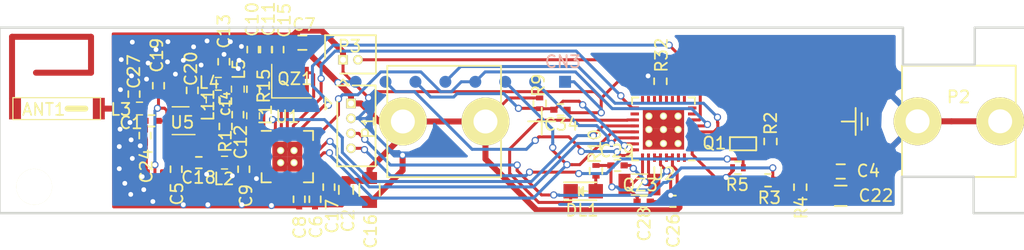
<source format=kicad_pcb>
(kicad_pcb (version 4) (host pcbnew 4.0.2+dfsg1-stable)

  (general
    (links 116)
    (no_connects 1)
    (area 83.073924 70.99269 214.24763 124.303261)
    (thickness 1.6)
    (drawings 23)
    (tracks 653)
    (zones 0)
    (modules 54)
    (nets 57)
  )

  (page A4)
  (layers
    (0 F.Cu signal)
    (31 B.Cu signal)
    (32 B.Adhes user hide)
    (33 F.Adhes user hide)
    (34 B.Paste user hide)
    (35 F.Paste user hide)
    (36 B.SilkS user hide)
    (37 F.SilkS user)
    (38 B.Mask user hide)
    (39 F.Mask user hide)
    (40 Dwgs.User user hide)
    (41 Cmts.User user hide)
    (42 Eco1.User user hide)
    (43 Eco2.User user hide)
    (44 Edge.Cuts user hide)
    (45 Margin user hide)
    (46 B.CrtYd user hide)
    (47 F.CrtYd user hide)
    (48 B.Fab user hide)
    (49 F.Fab user hide)
  )

  (setup
    (last_trace_width 0.25)
    (trace_clearance 0.2)
    (zone_clearance 0.3)
    (zone_45_only yes)
    (trace_min 0.2)
    (segment_width 0.2)
    (edge_width 0.2)
    (via_size 0.6)
    (via_drill 0.4)
    (via_min_size 0.4)
    (via_min_drill 0.3)
    (uvia_size 0.3)
    (uvia_drill 0.1)
    (uvias_allowed no)
    (uvia_min_size 0.2)
    (uvia_min_drill 0.1)
    (pcb_text_width 0.3)
    (pcb_text_size 1.5 1.5)
    (mod_edge_width 0.15)
    (mod_text_size 1 1)
    (mod_text_width 0.15)
    (pad_size 1.15 1)
    (pad_drill 0)
    (pad_to_mask_clearance 0)
    (aux_axis_origin 16.98244 194.16014)
    (visible_elements FFFEFF7F)
    (pcbplotparams
      (layerselection 0x3ffff_80000001)
      (usegerberextensions false)
      (excludeedgelayer false)
      (linewidth 0.100000)
      (plotframeref false)
      (viasonmask false)
      (mode 1)
      (useauxorigin false)
      (hpglpennumber 1)
      (hpglpenspeed 20)
      (hpglpendiameter 15)
      (hpglpenoverlay 2)
      (psnegative false)
      (psa4output false)
      (plotreference true)
      (plotvalue false)
      (plotinvisibletext false)
      (padsonsilk false)
      (subtractmaskfromsilk false)
      (outputformat 1)
      (mirror false)
      (drillshape 0)
      (scaleselection 1)
      (outputdirectory 03_fabrication/))
  )

  (net 0 "")
  (net 1 "Net-(ANT1-Pad1)")
  (net 2 "Net-(C1-Pad1)")
  (net 3 "Net-(C1-Pad2)")
  (net 4 VCC)
  (net 5 GND)
  (net 6 "Net-(C5-Pad1)")
  (net 7 "Net-(C6-Pad1)")
  (net 8 "Net-(C9-Pad1)")
  (net 9 "Net-(C12-Pad1)")
  (net 10 "Net-(C12-Pad2)")
  (net 11 "Net-(C13-Pad1)")
  (net 12 "Net-(C14-Pad2)")
  (net 13 "Net-(C18-Pad1)")
  (net 14 "Net-(C18-Pad2)")
  (net 15 "Net-(C19-Pad1)")
  (net 16 "Net-(C20-Pad1)")
  (net 17 "Net-(C20-Pad2)")
  (net 18 "Net-(C28-Pad2)")
  (net 19 "Net-(C29-Pad2)")
  (net 20 "Net-(C34-Pad1)")
  (net 21 SI)
  (net 22 SO)
  (net 23 "Net-(CN3-Pad5)")
  (net 24 "Net-(CN3-Pad7)")
  (net 25 "Net-(DL1-Pad2)")
  (net 26 "Net-(DL1-Pad1)")
  (net 27 "Net-(L1-Pad2)")
  (net 28 /White)
  (net 29 /Yellow)
  (net 30 /TX)
  (net 31 "Net-(QZ1-Pad1)")
  (net 32 "Net-(QZ1-Pad2)")
  (net 33 /RX)
  (net 34 "Net-(R32-Pad1)")
  (net 35 "Net-(U1-Pad5)")
  (net 36 "Net-(U1-Pad6)")
  (net 37 "Net-(U1-Pad9)")
  (net 38 "Net-(U1-Pad11)")
  (net 39 CLK)
  (net 40 CS)
  (net 41 IRQ)
  (net 42 PD)
  (net 43 "Net-(U2-Pad3)")
  (net 44 "Net-(U2-Pad7)")
  (net 45 "Net-(U2-Pad8)")
  (net 46 "Net-(U2-Pad9)")
  (net 47 "Net-(U2-Pad11)")
  (net 48 "Net-(U2-Pad12)")
  (net 49 "Net-(U2-Pad14)")
  (net 50 "Net-(U2-Pad15)")
  (net 51 "Net-(U2-Pad16)")
  (net 52 "Net-(U2-Pad18)")
  (net 53 "Net-(U2-Pad32)")
  (net 54 "Net-(P3-Pad2)")
  (net 55 "Net-(Q1-Pad1)")
  (net 56 "Net-(U2-Pad31)")

  (net_class Default "This is the default net class."
    (clearance 0.2)
    (trace_width 0.25)
    (via_dia 0.6)
    (via_drill 0.4)
    (uvia_dia 0.3)
    (uvia_drill 0.1)
    (add_net /RX)
    (add_net /TX)
    (add_net /White)
    (add_net /Yellow)
    (add_net CLK)
    (add_net CS)
    (add_net GND)
    (add_net IRQ)
    (add_net "Net-(ANT1-Pad1)")
    (add_net "Net-(C1-Pad1)")
    (add_net "Net-(C1-Pad2)")
    (add_net "Net-(C12-Pad1)")
    (add_net "Net-(C12-Pad2)")
    (add_net "Net-(C13-Pad1)")
    (add_net "Net-(C14-Pad2)")
    (add_net "Net-(C18-Pad1)")
    (add_net "Net-(C18-Pad2)")
    (add_net "Net-(C19-Pad1)")
    (add_net "Net-(C20-Pad1)")
    (add_net "Net-(C20-Pad2)")
    (add_net "Net-(C28-Pad2)")
    (add_net "Net-(C29-Pad2)")
    (add_net "Net-(C34-Pad1)")
    (add_net "Net-(C5-Pad1)")
    (add_net "Net-(C6-Pad1)")
    (add_net "Net-(C9-Pad1)")
    (add_net "Net-(CN3-Pad5)")
    (add_net "Net-(CN3-Pad7)")
    (add_net "Net-(DL1-Pad1)")
    (add_net "Net-(DL1-Pad2)")
    (add_net "Net-(L1-Pad2)")
    (add_net "Net-(P3-Pad2)")
    (add_net "Net-(Q1-Pad1)")
    (add_net "Net-(QZ1-Pad1)")
    (add_net "Net-(QZ1-Pad2)")
    (add_net "Net-(R32-Pad1)")
    (add_net "Net-(U1-Pad11)")
    (add_net "Net-(U1-Pad5)")
    (add_net "Net-(U1-Pad6)")
    (add_net "Net-(U1-Pad9)")
    (add_net "Net-(U2-Pad11)")
    (add_net "Net-(U2-Pad12)")
    (add_net "Net-(U2-Pad14)")
    (add_net "Net-(U2-Pad15)")
    (add_net "Net-(U2-Pad16)")
    (add_net "Net-(U2-Pad18)")
    (add_net "Net-(U2-Pad3)")
    (add_net "Net-(U2-Pad31)")
    (add_net "Net-(U2-Pad32)")
    (add_net "Net-(U2-Pad7)")
    (add_net "Net-(U2-Pad8)")
    (add_net "Net-(U2-Pad9)")
    (add_net PD)
    (add_net SI)
    (add_net SO)
    (add_net VCC)
  )

  (module Connectors_Molex:Connector_Molex_PicoBlade_53047-0210 (layer F.Cu) (tedit 0) (tstamp 5BB70DD6)
    (at 127 102.63124)
    (descr "Molex PicoBlade 1.25mm shrouded header. Vertical. 2 ways")
    (path /5BB628D6)
    (fp_text reference P3 (at 0.54356 -1.13538) (layer F.SilkS)
      (effects (font (size 1 1) (thickness 0.15)))
    )
    (fp_text value "TAMPER CONNECTOR" (at 0.625 -3.25) (layer F.Fab)
      (effects (font (size 1 1) (thickness 0.15)))
    )
    (fp_line (start -1.5 -0.12) (end -1.5 -2.05) (layer F.SilkS) (width 0.15))
    (fp_line (start -1.5 -2.05) (end 2.75 -2.05) (layer F.SilkS) (width 0.15))
    (fp_line (start 2.75 -2.05) (end 2.75 1.15) (layer F.SilkS) (width 0.15))
    (fp_line (start 2.75 1.15) (end -0.23 1.15) (layer F.SilkS) (width 0.15))
    (fp_line (start 0 1.65) (end 0.5 2.15) (layer F.SilkS) (width 0.15))
    (fp_line (start 0.5 2.15) (end -0.5 2.15) (layer F.SilkS) (width 0.15))
    (fp_line (start -0.5 2.15) (end 0 1.65) (layer F.SilkS) (width 0.15))
    (fp_line (start -0.23 1.15) (end -1.5 -0.12) (layer F.Fab) (width 0.2))
    (fp_line (start -1.5 -0.12) (end -1.5 -2.05) (layer F.Fab) (width 0.2))
    (fp_line (start -1.5 -2.05) (end 2.75 -2.05) (layer F.Fab) (width 0.2))
    (fp_line (start 2.75 -2.05) (end 2.75 1.15) (layer F.Fab) (width 0.2))
    (fp_line (start 2.75 1.15) (end -0.23 1.15) (layer F.Fab) (width 0.2))
    (pad 1 thru_hole rect (at 0 0) (size 0.8 0.8) (drill 0.5) (layers *.Cu *.Mask F.SilkS)
      (net 5 GND))
    (pad 2 thru_hole oval (at 1.25 0) (size 0.8 0.8) (drill 0.5) (layers *.Cu *.Mask F.SilkS)
      (net 54 "Net-(P3-Pad2)"))
    (model Connectors_Molex.3dshapes/Connector_Molex_PicoBlade_53047-0210.wrl
      (at (xyz 0.0246063 0 0))
      (scale (xyz 1 1 1))
      (rotate (xyz 0 0 180))
    )
  )

  (module Capacitors_SMD:C_0402 (layer F.Cu) (tedit 5415D599) (tstamp 5BB2316B)
    (at 111.00458 107.73156)
    (descr "Capacitor SMD 0402, reflow soldering, AVX (see smccp.pdf)")
    (tags "capacitor 0402")
    (path /53F4C1B5/53F4CB37)
    (attr smd)
    (fp_text reference C1 (at -1.72108 0.17018) (layer F.SilkS)
      (effects (font (size 1 1) (thickness 0.15)))
    )
    (fp_text value 68p (at 0 1.7) (layer F.Fab)
      (effects (font (size 1 1) (thickness 0.15)))
    )
    (fp_line (start -1.15 -0.6) (end 1.15 -0.6) (layer F.CrtYd) (width 0.05))
    (fp_line (start -1.15 0.6) (end 1.15 0.6) (layer F.CrtYd) (width 0.05))
    (fp_line (start -1.15 -0.6) (end -1.15 0.6) (layer F.CrtYd) (width 0.05))
    (fp_line (start 1.15 -0.6) (end 1.15 0.6) (layer F.CrtYd) (width 0.05))
    (fp_line (start 0.25 -0.475) (end -0.25 -0.475) (layer F.SilkS) (width 0.15))
    (fp_line (start -0.25 0.475) (end 0.25 0.475) (layer F.SilkS) (width 0.15))
    (pad 1 smd rect (at -0.55 0) (size 0.6 0.5) (layers F.Cu F.Paste F.Mask)
      (net 2 "Net-(C1-Pad1)"))
    (pad 2 smd rect (at 0.55 0) (size 0.6 0.5) (layers F.Cu F.Paste F.Mask)
      (net 3 "Net-(C1-Pad2)"))
    (model Capacitors_SMD.3dshapes/C_0402.wrl
      (at (xyz 0 0 0))
      (scale (xyz 1 1 1))
      (rotate (xyz 0 0 0))
    )
  )

  (module Capacitors_SMD:C_0402 (layer F.Cu) (tedit 5415D599) (tstamp 5BB2317D)
    (at 113.0625 111.77524 270)
    (descr "Capacitor SMD 0402, reflow soldering, AVX (see smccp.pdf)")
    (tags "capacitor 0402")
    (path /53F4C1B5/53F4C69B)
    (attr smd)
    (fp_text reference C5 (at 2.05232 -0.06402 270) (layer F.SilkS)
      (effects (font (size 1 1) (thickness 0.15)))
    )
    (fp_text value 1p (at 0 1.7 270) (layer F.Fab)
      (effects (font (size 1 1) (thickness 0.15)))
    )
    (fp_line (start -1.15 -0.6) (end 1.15 -0.6) (layer F.CrtYd) (width 0.05))
    (fp_line (start -1.15 0.6) (end 1.15 0.6) (layer F.CrtYd) (width 0.05))
    (fp_line (start -1.15 -0.6) (end -1.15 0.6) (layer F.CrtYd) (width 0.05))
    (fp_line (start 1.15 -0.6) (end 1.15 0.6) (layer F.CrtYd) (width 0.05))
    (fp_line (start 0.25 -0.475) (end -0.25 -0.475) (layer F.SilkS) (width 0.15))
    (fp_line (start -0.25 0.475) (end 0.25 0.475) (layer F.SilkS) (width 0.15))
    (pad 1 smd rect (at -0.55 0 270) (size 0.6 0.5) (layers F.Cu F.Paste F.Mask)
      (net 6 "Net-(C5-Pad1)"))
    (pad 2 smd rect (at 0.55 0 270) (size 0.6 0.5) (layers F.Cu F.Paste F.Mask)
      (net 5 GND))
    (model Capacitors_SMD.3dshapes/C_0402.wrl
      (at (xyz 0 0 0))
      (scale (xyz 1 1 1))
      (rotate (xyz 0 0 0))
    )
  )

  (module Capacitors_SMD:C_0402 (layer F.Cu) (tedit 5415D599) (tstamp 5BB23183)
    (at 124.65964 114.28436 270)
    (descr "Capacitor SMD 0402, reflow soldering, AVX (see smccp.pdf)")
    (tags "capacitor 0402")
    (path /53F4C1B5/53F4B2E7)
    (attr smd)
    (fp_text reference C6 (at 2.3118 -0.07976 270) (layer F.SilkS)
      (effects (font (size 1 1) (thickness 0.15)))
    )
    (fp_text value 1u (at 0 1.7 270) (layer F.Fab)
      (effects (font (size 1 1) (thickness 0.15)))
    )
    (fp_line (start -1.15 -0.6) (end 1.15 -0.6) (layer F.CrtYd) (width 0.05))
    (fp_line (start -1.15 0.6) (end 1.15 0.6) (layer F.CrtYd) (width 0.05))
    (fp_line (start -1.15 -0.6) (end -1.15 0.6) (layer F.CrtYd) (width 0.05))
    (fp_line (start 1.15 -0.6) (end 1.15 0.6) (layer F.CrtYd) (width 0.05))
    (fp_line (start 0.25 -0.475) (end -0.25 -0.475) (layer F.SilkS) (width 0.15))
    (fp_line (start -0.25 0.475) (end 0.25 0.475) (layer F.SilkS) (width 0.15))
    (pad 1 smd rect (at -0.55 0 270) (size 0.6 0.5) (layers F.Cu F.Paste F.Mask)
      (net 7 "Net-(C6-Pad1)"))
    (pad 2 smd rect (at 0.55 0 270) (size 0.6 0.5) (layers F.Cu F.Paste F.Mask)
      (net 5 GND))
    (model Capacitors_SMD.3dshapes/C_0402.wrl
      (at (xyz 0 0 0))
      (scale (xyz 1 1 1))
      (rotate (xyz 0 0 0))
    )
  )

  (module Capacitors_SMD:C_0603 (layer F.Cu) (tedit 5415D631) (tstamp 5BB23189)
    (at 123.60044 101.20376 180)
    (descr "Capacitor SMD 0603, reflow soldering, AVX (see smccp.pdf)")
    (tags "capacitor 0603")
    (path /53F4C1B5/53F4B539)
    (attr smd)
    (fp_text reference C7 (at -0.1382 1.50876 180) (layer F.SilkS)
      (effects (font (size 1 1) (thickness 0.15)))
    )
    (fp_text value 2u2 (at 0 1.9 180) (layer F.Fab)
      (effects (font (size 1 1) (thickness 0.15)))
    )
    (fp_line (start -1.45 -0.75) (end 1.45 -0.75) (layer F.CrtYd) (width 0.05))
    (fp_line (start -1.45 0.75) (end 1.45 0.75) (layer F.CrtYd) (width 0.05))
    (fp_line (start -1.45 -0.75) (end -1.45 0.75) (layer F.CrtYd) (width 0.05))
    (fp_line (start 1.45 -0.75) (end 1.45 0.75) (layer F.CrtYd) (width 0.05))
    (fp_line (start -0.35 -0.6) (end 0.35 -0.6) (layer F.SilkS) (width 0.15))
    (fp_line (start 0.35 0.6) (end -0.35 0.6) (layer F.SilkS) (width 0.15))
    (pad 1 smd rect (at -0.75 0 180) (size 0.8 0.75) (layers F.Cu F.Paste F.Mask)
      (net 4 VCC))
    (pad 2 smd rect (at 0.75 0 180) (size 0.8 0.75) (layers F.Cu F.Paste F.Mask)
      (net 5 GND))
    (model Capacitors_SMD.3dshapes/C_0603.wrl
      (at (xyz 0 0 0))
      (scale (xyz 1 1 1))
      (rotate (xyz 0 0 0))
    )
  )

  (module Capacitors_SMD:C_0402 (layer F.Cu) (tedit 5415D599) (tstamp 5BB2318F)
    (at 123.33864 114.28436 270)
    (descr "Capacitor SMD 0402, reflow soldering, AVX (see smccp.pdf)")
    (tags "capacitor 0402")
    (path /53F4C1B5/53F4B2DA)
    (attr smd)
    (fp_text reference C8 (at 2.35244 -0.03932 270) (layer F.SilkS)
      (effects (font (size 1 1) (thickness 0.15)))
    )
    (fp_text value 100n (at 0 1.7 270) (layer F.Fab)
      (effects (font (size 1 1) (thickness 0.15)))
    )
    (fp_line (start -1.15 -0.6) (end 1.15 -0.6) (layer F.CrtYd) (width 0.05))
    (fp_line (start -1.15 0.6) (end 1.15 0.6) (layer F.CrtYd) (width 0.05))
    (fp_line (start -1.15 -0.6) (end -1.15 0.6) (layer F.CrtYd) (width 0.05))
    (fp_line (start 1.15 -0.6) (end 1.15 0.6) (layer F.CrtYd) (width 0.05))
    (fp_line (start 0.25 -0.475) (end -0.25 -0.475) (layer F.SilkS) (width 0.15))
    (fp_line (start -0.25 0.475) (end 0.25 0.475) (layer F.SilkS) (width 0.15))
    (pad 1 smd rect (at -0.55 0 270) (size 0.6 0.5) (layers F.Cu F.Paste F.Mask)
      (net 7 "Net-(C6-Pad1)"))
    (pad 2 smd rect (at 0.55 0 270) (size 0.6 0.5) (layers F.Cu F.Paste F.Mask)
      (net 5 GND))
    (model Capacitors_SMD.3dshapes/C_0402.wrl
      (at (xyz 0 0 0))
      (scale (xyz 1 1 1))
      (rotate (xyz 0 0 0))
    )
  )

  (module Capacitors_SMD:C_0402 (layer F.Cu) (tedit 5415D599) (tstamp 5BB23195)
    (at 118.7084 111.77524 270)
    (descr "Capacitor SMD 0402, reflow soldering, AVX (see smccp.pdf)")
    (tags "capacitor 0402")
    (path /53F4C1B5/54626D46)
    (attr smd)
    (fp_text reference C9 (at 2.21234 -0.18392 270) (layer F.SilkS)
      (effects (font (size 1 1) (thickness 0.15)))
    )
    (fp_text value 3p9 (at 0 1.7 270) (layer F.Fab)
      (effects (font (size 1 1) (thickness 0.15)))
    )
    (fp_line (start -1.15 -0.6) (end 1.15 -0.6) (layer F.CrtYd) (width 0.05))
    (fp_line (start -1.15 0.6) (end 1.15 0.6) (layer F.CrtYd) (width 0.05))
    (fp_line (start -1.15 -0.6) (end -1.15 0.6) (layer F.CrtYd) (width 0.05))
    (fp_line (start 1.15 -0.6) (end 1.15 0.6) (layer F.CrtYd) (width 0.05))
    (fp_line (start 0.25 -0.475) (end -0.25 -0.475) (layer F.SilkS) (width 0.15))
    (fp_line (start -0.25 0.475) (end 0.25 0.475) (layer F.SilkS) (width 0.15))
    (pad 1 smd rect (at -0.55 0 270) (size 0.6 0.5) (layers F.Cu F.Paste F.Mask)
      (net 8 "Net-(C9-Pad1)"))
    (pad 2 smd rect (at 0.55 0 270) (size 0.6 0.5) (layers F.Cu F.Paste F.Mask)
      (net 5 GND))
    (model Capacitors_SMD.3dshapes/C_0402.wrl
      (at (xyz 0 0 0))
      (scale (xyz 1 1 1))
      (rotate (xyz 0 0 0))
    )
  )

  (module Capacitors_SMD:C_0402 (layer F.Cu) (tedit 5415D599) (tstamp 5BB2319B)
    (at 119.47568 101.78034 90)
    (descr "Capacitor SMD 0402, reflow soldering, AVX (see smccp.pdf)")
    (tags "capacitor 0402")
    (path /53F4C1B5/53F4B552)
    (attr smd)
    (fp_text reference C10 (at 2.5273 -0.06266 90) (layer F.SilkS)
      (effects (font (size 1 1) (thickness 0.15)))
    )
    (fp_text value 33p (at 0 1.7 90) (layer F.Fab)
      (effects (font (size 1 1) (thickness 0.15)))
    )
    (fp_line (start -1.15 -0.6) (end 1.15 -0.6) (layer F.CrtYd) (width 0.05))
    (fp_line (start -1.15 0.6) (end 1.15 0.6) (layer F.CrtYd) (width 0.05))
    (fp_line (start -1.15 -0.6) (end -1.15 0.6) (layer F.CrtYd) (width 0.05))
    (fp_line (start 1.15 -0.6) (end 1.15 0.6) (layer F.CrtYd) (width 0.05))
    (fp_line (start 0.25 -0.475) (end -0.25 -0.475) (layer F.SilkS) (width 0.15))
    (fp_line (start -0.25 0.475) (end 0.25 0.475) (layer F.SilkS) (width 0.15))
    (pad 1 smd rect (at -0.55 0 90) (size 0.6 0.5) (layers F.Cu F.Paste F.Mask)
      (net 4 VCC))
    (pad 2 smd rect (at 0.55 0 90) (size 0.6 0.5) (layers F.Cu F.Paste F.Mask)
      (net 5 GND))
    (model Capacitors_SMD.3dshapes/C_0402.wrl
      (at (xyz 0 0 0))
      (scale (xyz 1 1 1))
      (rotate (xyz 0 0 0))
    )
  )

  (module Capacitors_SMD:C_0402 (layer F.Cu) (tedit 5415D599) (tstamp 5BB231A1)
    (at 120.56768 101.78034 90)
    (descr "Capacitor SMD 0402, reflow soldering, AVX (see smccp.pdf)")
    (tags "capacitor 0402")
    (path /53F4C1B5/53F4B54C)
    (attr smd)
    (fp_text reference C11 (at 2.5654 0.20678 90) (layer F.SilkS)
      (effects (font (size 1 1) (thickness 0.15)))
    )
    (fp_text value 100p (at 0 1.7 90) (layer F.Fab)
      (effects (font (size 1 1) (thickness 0.15)))
    )
    (fp_line (start -1.15 -0.6) (end 1.15 -0.6) (layer F.CrtYd) (width 0.05))
    (fp_line (start -1.15 0.6) (end 1.15 0.6) (layer F.CrtYd) (width 0.05))
    (fp_line (start -1.15 -0.6) (end -1.15 0.6) (layer F.CrtYd) (width 0.05))
    (fp_line (start 1.15 -0.6) (end 1.15 0.6) (layer F.CrtYd) (width 0.05))
    (fp_line (start 0.25 -0.475) (end -0.25 -0.475) (layer F.SilkS) (width 0.15))
    (fp_line (start -0.25 0.475) (end 0.25 0.475) (layer F.SilkS) (width 0.15))
    (pad 1 smd rect (at -0.55 0 90) (size 0.6 0.5) (layers F.Cu F.Paste F.Mask)
      (net 4 VCC))
    (pad 2 smd rect (at 0.55 0 90) (size 0.6 0.5) (layers F.Cu F.Paste F.Mask)
      (net 5 GND))
    (model Capacitors_SMD.3dshapes/C_0402.wrl
      (at (xyz 0 0 0))
      (scale (xyz 1 1 1))
      (rotate (xyz 0 0 0))
    )
  )

  (module Capacitors_SMD:C_0402 (layer F.Cu) (tedit 5415D599) (tstamp 5BB231A7)
    (at 118.21056 107.21594 270)
    (descr "Capacitor SMD 0402, reflow soldering, AVX (see smccp.pdf)")
    (tags "capacitor 0402")
    (path /53F4C1B5/53F4BC4C)
    (attr smd)
    (fp_text reference C12 (at 2.28854 -0.24234 270) (layer F.SilkS)
      (effects (font (size 1 1) (thickness 0.15)))
    )
    (fp_text value 39p (at 0 1.7 270) (layer F.Fab)
      (effects (font (size 1 1) (thickness 0.15)))
    )
    (fp_line (start -1.15 -0.6) (end 1.15 -0.6) (layer F.CrtYd) (width 0.05))
    (fp_line (start -1.15 0.6) (end 1.15 0.6) (layer F.CrtYd) (width 0.05))
    (fp_line (start -1.15 -0.6) (end -1.15 0.6) (layer F.CrtYd) (width 0.05))
    (fp_line (start 1.15 -0.6) (end 1.15 0.6) (layer F.CrtYd) (width 0.05))
    (fp_line (start 0.25 -0.475) (end -0.25 -0.475) (layer F.SilkS) (width 0.15))
    (fp_line (start -0.25 0.475) (end 0.25 0.475) (layer F.SilkS) (width 0.15))
    (pad 1 smd rect (at -0.55 0 270) (size 0.6 0.5) (layers F.Cu F.Paste F.Mask)
      (net 9 "Net-(C12-Pad1)"))
    (pad 2 smd rect (at 0.55 0 270) (size 0.6 0.5) (layers F.Cu F.Paste F.Mask)
      (net 10 "Net-(C12-Pad2)"))
    (model Capacitors_SMD.3dshapes/C_0402.wrl
      (at (xyz 0 0 0))
      (scale (xyz 1 1 1))
      (rotate (xyz 0 0 0))
    )
  )

  (module Capacitors_SMD:C_0402 (layer F.Cu) (tedit 5415D599) (tstamp 5BB231AD)
    (at 117.04216 102.79498 90)
    (descr "Capacitor SMD 0402, reflow soldering, AVX (see smccp.pdf)")
    (tags "capacitor 0402")
    (path /53F4C1B5/53F4C14C)
    (attr smd)
    (fp_text reference C13 (at 2.54118 0.00866 90) (layer F.SilkS)
      (effects (font (size 1 1) (thickness 0.15)))
    )
    (fp_text value 3p3 (at 0 1.7 90) (layer F.Fab)
      (effects (font (size 1 1) (thickness 0.15)))
    )
    (fp_line (start -1.15 -0.6) (end 1.15 -0.6) (layer F.CrtYd) (width 0.05))
    (fp_line (start -1.15 0.6) (end 1.15 0.6) (layer F.CrtYd) (width 0.05))
    (fp_line (start -1.15 -0.6) (end -1.15 0.6) (layer F.CrtYd) (width 0.05))
    (fp_line (start 1.15 -0.6) (end 1.15 0.6) (layer F.CrtYd) (width 0.05))
    (fp_line (start 0.25 -0.475) (end -0.25 -0.475) (layer F.SilkS) (width 0.15))
    (fp_line (start -0.25 0.475) (end 0.25 0.475) (layer F.SilkS) (width 0.15))
    (pad 1 smd rect (at -0.55 0 90) (size 0.6 0.5) (layers F.Cu F.Paste F.Mask)
      (net 11 "Net-(C13-Pad1)"))
    (pad 2 smd rect (at 0.55 0 90) (size 0.6 0.5) (layers F.Cu F.Paste F.Mask)
      (net 5 GND))
    (model Capacitors_SMD.3dshapes/C_0402.wrl
      (at (xyz 0 0 0))
      (scale (xyz 1 1 1))
      (rotate (xyz 0 0 0))
    )
  )

  (module Capacitors_SMD:C_0402 (layer F.Cu) (tedit 5BD728DE) (tstamp 5BB231B3)
    (at 117.19202 106.08056 270)
    (descr "Capacitor SMD 0402, reflow soldering, AVX (see smccp.pdf)")
    (tags "capacitor 0402")
    (path /53F4C1B5/53F4BD1B)
    (attr smd)
    (fp_text reference C14 (at 0.22098 -0.00866 270) (layer F.SilkS)
      (effects (font (size 0.7 0.7) (thickness 0.15)))
    )
    (fp_text value 6p (at 0 1.7 270) (layer F.Fab)
      (effects (font (size 1 1) (thickness 0.15)))
    )
    (fp_line (start -1.15 -0.6) (end 1.15 -0.6) (layer F.CrtYd) (width 0.05))
    (fp_line (start -1.15 0.6) (end 1.15 0.6) (layer F.CrtYd) (width 0.05))
    (fp_line (start -1.15 -0.6) (end -1.15 0.6) (layer F.CrtYd) (width 0.05))
    (fp_line (start 1.15 -0.6) (end 1.15 0.6) (layer F.CrtYd) (width 0.05))
    (fp_line (start 0.25 -0.475) (end -0.25 -0.475) (layer F.SilkS) (width 0.15))
    (fp_line (start -0.25 0.475) (end 0.25 0.475) (layer F.SilkS) (width 0.15))
    (pad 1 smd rect (at -0.55 0 270) (size 0.6 0.5) (layers F.Cu F.Paste F.Mask)
      (net 9 "Net-(C12-Pad1)"))
    (pad 2 smd rect (at 0.55 0 270) (size 0.6 0.5) (layers F.Cu F.Paste F.Mask)
      (net 12 "Net-(C14-Pad2)"))
    (model Capacitors_SMD.3dshapes/C_0402.wrl
      (at (xyz 0 0 0))
      (scale (xyz 1 1 1))
      (rotate (xyz 0 0 0))
    )
  )

  (module Capacitors_SMD:C_0402 (layer F.Cu) (tedit 5415D599) (tstamp 5BB231B9)
    (at 121.55868 101.78034 90)
    (descr "Capacitor SMD 0402, reflow soldering, AVX (see smccp.pdf)")
    (tags "capacitor 0402")
    (path /53F4C1B5/53F4B546)
    (attr smd)
    (fp_text reference C15 (at 2.44602 0.53912 90) (layer F.SilkS)
      (effects (font (size 1 1) (thickness 0.15)))
    )
    (fp_text value 100n (at 0 1.7 90) (layer F.Fab)
      (effects (font (size 1 1) (thickness 0.15)))
    )
    (fp_line (start -1.15 -0.6) (end 1.15 -0.6) (layer F.CrtYd) (width 0.05))
    (fp_line (start -1.15 0.6) (end 1.15 0.6) (layer F.CrtYd) (width 0.05))
    (fp_line (start -1.15 -0.6) (end -1.15 0.6) (layer F.CrtYd) (width 0.05))
    (fp_line (start 1.15 -0.6) (end 1.15 0.6) (layer F.CrtYd) (width 0.05))
    (fp_line (start 0.25 -0.475) (end -0.25 -0.475) (layer F.SilkS) (width 0.15))
    (fp_line (start -0.25 0.475) (end 0.25 0.475) (layer F.SilkS) (width 0.15))
    (pad 1 smd rect (at -0.55 0 90) (size 0.6 0.5) (layers F.Cu F.Paste F.Mask)
      (net 4 VCC))
    (pad 2 smd rect (at 0.55 0 90) (size 0.6 0.5) (layers F.Cu F.Paste F.Mask)
      (net 5 GND))
    (model Capacitors_SMD.3dshapes/C_0402.wrl
      (at (xyz 0 0 0))
      (scale (xyz 1 1 1))
      (rotate (xyz 0 0 0))
    )
  )

  (module Capacitors_SMD:C_0805 (layer F.Cu) (tedit 5415D6EA) (tstamp 5BB231BF)
    (at 129.21488 113.50752 270)
    (descr "Capacitor SMD 0805, reflow soldering, AVX (see smccp.pdf)")
    (tags "capacitor 0805")
    (path /53F1E72C)
    (attr smd)
    (fp_text reference C16 (at 3.44932 -0.0889 270) (layer F.SilkS)
      (effects (font (size 1 1) (thickness 0.15)))
    )
    (fp_text value 47u/50V (at 0 2.1 270) (layer F.Fab)
      (effects (font (size 1 1) (thickness 0.15)))
    )
    (fp_line (start -1.8 -1) (end 1.8 -1) (layer F.CrtYd) (width 0.05))
    (fp_line (start -1.8 1) (end 1.8 1) (layer F.CrtYd) (width 0.05))
    (fp_line (start -1.8 -1) (end -1.8 1) (layer F.CrtYd) (width 0.05))
    (fp_line (start 1.8 -1) (end 1.8 1) (layer F.CrtYd) (width 0.05))
    (fp_line (start 0.5 -0.85) (end -0.5 -0.85) (layer F.SilkS) (width 0.15))
    (fp_line (start -0.5 0.85) (end 0.5 0.85) (layer F.SilkS) (width 0.15))
    (pad 1 smd rect (at -1 0 270) (size 1 1.25) (layers F.Cu F.Paste F.Mask)
      (net 4 VCC))
    (pad 2 smd rect (at 1 0 270) (size 1 1.25) (layers F.Cu F.Paste F.Mask)
      (net 5 GND))
    (model Capacitors_SMD.3dshapes/C_0805.wrl
      (at (xyz 0 0 0))
      (scale (xyz 1 1 1))
      (rotate (xyz 0 0 0))
    )
  )

  (module Capacitors_SMD:C_0402 (layer F.Cu) (tedit 5415D599) (tstamp 5BB231C5)
    (at 125.82144 113.2713 270)
    (descr "Capacitor SMD 0402, reflow soldering, AVX (see smccp.pdf)")
    (tags "capacitor 0402")
    (path /53F4C1B5/53F4AF6E)
    (attr smd)
    (fp_text reference C17 (at 2.43078 -0.27178 270) (layer F.SilkS)
      (effects (font (size 1 1) (thickness 0.15)))
    )
    (fp_text value 100n (at 0 1.7 270) (layer F.Fab)
      (effects (font (size 1 1) (thickness 0.15)))
    )
    (fp_line (start -1.15 -0.6) (end 1.15 -0.6) (layer F.CrtYd) (width 0.05))
    (fp_line (start -1.15 0.6) (end 1.15 0.6) (layer F.CrtYd) (width 0.05))
    (fp_line (start -1.15 -0.6) (end -1.15 0.6) (layer F.CrtYd) (width 0.05))
    (fp_line (start 1.15 -0.6) (end 1.15 0.6) (layer F.CrtYd) (width 0.05))
    (fp_line (start 0.25 -0.475) (end -0.25 -0.475) (layer F.SilkS) (width 0.15))
    (fp_line (start -0.25 0.475) (end 0.25 0.475) (layer F.SilkS) (width 0.15))
    (pad 1 smd rect (at -0.55 0 270) (size 0.6 0.5) (layers F.Cu F.Paste F.Mask)
      (net 4 VCC))
    (pad 2 smd rect (at 0.55 0 270) (size 0.6 0.5) (layers F.Cu F.Paste F.Mask)
      (net 5 GND))
    (model Capacitors_SMD.3dshapes/C_0402.wrl
      (at (xyz 0 0 0))
      (scale (xyz 1 1 1))
      (rotate (xyz 0 0 0))
    )
  )

  (module Capacitors_SMD:C_0402 (layer F.Cu) (tedit 5415D599) (tstamp 5BB231CB)
    (at 114.9531 111.22152)
    (descr "Capacitor SMD 0402, reflow soldering, AVX (see smccp.pdf)")
    (tags "capacitor 0402")
    (path /53F4C1B5/53F4BB9F)
    (attr smd)
    (fp_text reference C18 (at -0.02318 1.2446) (layer F.SilkS)
      (effects (font (size 1 1) (thickness 0.15)))
    )
    (fp_text value 6p8 (at 0 1.7) (layer F.Fab)
      (effects (font (size 1 1) (thickness 0.15)))
    )
    (fp_line (start -1.15 -0.6) (end 1.15 -0.6) (layer F.CrtYd) (width 0.05))
    (fp_line (start -1.15 0.6) (end 1.15 0.6) (layer F.CrtYd) (width 0.05))
    (fp_line (start -1.15 -0.6) (end -1.15 0.6) (layer F.CrtYd) (width 0.05))
    (fp_line (start 1.15 -0.6) (end 1.15 0.6) (layer F.CrtYd) (width 0.05))
    (fp_line (start 0.25 -0.475) (end -0.25 -0.475) (layer F.SilkS) (width 0.15))
    (fp_line (start -0.25 0.475) (end 0.25 0.475) (layer F.SilkS) (width 0.15))
    (pad 1 smd rect (at -0.55 0) (size 0.6 0.5) (layers F.Cu F.Paste F.Mask)
      (net 13 "Net-(C18-Pad1)"))
    (pad 2 smd rect (at 0.55 0) (size 0.6 0.5) (layers F.Cu F.Paste F.Mask)
      (net 14 "Net-(C18-Pad2)"))
    (model Capacitors_SMD.3dshapes/C_0402.wrl
      (at (xyz 0 0 0))
      (scale (xyz 1 1 1))
      (rotate (xyz 0 0 0))
    )
  )

  (module Capacitors_SMD:C_0402 (layer F.Cu) (tedit 5415D599) (tstamp 5BB231D1)
    (at 111.5822 104.79786 90)
    (descr "Capacitor SMD 0402, reflow soldering, AVX (see smccp.pdf)")
    (tags "capacitor 0402")
    (path /53F4C1B5/53F4C6A1)
    (attr smd)
    (fp_text reference C19 (at 2.54254 -0.13716 90) (layer F.SilkS)
      (effects (font (size 1 1) (thickness 0.15)))
    )
    (fp_text value 1p (at 0 1.7 90) (layer F.Fab)
      (effects (font (size 1 1) (thickness 0.15)))
    )
    (fp_line (start -1.15 -0.6) (end 1.15 -0.6) (layer F.CrtYd) (width 0.05))
    (fp_line (start -1.15 0.6) (end 1.15 0.6) (layer F.CrtYd) (width 0.05))
    (fp_line (start -1.15 -0.6) (end -1.15 0.6) (layer F.CrtYd) (width 0.05))
    (fp_line (start 1.15 -0.6) (end 1.15 0.6) (layer F.CrtYd) (width 0.05))
    (fp_line (start 0.25 -0.475) (end -0.25 -0.475) (layer F.SilkS) (width 0.15))
    (fp_line (start -0.25 0.475) (end 0.25 0.475) (layer F.SilkS) (width 0.15))
    (pad 1 smd rect (at -0.55 0 90) (size 0.6 0.5) (layers F.Cu F.Paste F.Mask)
      (net 15 "Net-(C19-Pad1)"))
    (pad 2 smd rect (at 0.55 0 90) (size 0.6 0.5) (layers F.Cu F.Paste F.Mask)
      (net 5 GND))
    (model Capacitors_SMD.3dshapes/C_0402.wrl
      (at (xyz 0 0 0))
      (scale (xyz 1 1 1))
      (rotate (xyz 0 0 0))
    )
  )

  (module Capacitors_SMD:C_0402 (layer F.Cu) (tedit 5415D599) (tstamp 5BB231D7)
    (at 114.40668 105.1902 270)
    (descr "Capacitor SMD 0402, reflow soldering, AVX (see smccp.pdf)")
    (tags "capacitor 0402")
    (path /53F4C1B5/53F4C152)
    (attr smd)
    (fp_text reference C20 (at -1.8122 0.11684 270) (layer F.SilkS)
      (effects (font (size 1 1) (thickness 0.15)))
    )
    (fp_text value 68p (at 0 1.7 270) (layer F.Fab)
      (effects (font (size 1 1) (thickness 0.15)))
    )
    (fp_line (start -1.15 -0.6) (end 1.15 -0.6) (layer F.CrtYd) (width 0.05))
    (fp_line (start -1.15 0.6) (end 1.15 0.6) (layer F.CrtYd) (width 0.05))
    (fp_line (start -1.15 -0.6) (end -1.15 0.6) (layer F.CrtYd) (width 0.05))
    (fp_line (start 1.15 -0.6) (end 1.15 0.6) (layer F.CrtYd) (width 0.05))
    (fp_line (start 0.25 -0.475) (end -0.25 -0.475) (layer F.SilkS) (width 0.15))
    (fp_line (start -0.25 0.475) (end 0.25 0.475) (layer F.SilkS) (width 0.15))
    (pad 1 smd rect (at -0.55 0 270) (size 0.6 0.5) (layers F.Cu F.Paste F.Mask)
      (net 16 "Net-(C20-Pad1)"))
    (pad 2 smd rect (at 0.55 0 270) (size 0.6 0.5) (layers F.Cu F.Paste F.Mask)
      (net 17 "Net-(C20-Pad2)"))
    (model Capacitors_SMD.3dshapes/C_0402.wrl
      (at (xyz 0 0 0))
      (scale (xyz 1 1 1))
      (rotate (xyz 0 0 0))
    )
  )

  (module Capacitors_SMD:C_0805 (layer F.Cu) (tedit 5415D6EA) (tstamp 5BB231DD)
    (at 168.578 113.995)
    (descr "Capacitor SMD 0805, reflow soldering, AVX (see smccp.pdf)")
    (tags "capacitor 0805")
    (path /5462CB7B)
    (attr smd)
    (fp_text reference C22 (at 2.94058 -0.01504) (layer F.SilkS)
      (effects (font (size 1 1) (thickness 0.15)))
    )
    (fp_text value 47u/50V (at 0 2.1) (layer F.Fab)
      (effects (font (size 1 1) (thickness 0.15)))
    )
    (fp_line (start -1.8 -1) (end 1.8 -1) (layer F.CrtYd) (width 0.05))
    (fp_line (start -1.8 1) (end 1.8 1) (layer F.CrtYd) (width 0.05))
    (fp_line (start -1.8 -1) (end -1.8 1) (layer F.CrtYd) (width 0.05))
    (fp_line (start 1.8 -1) (end 1.8 1) (layer F.CrtYd) (width 0.05))
    (fp_line (start 0.5 -0.85) (end -0.5 -0.85) (layer F.SilkS) (width 0.15))
    (fp_line (start -0.5 0.85) (end 0.5 0.85) (layer F.SilkS) (width 0.15))
    (pad 1 smd rect (at -1 0) (size 1 1.25) (layers F.Cu F.Paste F.Mask)
      (net 4 VCC))
    (pad 2 smd rect (at 1 0) (size 1 1.25) (layers F.Cu F.Paste F.Mask)
      (net 5 GND))
    (model Capacitors_SMD.3dshapes/C_0805.wrl
      (at (xyz 0 0 0))
      (scale (xyz 1 1 1))
      (rotate (xyz 0 0 0))
    )
  )

  (module Capacitors_SMD:C_0402 (layer F.Cu) (tedit 5415D599) (tstamp 5BB231E3)
    (at 110.4534 108.96346 270)
    (descr "Capacitor SMD 0402, reflow soldering, AVX (see smccp.pdf)")
    (tags "capacitor 0402")
    (path /53F4C1B5/53F4CB43)
    (attr smd)
    (fp_text reference C24 (at 2.54254 -0.11026 270) (layer F.SilkS)
      (effects (font (size 1 1) (thickness 0.15)))
    )
    (fp_text value 4p7 (at 0 1.7 270) (layer F.Fab)
      (effects (font (size 1 1) (thickness 0.15)))
    )
    (fp_line (start -1.15 -0.6) (end 1.15 -0.6) (layer F.CrtYd) (width 0.05))
    (fp_line (start -1.15 0.6) (end 1.15 0.6) (layer F.CrtYd) (width 0.05))
    (fp_line (start -1.15 -0.6) (end -1.15 0.6) (layer F.CrtYd) (width 0.05))
    (fp_line (start 1.15 -0.6) (end 1.15 0.6) (layer F.CrtYd) (width 0.05))
    (fp_line (start 0.25 -0.475) (end -0.25 -0.475) (layer F.SilkS) (width 0.15))
    (fp_line (start -0.25 0.475) (end 0.25 0.475) (layer F.SilkS) (width 0.15))
    (pad 1 smd rect (at -0.55 0 270) (size 0.6 0.5) (layers F.Cu F.Paste F.Mask)
      (net 2 "Net-(C1-Pad1)"))
    (pad 2 smd rect (at 0.55 0 270) (size 0.6 0.5) (layers F.Cu F.Paste F.Mask)
      (net 5 GND))
    (model Capacitors_SMD.3dshapes/C_0402.wrl
      (at (xyz 0 0 0))
      (scale (xyz 1 1 1))
      (rotate (xyz 0 0 0))
    )
  )

  (module Capacitors_SMD:C_0402 (layer F.Cu) (tedit 5415D599) (tstamp 5BB231E9)
    (at 154.55622 114.4526 180)
    (descr "Capacitor SMD 0402, reflow soldering, AVX (see smccp.pdf)")
    (tags "capacitor 0402")
    (path /53F30A1F)
    (attr smd)
    (fp_text reference C26 (at -0.04088 -2.45852 270) (layer F.SilkS)
      (effects (font (size 1 1) (thickness 0.15)))
    )
    (fp_text value 100n (at 0 1.7 180) (layer F.Fab)
      (effects (font (size 1 1) (thickness 0.15)))
    )
    (fp_line (start -1.15 -0.6) (end 1.15 -0.6) (layer F.CrtYd) (width 0.05))
    (fp_line (start -1.15 0.6) (end 1.15 0.6) (layer F.CrtYd) (width 0.05))
    (fp_line (start -1.15 -0.6) (end -1.15 0.6) (layer F.CrtYd) (width 0.05))
    (fp_line (start 1.15 -0.6) (end 1.15 0.6) (layer F.CrtYd) (width 0.05))
    (fp_line (start 0.25 -0.475) (end -0.25 -0.475) (layer F.SilkS) (width 0.15))
    (fp_line (start -0.25 0.475) (end 0.25 0.475) (layer F.SilkS) (width 0.15))
    (pad 1 smd rect (at -0.55 0 180) (size 0.6 0.5) (layers F.Cu F.Paste F.Mask)
      (net 4 VCC))
    (pad 2 smd rect (at 0.55 0 180) (size 0.6 0.5) (layers F.Cu F.Paste F.Mask)
      (net 5 GND))
    (model Capacitors_SMD.3dshapes/C_0402.wrl
      (at (xyz 0 0 0))
      (scale (xyz 1 1 1))
      (rotate (xyz 0 0 0))
    )
  )

  (module Capacitors_SMD:C_0402 (layer F.Cu) (tedit 5415D599) (tstamp 5BB231EF)
    (at 109.5375 105.50008 90)
    (descr "Capacitor SMD 0402, reflow soldering, AVX (see smccp.pdf)")
    (tags "capacitor 0402")
    (path /53F4C1B5/53F4CB25)
    (attr smd)
    (fp_text reference C27 (at 1.88332 -0.0127 90) (layer F.SilkS)
      (effects (font (size 1 1) (thickness 0.15)))
    )
    (fp_text value 4p7 (at 0 1.7 90) (layer F.Fab)
      (effects (font (size 1 1) (thickness 0.15)))
    )
    (fp_line (start -1.15 -0.6) (end 1.15 -0.6) (layer F.CrtYd) (width 0.05))
    (fp_line (start -1.15 0.6) (end 1.15 0.6) (layer F.CrtYd) (width 0.05))
    (fp_line (start -1.15 -0.6) (end -1.15 0.6) (layer F.CrtYd) (width 0.05))
    (fp_line (start 1.15 -0.6) (end 1.15 0.6) (layer F.CrtYd) (width 0.05))
    (fp_line (start 0.25 -0.475) (end -0.25 -0.475) (layer F.SilkS) (width 0.15))
    (fp_line (start -0.25 0.475) (end 0.25 0.475) (layer F.SilkS) (width 0.15))
    (pad 1 smd rect (at -0.55 0 90) (size 0.6 0.5) (layers F.Cu F.Paste F.Mask)
      (net 1 "Net-(ANT1-Pad1)"))
    (pad 2 smd rect (at 0.55 0 90) (size 0.6 0.5) (layers F.Cu F.Paste F.Mask)
      (net 5 GND))
    (model Capacitors_SMD.3dshapes/C_0402.wrl
      (at (xyz 0 0 0))
      (scale (xyz 1 1 1))
      (rotate (xyz 0 0 0))
    )
  )

  (module Capacitors_SMD:C_0402 (layer F.Cu) (tedit 5415D599) (tstamp 5BB231F5)
    (at 152.11722 114.4776 180)
    (descr "Capacitor SMD 0402, reflow soldering, AVX (see smccp.pdf)")
    (tags "capacitor 0402")
    (path /53F310A9)
    (attr smd)
    (fp_text reference C28 (at -0.0491 -1.88742 270) (layer F.SilkS)
      (effects (font (size 1 1) (thickness 0.15)))
    )
    (fp_text value 56p (at 0 1.7 180) (layer F.Fab)
      (effects (font (size 1 1) (thickness 0.15)))
    )
    (fp_line (start -1.15 -0.6) (end 1.15 -0.6) (layer F.CrtYd) (width 0.05))
    (fp_line (start -1.15 0.6) (end 1.15 0.6) (layer F.CrtYd) (width 0.05))
    (fp_line (start -1.15 -0.6) (end -1.15 0.6) (layer F.CrtYd) (width 0.05))
    (fp_line (start 1.15 -0.6) (end 1.15 0.6) (layer F.CrtYd) (width 0.05))
    (fp_line (start 0.25 -0.475) (end -0.25 -0.475) (layer F.SilkS) (width 0.15))
    (fp_line (start -0.25 0.475) (end 0.25 0.475) (layer F.SilkS) (width 0.15))
    (pad 1 smd rect (at -0.55 0 180) (size 0.6 0.5) (layers F.Cu F.Paste F.Mask)
      (net 5 GND))
    (pad 2 smd rect (at 0.55 0 180) (size 0.6 0.5) (layers F.Cu F.Paste F.Mask)
      (net 18 "Net-(C28-Pad2)"))
    (model Capacitors_SMD.3dshapes/C_0402.wrl
      (at (xyz 0 0 0))
      (scale (xyz 1 1 1))
      (rotate (xyz 0 0 0))
    )
  )

  (module Capacitors_SMD:C_0402 (layer F.Cu) (tedit 5415D599) (tstamp 5BB231FB)
    (at 149.934 111.455)
    (descr "Capacitor SMD 0402, reflow soldering, AVX (see smccp.pdf)")
    (tags "capacitor 0402")
    (path /53F31058)
    (attr smd)
    (fp_text reference C29 (at -0.0613 -1.19868) (layer F.SilkS)
      (effects (font (size 1 1) (thickness 0.15)))
    )
    (fp_text value 56p (at 0 1.7) (layer F.Fab)
      (effects (font (size 1 1) (thickness 0.15)))
    )
    (fp_line (start -1.15 -0.6) (end 1.15 -0.6) (layer F.CrtYd) (width 0.05))
    (fp_line (start -1.15 0.6) (end 1.15 0.6) (layer F.CrtYd) (width 0.05))
    (fp_line (start -1.15 -0.6) (end -1.15 0.6) (layer F.CrtYd) (width 0.05))
    (fp_line (start 1.15 -0.6) (end 1.15 0.6) (layer F.CrtYd) (width 0.05))
    (fp_line (start 0.25 -0.475) (end -0.25 -0.475) (layer F.SilkS) (width 0.15))
    (fp_line (start -0.25 0.475) (end 0.25 0.475) (layer F.SilkS) (width 0.15))
    (pad 1 smd rect (at -0.55 0) (size 0.6 0.5) (layers F.Cu F.Paste F.Mask)
      (net 5 GND))
    (pad 2 smd rect (at 0.55 0) (size 0.6 0.5) (layers F.Cu F.Paste F.Mask)
      (net 19 "Net-(C29-Pad2)"))
    (model Capacitors_SMD.3dshapes/C_0402.wrl
      (at (xyz 0 0 0))
      (scale (xyz 1 1 1))
      (rotate (xyz 0 0 0))
    )
  )

  (module Capacitors_SMD:C_0402 (layer F.Cu) (tedit 5415D599) (tstamp 5BB23201)
    (at 145.16526 106.80486)
    (descr "Capacitor SMD 0402, reflow soldering, AVX (see smccp.pdf)")
    (tags "capacitor 0402")
    (path /53F31710)
    (attr smd)
    (fp_text reference C34 (at 0.06686 1.22642) (layer F.SilkS)
      (effects (font (size 1 1) (thickness 0.15)))
    )
    (fp_text value 2n2 (at 0 1.7) (layer F.Fab)
      (effects (font (size 1 1) (thickness 0.15)))
    )
    (fp_line (start -1.15 -0.6) (end 1.15 -0.6) (layer F.CrtYd) (width 0.05))
    (fp_line (start -1.15 0.6) (end 1.15 0.6) (layer F.CrtYd) (width 0.05))
    (fp_line (start -1.15 -0.6) (end -1.15 0.6) (layer F.CrtYd) (width 0.05))
    (fp_line (start 1.15 -0.6) (end 1.15 0.6) (layer F.CrtYd) (width 0.05))
    (fp_line (start 0.25 -0.475) (end -0.25 -0.475) (layer F.SilkS) (width 0.15))
    (fp_line (start -0.25 0.475) (end 0.25 0.475) (layer F.SilkS) (width 0.15))
    (pad 1 smd rect (at -0.55 0) (size 0.6 0.5) (layers F.Cu F.Paste F.Mask)
      (net 20 "Net-(C34-Pad1)"))
    (pad 2 smd rect (at 0.55 0) (size 0.6 0.5) (layers F.Cu F.Paste F.Mask)
      (net 5 GND))
    (model Capacitors_SMD.3dshapes/C_0402.wrl
      (at (xyz 0 0 0))
      (scale (xyz 1 1 1))
      (rotate (xyz 0 0 0))
    )
  )

  (module LEDs:LED_0805 (layer F.Cu) (tedit 55BDE1C2) (tstamp 5BB23213)
    (at 147.064 113.614)
    (descr "LED 0805 smd package")
    (tags "LED 0805 SMD")
    (path /5C13868D)
    (attr smd)
    (fp_text reference DL1 (at -0.09706 1.59278) (layer F.SilkS)
      (effects (font (size 1 1) (thickness 0.15)))
    )
    (fp_text value LEDR-LHN974 (at 0 1.75) (layer F.Fab)
      (effects (font (size 1 1) (thickness 0.15)))
    )
    (fp_line (start -1.6 0.75) (end 1.1 0.75) (layer F.SilkS) (width 0.15))
    (fp_line (start -1.6 -0.75) (end 1.1 -0.75) (layer F.SilkS) (width 0.15))
    (fp_line (start -0.1 0.15) (end -0.1 -0.1) (layer F.SilkS) (width 0.15))
    (fp_line (start -0.1 -0.1) (end -0.25 0.05) (layer F.SilkS) (width 0.15))
    (fp_line (start -0.35 -0.35) (end -0.35 0.35) (layer F.SilkS) (width 0.15))
    (fp_line (start 0 0) (end 0.35 0) (layer F.SilkS) (width 0.15))
    (fp_line (start -0.35 0) (end 0 -0.35) (layer F.SilkS) (width 0.15))
    (fp_line (start 0 -0.35) (end 0 0.35) (layer F.SilkS) (width 0.15))
    (fp_line (start 0 0.35) (end -0.35 0) (layer F.SilkS) (width 0.15))
    (fp_line (start 1.9 -0.95) (end 1.9 0.95) (layer F.CrtYd) (width 0.05))
    (fp_line (start 1.9 0.95) (end -1.9 0.95) (layer F.CrtYd) (width 0.05))
    (fp_line (start -1.9 0.95) (end -1.9 -0.95) (layer F.CrtYd) (width 0.05))
    (fp_line (start -1.9 -0.95) (end 1.9 -0.95) (layer F.CrtYd) (width 0.05))
    (pad 2 smd rect (at 1.04902 0 180) (size 1.19888 1.19888) (layers F.Cu F.Paste F.Mask)
      (net 25 "Net-(DL1-Pad2)"))
    (pad 1 smd rect (at -1.04902 0 180) (size 1.19888 1.19888) (layers F.Cu F.Paste F.Mask)
      (net 26 "Net-(DL1-Pad1)"))
    (model LEDs.3dshapes/LED_0805.wrl
      (at (xyz 0 0 0))
      (scale (xyz 1 1 1))
      (rotate (xyz 0 0 0))
    )
  )

  (module Inductors_SMD:L_0402 (layer F.Cu) (tedit 5BD72897) (tstamp 5BB23237)
    (at 116.10236 105.9743 270)
    (descr "Resistor SMD 0402, reflow soldering, Vishay (see dcrcw.pdf)")
    (tags "resistor 0402")
    (path /53F4C1B5/53F4B9A9)
    (attr smd)
    (fp_text reference L11 (at 0.45424 0.38504 270) (layer F.SilkS)
      (effects (font (size 1 1) (thickness 0.15)))
    )
    (fp_text value 5n6 (at 0 1.8 270) (layer F.Fab)
      (effects (font (size 1 1) (thickness 0.15)))
    )
    (fp_text user %R (at 0 0 270) (layer F.Fab)
      (effects (font (size 0.2 0.2) (thickness 0.03)))
    )
    (fp_line (start -0.5 0.25) (end -0.5 -0.25) (layer F.Fab) (width 0.1))
    (fp_line (start 0.5 0.25) (end -0.5 0.25) (layer F.Fab) (width 0.1))
    (fp_line (start 0.5 -0.25) (end 0.5 0.25) (layer F.Fab) (width 0.1))
    (fp_line (start -0.5 -0.25) (end 0.5 -0.25) (layer F.Fab) (width 0.1))
    (fp_line (start -0.95 -0.65) (end 0.95 -0.65) (layer F.CrtYd) (width 0.05))
    (fp_line (start -0.95 0.65) (end 0.95 0.65) (layer F.CrtYd) (width 0.05))
    (fp_line (start -0.95 -0.65) (end -0.95 0.65) (layer F.CrtYd) (width 0.05))
    (fp_line (start 0.95 -0.65) (end 0.95 0.65) (layer F.CrtYd) (width 0.05))
    (fp_line (start 0.25 -0.53) (end -0.25 -0.53) (layer F.SilkS) (width 0.12))
    (fp_line (start -0.25 0.53) (end 0.25 0.53) (layer F.SilkS) (width 0.12))
    (pad 1 smd rect (at -0.45 0 270) (size 0.4 0.6) (layers F.Cu F.Paste F.Mask)
      (net 9 "Net-(C12-Pad1)"))
    (pad 2 smd rect (at 0.45 0 270) (size 0.4 0.6) (layers F.Cu F.Paste F.Mask)
      (net 12 "Net-(C14-Pad2)"))
    (model ${KISYS3DMOD}/Inductors_SMD.3dshapes/L_0402.wrl
      (at (xyz 0 0 0))
      (scale (xyz 1 1 1))
      (rotate (xyz 0 0 0))
    )
  )

  (module TO_SOT_Packages_SMD:SC-70 (layer F.Cu) (tedit 0) (tstamp 5BB2325C)
    (at 160.42132 109.64672 180)
    (descr "SC70 SOT323")
    (path /5BA24173)
    (attr smd)
    (fp_text reference Q1 (at 2.3999 0.04752 180) (layer F.SilkS)
      (effects (font (size 1 1) (thickness 0.15)))
    )
    (fp_text value Q_NMOS_DGS (at 1.85 0.25 180) (layer F.Fab)
      (effects (font (size 1 1) (thickness 0.15)))
    )
    (fp_line (start -1.1 -0.55) (end -1.1 0.55) (layer F.SilkS) (width 0.15))
    (fp_line (start -1.1 0.55) (end 1.1 0.55) (layer F.SilkS) (width 0.15))
    (fp_line (start 1.1 0.55) (end 1.1 -0.55) (layer F.SilkS) (width 0.15))
    (fp_line (start 1.1 -0.55) (end -1.05 -0.55) (layer F.SilkS) (width 0.15))
    (fp_line (start -1.05 -0.55) (end -1.1 -0.55) (layer F.SilkS) (width 0.15))
    (pad 1 smd rect (at -0.6604 1.016 180) (size 0.4572 0.7112) (layers F.Cu F.Paste F.Mask)
      (net 55 "Net-(Q1-Pad1)"))
    (pad 2 smd rect (at 0.6604 1.016 180) (size 0.4572 0.7112) (layers F.Cu F.Paste F.Mask)
      (net 30 /TX))
    (pad 3 smd rect (at 0 -1.016 180) (size 0.4572 0.7112) (layers F.Cu F.Paste F.Mask)
      (net 29 /Yellow))
    (model TO_SOT_Packages_SMD.3dshapes/SC-70.wrl
      (at (xyz 0 0 0))
      (scale (xyz 1 1 1))
      (rotate (xyz 0 0 0))
    )
  )

  (module Crystals:Crystal_SMD_2520-4pin_2.5x2.0mm (layer F.Cu) (tedit 5C25FB5B) (tstamp 5BB23264)
    (at 122.6949 104.41836)
    (descr "SMD Crystal SERIES SMD2520/4 http://www.newxtal.com/UploadFiles/Images/2012-11-12-09-29-09-776.pdf, 2.5x2.0mm^2 package")
    (tags "SMD SMT crystal")
    (path /53F4C1B5/53F4AFDE)
    (attr smd)
    (fp_text reference QZ1 (at 0.28174 -0.19962) (layer F.SilkS)
      (effects (font (size 1 1) (thickness 0.15)))
    )
    (fp_text value 30MHz (at 0 2.2) (layer F.Fab)
      (effects (font (size 1 1) (thickness 0.15)))
    )
    (fp_text user %R (at 0 0) (layer F.Fab)
      (effects (font (size 0.6 0.6) (thickness 0.09)))
    )
    (fp_line (start -1.15 -1) (end 1.15 -1) (layer F.Fab) (width 0.1))
    (fp_line (start 1.15 -1) (end 1.25 -0.9) (layer F.Fab) (width 0.1))
    (fp_line (start 1.25 -0.9) (end 1.25 0.9) (layer F.Fab) (width 0.1))
    (fp_line (start 1.25 0.9) (end 1.15 1) (layer F.Fab) (width 0.1))
    (fp_line (start 1.15 1) (end -1.15 1) (layer F.Fab) (width 0.1))
    (fp_line (start -1.15 1) (end -1.25 0.9) (layer F.Fab) (width 0.1))
    (fp_line (start -1.25 0.9) (end -1.25 -0.9) (layer F.Fab) (width 0.1))
    (fp_line (start -1.25 -0.9) (end -1.15 -1) (layer F.Fab) (width 0.1))
    (fp_line (start -1.25 0) (end -0.25 1) (layer F.Fab) (width 0.1))
    (fp_line (start -1.65 -1.4) (end -1.65 1.4) (layer F.SilkS) (width 0.12))
    (fp_line (start -1.65 1.4) (end 1.65 1.4) (layer F.SilkS) (width 0.12))
    (fp_line (start -1.7 -1.5) (end -1.7 1.5) (layer F.CrtYd) (width 0.05))
    (fp_line (start -1.7 1.5) (end 1.7 1.5) (layer F.CrtYd) (width 0.05))
    (fp_line (start 1.7 1.5) (end 1.7 -1.5) (layer F.CrtYd) (width 0.05))
    (fp_line (start 1.7 -1.5) (end -1.7 -1.5) (layer F.CrtYd) (width 0.05))
    (pad 1 smd rect (at -0.875 0.7) (size 1.15 1) (layers F.Cu F.Paste F.Mask)
      (net 31 "Net-(QZ1-Pad1)"))
    (pad 2 smd rect (at 0.875 0.7) (size 1.15 1) (layers F.Cu F.Paste F.Mask))
    (pad 3 smd rect (at 0.875 -0.7) (size 1.15 1) (layers F.Cu F.Paste F.Mask)
      (net 32 "Net-(QZ1-Pad2)"))
    (pad 4 smd rect (at -0.875 -0.7) (size 1.15 1) (layers F.Cu F.Paste F.Mask))
    (model ${KISYS3DMOD}/Crystals.3dshapes/Crystal_SMD_2520-4pin_2.5x2.0mm.wrl
      (at (xyz 0 0 0))
      (scale (xyz 1 1 1))
      (rotate (xyz 0 0 0))
    )
  )

  (module Crystals:Crystal_SMD_3215-2pin_3.2x1.5mm (layer F.Cu) (tedit 58CD2E9C) (tstamp 5BB2326A)
    (at 151.763 113.055)
    (descr "SMD Crystal FC-135 https://support.epson.biz/td/api/doc_check.php?dl=brief_FC-135R_en.pdf")
    (tags "SMD SMT Crystal")
    (path /53F30EC1)
    (attr smd)
    (fp_text reference QZ3 (at 0.06296 0.04104) (layer F.SilkS)
      (effects (font (size 1 1) (thickness 0.15)))
    )
    (fp_text value 32KHz (at 0 2) (layer F.Fab)
      (effects (font (size 1 1) (thickness 0.15)))
    )
    (fp_text user %R (at 0 -2) (layer F.Fab)
      (effects (font (size 1 1) (thickness 0.15)))
    )
    (fp_line (start -2 -1.15) (end 2 -1.15) (layer F.CrtYd) (width 0.05))
    (fp_line (start -1.6 -0.75) (end -1.6 0.75) (layer F.Fab) (width 0.1))
    (fp_line (start -0.675 0.875) (end 0.675 0.875) (layer F.SilkS) (width 0.12))
    (fp_line (start -0.675 -0.875) (end 0.675 -0.875) (layer F.SilkS) (width 0.12))
    (fp_line (start 1.6 -0.75) (end 1.6 0.75) (layer F.Fab) (width 0.1))
    (fp_line (start -1.6 -0.75) (end 1.6 -0.75) (layer F.Fab) (width 0.1))
    (fp_line (start -1.6 0.75) (end 1.6 0.75) (layer F.Fab) (width 0.1))
    (fp_line (start -2 1.15) (end 2 1.15) (layer F.CrtYd) (width 0.05))
    (fp_line (start -2 -1.15) (end -2 1.15) (layer F.CrtYd) (width 0.05))
    (fp_line (start 2 -1.15) (end 2 1.15) (layer F.CrtYd) (width 0.05))
    (pad 1 smd rect (at 1.25 0) (size 1 1.8) (layers F.Cu F.Paste F.Mask)
      (net 19 "Net-(C29-Pad2)"))
    (pad 2 smd rect (at -1.25 0) (size 1 1.8) (layers F.Cu F.Paste F.Mask)
      (net 18 "Net-(C28-Pad2)"))
    (model ${KISYS3DMOD}/Crystals.3dshapes/Crystal_SMD_3215-2pin_3.2x1.5mm.wrl
      (at (xyz 0 0 0))
      (scale (xyz 1 1 1))
      (rotate (xyz 0 0 0))
    )
  )

  (module Resistors_SMD:R_0402 (layer F.Cu) (tedit 5415CBB8) (tstamp 5BB23270)
    (at 117.19202 108.20442 270)
    (descr "Resistor SMD 0402, reflow soldering, Vishay (see dcrcw.pdf)")
    (tags "resistor 0402")
    (path /53F4C1B5/53F4BF2B)
    (attr smd)
    (fp_text reference R1 (at 1.21878 0.01928 270) (layer F.SilkS)
      (effects (font (size 1 1) (thickness 0.15)))
    )
    (fp_text value 50 (at 0 1.8 270) (layer F.Fab)
      (effects (font (size 1 1) (thickness 0.15)))
    )
    (fp_line (start -0.95 -0.65) (end 0.95 -0.65) (layer F.CrtYd) (width 0.05))
    (fp_line (start -0.95 0.65) (end 0.95 0.65) (layer F.CrtYd) (width 0.05))
    (fp_line (start -0.95 -0.65) (end -0.95 0.65) (layer F.CrtYd) (width 0.05))
    (fp_line (start 0.95 -0.65) (end 0.95 0.65) (layer F.CrtYd) (width 0.05))
    (fp_line (start 0.25 -0.525) (end -0.25 -0.525) (layer F.SilkS) (width 0.15))
    (fp_line (start -0.25 0.525) (end 0.25 0.525) (layer F.SilkS) (width 0.15))
    (pad 1 smd rect (at -0.45 0 270) (size 0.4 0.6) (layers F.Cu F.Paste F.Mask)
      (net 12 "Net-(C14-Pad2)"))
    (pad 2 smd rect (at 0.45 0 270) (size 0.4 0.6) (layers F.Cu F.Paste F.Mask)
      (net 5 GND))
    (model Resistors_SMD.3dshapes/R_0402.wrl
      (at (xyz 0 0 0))
      (scale (xyz 1 1 1))
      (rotate (xyz 0 0 0))
    )
  )

  (module Resistors_SMD:R_0402 (layer F.Cu) (tedit 5415CBB8) (tstamp 5BB23276)
    (at 162.711 109.456 270)
    (descr "Resistor SMD 0402, reflow soldering, Vishay (see dcrcw.pdf)")
    (tags "resistor 0402")
    (path /5BA22409)
    (attr smd)
    (fp_text reference R2 (at -1.51616 -0.01664 270) (layer F.SilkS)
      (effects (font (size 1 1) (thickness 0.15)))
    )
    (fp_text value 1k (at 0 1.8 270) (layer F.Fab)
      (effects (font (size 1 1) (thickness 0.15)))
    )
    (fp_line (start -0.95 -0.65) (end 0.95 -0.65) (layer F.CrtYd) (width 0.05))
    (fp_line (start -0.95 0.65) (end 0.95 0.65) (layer F.CrtYd) (width 0.05))
    (fp_line (start -0.95 -0.65) (end -0.95 0.65) (layer F.CrtYd) (width 0.05))
    (fp_line (start 0.95 -0.65) (end 0.95 0.65) (layer F.CrtYd) (width 0.05))
    (fp_line (start 0.25 -0.525) (end -0.25 -0.525) (layer F.SilkS) (width 0.15))
    (fp_line (start -0.25 0.525) (end 0.25 0.525) (layer F.SilkS) (width 0.15))
    (pad 1 smd rect (at -0.45 0 270) (size 0.4 0.6) (layers F.Cu F.Paste F.Mask)
      (net 55 "Net-(Q1-Pad1)"))
    (pad 2 smd rect (at 0.45 0 270) (size 0.4 0.6) (layers F.Cu F.Paste F.Mask)
      (net 4 VCC))
    (model Resistors_SMD.3dshapes/R_0402.wrl
      (at (xyz 0 0 0))
      (scale (xyz 1 1 1))
      (rotate (xyz 0 0 0))
    )
  )

  (module Resistors_SMD:R_0402 (layer F.Cu) (tedit 5415CBB8) (tstamp 5BB2327C)
    (at 162.507 112.7)
    (descr "Resistor SMD 0402, reflow soldering, Vishay (see dcrcw.pdf)")
    (tags "resistor 0402")
    (path /5BA22338)
    (attr smd)
    (fp_text reference R3 (at 0.10634 1.46284) (layer F.SilkS)
      (effects (font (size 1 1) (thickness 0.15)))
    )
    (fp_text value 1k (at 0 1.8) (layer F.Fab)
      (effects (font (size 1 1) (thickness 0.15)))
    )
    (fp_line (start -0.95 -0.65) (end 0.95 -0.65) (layer F.CrtYd) (width 0.05))
    (fp_line (start -0.95 0.65) (end 0.95 0.65) (layer F.CrtYd) (width 0.05))
    (fp_line (start -0.95 -0.65) (end -0.95 0.65) (layer F.CrtYd) (width 0.05))
    (fp_line (start 0.95 -0.65) (end 0.95 0.65) (layer F.CrtYd) (width 0.05))
    (fp_line (start 0.25 -0.525) (end -0.25 -0.525) (layer F.SilkS) (width 0.15))
    (fp_line (start -0.25 0.525) (end 0.25 0.525) (layer F.SilkS) (width 0.15))
    (pad 1 smd rect (at -0.45 0) (size 0.4 0.6) (layers F.Cu F.Paste F.Mask)
      (net 33 /RX))
    (pad 2 smd rect (at 0.45 0) (size 0.4 0.6) (layers F.Cu F.Paste F.Mask)
      (net 28 /White))
    (model Resistors_SMD.3dshapes/R_0402.wrl
      (at (xyz 0 0 0))
      (scale (xyz 1 1 1))
      (rotate (xyz 0 0 0))
    )
  )

  (module Resistors_SMD:R_0402 (layer F.Cu) (tedit 5415CBB8) (tstamp 5BB23282)
    (at 165.2 113.277 90)
    (descr "Resistor SMD 0402, reflow soldering, Vishay (see dcrcw.pdf)")
    (tags "resistor 0402")
    (path /5BA223AC)
    (attr smd)
    (fp_text reference R4 (at -1.70372 0.07272 90) (layer F.SilkS)
      (effects (font (size 1 1) (thickness 0.15)))
    )
    (fp_text value 2,2M (at 0 1.8 90) (layer F.Fab)
      (effects (font (size 1 1) (thickness 0.15)))
    )
    (fp_line (start -0.95 -0.65) (end 0.95 -0.65) (layer F.CrtYd) (width 0.05))
    (fp_line (start -0.95 0.65) (end 0.95 0.65) (layer F.CrtYd) (width 0.05))
    (fp_line (start -0.95 -0.65) (end -0.95 0.65) (layer F.CrtYd) (width 0.05))
    (fp_line (start 0.95 -0.65) (end 0.95 0.65) (layer F.CrtYd) (width 0.05))
    (fp_line (start 0.25 -0.525) (end -0.25 -0.525) (layer F.SilkS) (width 0.15))
    (fp_line (start -0.25 0.525) (end 0.25 0.525) (layer F.SilkS) (width 0.15))
    (pad 1 smd rect (at -0.45 0 90) (size 0.4 0.6) (layers F.Cu F.Paste F.Mask)
      (net 4 VCC))
    (pad 2 smd rect (at 0.45 0 90) (size 0.4 0.6) (layers F.Cu F.Paste F.Mask)
      (net 28 /White))
    (model Resistors_SMD.3dshapes/R_0402.wrl
      (at (xyz 0 0 0))
      (scale (xyz 1 1 1))
      (rotate (xyz 0 0 0))
    )
  )

  (module Resistors_SMD:R_0402 (layer F.Cu) (tedit 5415CBB8) (tstamp 5BB23288)
    (at 143.42926 106.27086 270)
    (descr "Resistor SMD 0402, reflow soldering, Vishay (see dcrcw.pdf)")
    (tags "resistor 0402")
    (path /53F31701)
    (attr smd)
    (fp_text reference R9 (at -1.5111 0.10468 450) (layer F.SilkS)
      (effects (font (size 1 1) (thickness 0.15)))
    )
    (fp_text value 47K (at 0 1.8 270) (layer F.Fab)
      (effects (font (size 1 1) (thickness 0.15)))
    )
    (fp_line (start -0.95 -0.65) (end 0.95 -0.65) (layer F.CrtYd) (width 0.05))
    (fp_line (start -0.95 0.65) (end 0.95 0.65) (layer F.CrtYd) (width 0.05))
    (fp_line (start -0.95 -0.65) (end -0.95 0.65) (layer F.CrtYd) (width 0.05))
    (fp_line (start 0.95 -0.65) (end 0.95 0.65) (layer F.CrtYd) (width 0.05))
    (fp_line (start 0.25 -0.525) (end -0.25 -0.525) (layer F.SilkS) (width 0.15))
    (fp_line (start -0.25 0.525) (end 0.25 0.525) (layer F.SilkS) (width 0.15))
    (pad 1 smd rect (at -0.45 0 270) (size 0.4 0.6) (layers F.Cu F.Paste F.Mask)
      (net 4 VCC))
    (pad 2 smd rect (at 0.45 0 270) (size 0.4 0.6) (layers F.Cu F.Paste F.Mask)
      (net 20 "Net-(C34-Pad1)"))
    (model Resistors_SMD.3dshapes/R_0402.wrl
      (at (xyz 0 0 0))
      (scale (xyz 1 1 1))
      (rotate (xyz 0 0 0))
    )
  )

  (module Resistors_SMD:R_0402 (layer F.Cu) (tedit 5415CBB8) (tstamp 5BB2328E)
    (at 148.131 111.912 270)
    (descr "Resistor SMD 0402, reflow soldering, Vishay (see dcrcw.pdf)")
    (tags "resistor 0402")
    (path /53F315E5)
    (attr smd)
    (fp_text reference R10 (at -2.04176 0.09726 270) (layer F.SilkS)
      (effects (font (size 1 1) (thickness 0.15)))
    )
    (fp_text value 470 (at 0 1.8 270) (layer F.Fab)
      (effects (font (size 1 1) (thickness 0.15)))
    )
    (fp_line (start -0.95 -0.65) (end 0.95 -0.65) (layer F.CrtYd) (width 0.05))
    (fp_line (start -0.95 0.65) (end 0.95 0.65) (layer F.CrtYd) (width 0.05))
    (fp_line (start -0.95 -0.65) (end -0.95 0.65) (layer F.CrtYd) (width 0.05))
    (fp_line (start 0.95 -0.65) (end 0.95 0.65) (layer F.CrtYd) (width 0.05))
    (fp_line (start 0.25 -0.525) (end -0.25 -0.525) (layer F.SilkS) (width 0.15))
    (fp_line (start -0.25 0.525) (end 0.25 0.525) (layer F.SilkS) (width 0.15))
    (pad 1 smd rect (at -0.45 0 270) (size 0.4 0.6) (layers F.Cu F.Paste F.Mask)
      (net 5 GND))
    (pad 2 smd rect (at 0.45 0 270) (size 0.4 0.6) (layers F.Cu F.Paste F.Mask)
      (net 25 "Net-(DL1-Pad2)"))
    (model Resistors_SMD.3dshapes/R_0402.wrl
      (at (xyz 0 0 0))
      (scale (xyz 1 1 1))
      (rotate (xyz 0 0 0))
    )
  )

  (module Resistors_SMD:R_0402 (layer F.Cu) (tedit 5415CBB8) (tstamp 5BB23294)
    (at 119.49326 105.0925 270)
    (descr "Resistor SMD 0402, reflow soldering, Vishay (see dcrcw.pdf)")
    (tags "resistor 0402")
    (path /53F4C1B5/53F4B811)
    (attr smd)
    (fp_text reference R15 (at -0.27178 -0.88242 270) (layer F.SilkS)
      (effects (font (size 1 1) (thickness 0.15)))
    )
    (fp_text value 0 (at 0 1.8 270) (layer F.Fab)
      (effects (font (size 1 1) (thickness 0.15)))
    )
    (fp_line (start -0.95 -0.65) (end 0.95 -0.65) (layer F.CrtYd) (width 0.05))
    (fp_line (start -0.95 0.65) (end 0.95 0.65) (layer F.CrtYd) (width 0.05))
    (fp_line (start -0.95 -0.65) (end -0.95 0.65) (layer F.CrtYd) (width 0.05))
    (fp_line (start 0.95 -0.65) (end 0.95 0.65) (layer F.CrtYd) (width 0.05))
    (fp_line (start 0.25 -0.525) (end -0.25 -0.525) (layer F.SilkS) (width 0.15))
    (fp_line (start -0.25 0.525) (end 0.25 0.525) (layer F.SilkS) (width 0.15))
    (pad 1 smd rect (at -0.45 0 270) (size 0.4 0.6) (layers F.Cu F.Paste F.Mask)
      (net 4 VCC))
    (pad 2 smd rect (at 0.45 0 270) (size 0.4 0.6) (layers F.Cu F.Paste F.Mask)
      (net 27 "Net-(L1-Pad2)"))
    (model Resistors_SMD.3dshapes/R_0402.wrl
      (at (xyz 0 0 0))
      (scale (xyz 1 1 1))
      (rotate (xyz 0 0 0))
    )
  )

  (module Resistors_SMD:R_0402 (layer F.Cu) (tedit 5415CBB8) (tstamp 5BB2329A)
    (at 153.516 104.427 90)
    (descr "Resistor SMD 0402, reflow soldering, Vishay (see dcrcw.pdf)")
    (tags "resistor 0402")
    (path /54621C28)
    (attr smd)
    (fp_text reference R32 (at 2.18692 0.08288 90) (layer F.SilkS)
      (effects (font (size 1 1) (thickness 0.15)))
    )
    (fp_text value 0 (at 0 1.8 90) (layer F.Fab)
      (effects (font (size 1 1) (thickness 0.15)))
    )
    (fp_line (start -0.95 -0.65) (end 0.95 -0.65) (layer F.CrtYd) (width 0.05))
    (fp_line (start -0.95 0.65) (end 0.95 0.65) (layer F.CrtYd) (width 0.05))
    (fp_line (start -0.95 -0.65) (end -0.95 0.65) (layer F.CrtYd) (width 0.05))
    (fp_line (start 0.95 -0.65) (end 0.95 0.65) (layer F.CrtYd) (width 0.05))
    (fp_line (start 0.25 -0.525) (end -0.25 -0.525) (layer F.SilkS) (width 0.15))
    (fp_line (start -0.25 0.525) (end 0.25 0.525) (layer F.SilkS) (width 0.15))
    (pad 1 smd rect (at -0.45 0 90) (size 0.4 0.6) (layers F.Cu F.Paste F.Mask)
      (net 34 "Net-(R32-Pad1)"))
    (pad 2 smd rect (at 0.45 0 90) (size 0.4 0.6) (layers F.Cu F.Paste F.Mask)
      (net 5 GND))
    (model Resistors_SMD.3dshapes/R_0402.wrl
      (at (xyz 0 0 0))
      (scale (xyz 1 1 1))
      (rotate (xyz 0 0 0))
    )
  )

  (module saet:3v6_saft_battery_holder (layer F.Cu) (tedit 5BB23139) (tstamp 5BB23255)
    (at 156.949 107.787)
    (path /5BB22981)
    (fp_text reference P2 (at 21.4733 -2.04934) (layer F.SilkS)
      (effects (font (size 1 1) (thickness 0.15)))
    )
    (fp_text value JBAT (at -0.0508 -2.91338) (layer F.Fab)
      (effects (font (size 1 1) (thickness 0.15)))
    )
    (fp_line (start -14.4787 -0.0125) (end -12.2181 -0.0125) (layer F.SilkS) (width 0.15))
    (fp_line (start -16.75 -4.65) (end -16.75 4.65) (layer F.SilkS) (width 0.15))
    (fp_line (start -26.25 -4.65) (end -26.25 4.65) (layer F.SilkS) (width 0.15))
    (fp_line (start -26.25 -4.65) (end -16.75 -4.65) (layer F.SilkS) (width 0.15))
    (fp_line (start -26.25 4.65) (end -16.7502 4.65074) (layer F.SilkS) (width 0.15))
    (fp_line (start 16.75 -4.66524) (end 26.25 -4.66524) (layer F.SilkS) (width 0.15))
    (fp_line (start 26.25 -4.66524) (end 26.25 4.63476) (layer F.SilkS) (width 0.15))
    (fp_line (start 16.75 -4.66524) (end 16.75 4.63476) (layer F.SilkS) (width 0.15))
    (fp_line (start 16.75 4.63476) (end 26.2498 4.6355) (layer F.SilkS) (width 0.15))
    (fp_line (start -13.3482 -1.143) (end -13.3482 1.1176) (layer F.SilkS) (width 0.15))
    (fp_line (start 11.7066 0) (end 12.875 0) (layer F.SilkS) (width 0.15))
    (fp_line (start 13.375 -0.7) (end 13.375 0.7) (layer F.SilkS) (width 0.15))
    (fp_line (start 12.875 -1.1305) (end 12.875 1.1305) (layer F.SilkS) (width 0.15))
    (fp_line (start 13.875 -0.3) (end 13.875 0.3) (layer F.SilkS) (width 0.15))
    (pad 2 thru_hole circle (at -24.95 0) (size 4 4) (drill 2) (layers *.Cu *.Mask F.SilkS)
      (net 4 VCC))
    (pad 2 thru_hole circle (at -18.05 0) (size 4 4) (drill 2) (layers *.Cu *.Mask F.SilkS)
      (net 4 VCC))
    (pad 1 thru_hole circle (at 18.05 -0.01524) (size 4 4) (drill 2) (layers *.Cu *.Mask F.SilkS)
      (net 5 GND))
    (pad 1 thru_hole circle (at 24.95 -0.01524) (size 4 4) (drill 2) (layers *.Cu *.Mask F.SilkS)
      (net 5 GND))
  )

  (module saet:strip_pad_x8 (layer F.Cu) (tedit 5BAE01B0) (tstamp 5BB2320D)
    (at 136.799 104.4702 180)
    (path /53F32192)
    (fp_text reference CN3 (at -8.5662 1.6764 180) (layer B.SilkS)
      (effects (font (size 1 1) (thickness 0.15)))
    )
    (fp_text value "STRIP Prog." (at -4.6762 -1.6256 180) (layer B.Fab)
      (effects (font (size 1 1) (thickness 0.15)))
    )
    (pad 1 connect rect (at -8.75 0 180) (size 1 1) (layers B.Cu B.Mask)
      (net 5 GND))
    (pad 2 connect circle (at -6.25 0 180) (size 1 1) (layers B.Cu B.Mask)
      (net 21 SI))
    (pad 3 connect circle (at -3.75 0 180) (size 1 1) (layers B.Cu B.Mask)
      (net 22 SO))
    (pad 4 connect circle (at -1.25 0 180) (size 1 1) (layers B.Cu B.Mask)
      (net 39 CLK))
    (pad 5 connect circle (at 1.25 0 180) (size 1 1) (layers B.Cu B.Mask)
      (net 23 "Net-(CN3-Pad5)"))
    (pad 6 connect circle (at 3.75 0 180) (size 1 1) (layers B.Cu B.Mask)
      (net 20 "Net-(C34-Pad1)"))
    (pad 7 connect circle (at 6.25 0 180) (size 1 1) (layers B.Cu B.Mask)
      (net 24 "Net-(CN3-Pad7)"))
    (pad 8 connect circle (at 8.75 0 180) (size 1 1) (layers B.Cu B.Mask)
      (net 4 VCC))
  )

  (module saet:HOLE_3mm (layer F.Cu) (tedit 58C17A8B) (tstamp 5BB6179C)
    (at 101.1983 113.24382)
    (fp_text reference HOLE_3mm (at 0 -2.5) (layer F.SilkS) hide
      (effects (font (size 1 1) (thickness 0.15)))
    )
    (fp_text value VAL** (at 0 2.9) (layer F.Fab) hide
      (effects (font (size 1 1) (thickness 0.15)))
    )
    (pad "" np_thru_hole circle (at 0 0) (size 3 3) (drill 3) (layers *.Cu *.Mask F.SilkS))
  )

  (module Connectors_Molex:Connector_Molex_PicoBlade_53047-0410 (layer F.Cu) (tedit 0) (tstamp 5BB2323F)
    (at 127.66802 106.27836 270)
    (descr "Molex PicoBlade 1.25mm shrouded header. Vertical. 4 ways")
    (path /5BA21ECB)
    (fp_text reference P1 (at 1.98914 -1.4351 270) (layer F.SilkS)
      (effects (font (size 1 1) (thickness 0.15)))
    )
    (fp_text value "SERIAL CONNECTOR" (at 1.875 -3.25 270) (layer F.Fab)
      (effects (font (size 1 1) (thickness 0.15)))
    )
    (fp_line (start -1.5 -0.12) (end -1.5 -2.05) (layer F.SilkS) (width 0.15))
    (fp_line (start -1.5 -2.05) (end 5.25 -2.05) (layer F.SilkS) (width 0.15))
    (fp_line (start 5.25 -2.05) (end 5.25 1.15) (layer F.SilkS) (width 0.15))
    (fp_line (start 5.25 1.15) (end -0.23 1.15) (layer F.SilkS) (width 0.15))
    (fp_line (start 0 1.65) (end 0.5 2.15) (layer F.SilkS) (width 0.15))
    (fp_line (start 0.5 2.15) (end -0.5 2.15) (layer F.SilkS) (width 0.15))
    (fp_line (start -0.5 2.15) (end 0 1.65) (layer F.SilkS) (width 0.15))
    (fp_line (start -0.23 1.15) (end -1.5 -0.12) (layer F.Fab) (width 0.2))
    (fp_line (start -1.5 -0.12) (end -1.5 -2.05) (layer F.Fab) (width 0.2))
    (fp_line (start -1.5 -2.05) (end 5.25 -2.05) (layer F.Fab) (width 0.2))
    (fp_line (start 5.25 -2.05) (end 5.25 1.15) (layer F.Fab) (width 0.2))
    (fp_line (start 5.25 1.15) (end -0.23 1.15) (layer F.Fab) (width 0.2))
    (pad 1 thru_hole rect (at 0 0 270) (size 0.8 0.8) (drill 0.5) (layers *.Cu *.Mask F.SilkS)
      (net 4 VCC))
    (pad 2 thru_hole oval (at 1.25 0 270) (size 0.8 0.8) (drill 0.5) (layers *.Cu *.Mask F.SilkS)
      (net 5 GND))
    (pad 3 thru_hole oval (at 2.5 0 270) (size 0.8 0.8) (drill 0.5) (layers *.Cu *.Mask F.SilkS)
      (net 28 /White))
    (pad 4 thru_hole oval (at 3.75 0 270) (size 0.8 0.8) (drill 0.5) (layers *.Cu *.Mask F.SilkS)
      (net 29 /Yellow))
    (model Connectors_Molex.3dshapes/Connector_Molex_PicoBlade_53047-0410.wrl
      (at (xyz 0.07381890000000001 0 0))
      (scale (xyz 1 1 1))
      (rotate (xyz 0 0 180))
    )
  )

  (module Resistors_SMD:R_0402 (layer F.Cu) (tedit 5415CBB8) (tstamp 5BB70DDC)
    (at 159.99206 111.65332 180)
    (descr "Resistor SMD 0402, reflow soldering, Vishay (see dcrcw.pdf)")
    (tags "resistor 0402")
    (path /5BB64289)
    (attr smd)
    (fp_text reference R5 (at 0.05842 -1.41986 180) (layer F.SilkS)
      (effects (font (size 1 1) (thickness 0.15)))
    )
    (fp_text value 0 (at 0 1.8 180) (layer F.Fab)
      (effects (font (size 1 1) (thickness 0.15)))
    )
    (fp_line (start -0.95 -0.65) (end 0.95 -0.65) (layer F.CrtYd) (width 0.05))
    (fp_line (start -0.95 0.65) (end 0.95 0.65) (layer F.CrtYd) (width 0.05))
    (fp_line (start -0.95 -0.65) (end -0.95 0.65) (layer F.CrtYd) (width 0.05))
    (fp_line (start 0.95 -0.65) (end 0.95 0.65) (layer F.CrtYd) (width 0.05))
    (fp_line (start 0.25 -0.525) (end -0.25 -0.525) (layer F.SilkS) (width 0.15))
    (fp_line (start -0.25 0.525) (end 0.25 0.525) (layer F.SilkS) (width 0.15))
    (pad 1 smd rect (at -0.45 0 180) (size 0.4 0.6) (layers F.Cu F.Paste F.Mask)
      (net 29 /Yellow))
    (pad 2 smd rect (at 0.45 0 180) (size 0.4 0.6) (layers F.Cu F.Paste F.Mask)
      (net 5 GND))
    (model Resistors_SMD.3dshapes/R_0402.wrl
      (at (xyz 0 0 0))
      (scale (xyz 1 1 1))
      (rotate (xyz 0 0 0))
    )
  )

  (module saet:antenna_Johanson (layer F.Cu) (tedit 5BB62AC1) (tstamp 5BB23165)
    (at 109.09756 106.71156 180)
    (path /53F4C1B5/546215C2)
    (fp_text reference ANT1 (at 7.10132 -0.07004 180) (layer F.SilkS)
      (effects (font (size 1 1) (thickness 0.15)))
    )
    (fp_text value "Antenna Johanson" (at 0.1016 -1.8288 180) (layer F.Fab)
      (effects (font (size 1 1) (thickness 0.15)))
    )
    (fp_line (start 3.6308 0) (end 5.104 0) (layer F.SilkS) (width 0.5))
    (fp_line (start 2.3608 0.9144) (end 2.3608 -0.9144) (layer F.SilkS) (width 0.1))
    (fp_line (start 9.676 0.9144) (end 2.3608 0.9144) (layer F.SilkS) (width 0.1))
    (fp_line (start 9.676 -0.9144) (end 9.676 0.9144) (layer F.SilkS) (width 0.1))
    (fp_line (start 2.3608 -0.9144) (end 9.676 -0.9144) (layer F.SilkS) (width 0.1))
    (fp_line (start 3.15 3) (end 7.75 3) (layer F.Cu) (width 0.5))
    (fp_line (start 3.15 6) (end 3.15 3) (layer F.Cu) (width 0.5))
    (fp_line (start 9.75 6) (end 3.15 6) (layer F.Cu) (width 0.5))
    (fp_line (start 9.75 0.9) (end 9.75 6) (layer F.Cu) (width 0.5))
    (fp_line (start 0 0) (end 2 0) (layer F.Cu) (width 0.5))
    (pad 1 smd rect (at 0 0 180) (size 0.5 0.5) (layers F.Cu)
      (net 1 "Net-(ANT1-Pad1)"))
    (pad "" connect rect (at 2.5 0 180) (size 1 1.8) (layers F.Cu F.Mask))
    (pad "" connect rect (at 9.5 0 180) (size 1 1.8) (layers F.Cu F.Mask))
  )

  (module Inductors_SMD:L_0402 (layer F.Cu) (tedit 59912B76) (tstamp 5BB2321F)
    (at 117.09846 111.22406)
    (descr "Resistor SMD 0402, reflow soldering, Vishay (see dcrcw.pdf)")
    (tags "resistor 0402")
    (path /53F4C1B5/53F4BAF9)
    (attr smd)
    (fp_text reference L2 (at -0.04764 1.36144) (layer F.SilkS)
      (effects (font (size 1 1) (thickness 0.15)))
    )
    (fp_text value 11n (at 0 1.8) (layer F.Fab)
      (effects (font (size 1 1) (thickness 0.15)))
    )
    (fp_text user %R (at 0 0) (layer F.Fab)
      (effects (font (size 0.2 0.2) (thickness 0.03)))
    )
    (fp_line (start -0.5 0.25) (end -0.5 -0.25) (layer F.Fab) (width 0.1))
    (fp_line (start 0.5 0.25) (end -0.5 0.25) (layer F.Fab) (width 0.1))
    (fp_line (start 0.5 -0.25) (end 0.5 0.25) (layer F.Fab) (width 0.1))
    (fp_line (start -0.5 -0.25) (end 0.5 -0.25) (layer F.Fab) (width 0.1))
    (fp_line (start -0.95 -0.65) (end 0.95 -0.65) (layer F.CrtYd) (width 0.05))
    (fp_line (start -0.95 0.65) (end 0.95 0.65) (layer F.CrtYd) (width 0.05))
    (fp_line (start -0.95 -0.65) (end -0.95 0.65) (layer F.CrtYd) (width 0.05))
    (fp_line (start 0.95 -0.65) (end 0.95 0.65) (layer F.CrtYd) (width 0.05))
    (fp_line (start 0.25 -0.53) (end -0.25 -0.53) (layer F.SilkS) (width 0.12))
    (fp_line (start -0.25 0.53) (end 0.25 0.53) (layer F.SilkS) (width 0.12))
    (pad 1 smd rect (at -0.45 0) (size 0.4 0.6) (layers F.Cu F.Paste F.Mask)
      (net 14 "Net-(C18-Pad2)"))
    (pad 2 smd rect (at 0.45 0) (size 0.4 0.6) (layers F.Cu F.Paste F.Mask)
      (net 8 "Net-(C9-Pad1)"))
    (model ${KISYS3DMOD}/Inductor_SMD.3dshapes/L_0402_1005Metric.wrl
      (at (xyz 0 0 0))
      (scale (xyz 1 1 1))
      (rotate (xyz 0 0 0))
    )
  )

  (module TO_SOT_Packages_SMD:SOT-363_SC-70-6 (layer F.Cu) (tedit 5A02FF57) (tstamp 5BB232E8)
    (at 113.42878 107.7214 180)
    (descr "SOT-363, SC-70-6")
    (tags "SOT-363 SC-70-6")
    (path /53F4C1B5/53F5B67A)
    (attr smd)
    (fp_text reference U5 (at -0.1397 -0.1397 180) (layer F.SilkS)
      (effects (font (size 1 1) (thickness 0.15)))
    )
    (fp_text value UPG2214TB (at 0 2 360) (layer F.Fab)
      (effects (font (size 1 1) (thickness 0.15)))
    )
    (fp_text user %R (at 0 0 270) (layer F.Fab)
      (effects (font (size 0.5 0.5) (thickness 0.075)))
    )
    (fp_line (start 0.7 -1.16) (end -1.2 -1.16) (layer F.SilkS) (width 0.12))
    (fp_line (start -0.7 1.16) (end 0.7 1.16) (layer F.SilkS) (width 0.12))
    (fp_line (start 1.6 1.4) (end 1.6 -1.4) (layer F.CrtYd) (width 0.05))
    (fp_line (start -1.6 -1.4) (end -1.6 1.4) (layer F.CrtYd) (width 0.05))
    (fp_line (start -1.6 -1.4) (end 1.6 -1.4) (layer F.CrtYd) (width 0.05))
    (fp_line (start 0.675 -1.1) (end -0.175 -1.1) (layer F.Fab) (width 0.1))
    (fp_line (start -0.675 -0.6) (end -0.675 1.1) (layer F.Fab) (width 0.1))
    (fp_line (start -1.6 1.4) (end 1.6 1.4) (layer F.CrtYd) (width 0.05))
    (fp_line (start 0.675 -1.1) (end 0.675 1.1) (layer F.Fab) (width 0.1))
    (fp_line (start 0.675 1.1) (end -0.675 1.1) (layer F.Fab) (width 0.1))
    (fp_line (start -0.175 -1.1) (end -0.675 -0.6) (layer F.Fab) (width 0.1))
    (pad 1 smd rect (at -0.95 -0.65 180) (size 0.65 0.4) (layers F.Cu F.Paste F.Mask)
      (net 13 "Net-(C18-Pad1)"))
    (pad 3 smd rect (at -0.95 0.65 180) (size 0.65 0.4) (layers F.Cu F.Paste F.Mask)
      (net 17 "Net-(C20-Pad2)"))
    (pad 5 smd rect (at 0.95 0 180) (size 0.65 0.4) (layers F.Cu F.Paste F.Mask)
      (net 3 "Net-(C1-Pad2)"))
    (pad 2 smd rect (at -0.95 0 180) (size 0.65 0.4) (layers F.Cu F.Paste F.Mask)
      (net 5 GND))
    (pad 4 smd rect (at 0.95 0.65 180) (size 0.65 0.4) (layers F.Cu F.Paste F.Mask)
      (net 15 "Net-(C19-Pad1)"))
    (pad 6 smd rect (at 0.95 -0.65 180) (size 0.65 0.4) (layers F.Cu F.Paste F.Mask)
      (net 6 "Net-(C5-Pad1)"))
    (model TO_SOT_Packages_SMD.3dshapes/SOT-363_SC-70-6.wrl
      (at (xyz 0 0 0))
      (scale (xyz 1 1 1))
      (rotate (xyz 0 0 0))
    )
  )

  (module Inductors_SMD:L_0402 (layer F.Cu) (tedit 59912B76) (tstamp 5BB2322B)
    (at 116.57776 104.64038)
    (descr "Inductor SMD 0402, reflow soldering")
    (tags "inductor 0402")
    (path /53F4C1B5/53F4B9C4)
    (attr smd)
    (fp_text reference L4 (at -0.76646 -0.10414) (layer F.SilkS)
      (effects (font (size 1 1) (thickness 0.15)))
    )
    (fp_text value 15n (at 0 1.8) (layer F.Fab)
      (effects (font (size 1 1) (thickness 0.15)))
    )
    (fp_text user %R (at 0 0) (layer F.Fab)
      (effects (font (size 0.2 0.2) (thickness 0.03)))
    )
    (fp_line (start -0.5 0.25) (end -0.5 -0.25) (layer F.Fab) (width 0.1))
    (fp_line (start 0.5 0.25) (end -0.5 0.25) (layer F.Fab) (width 0.1))
    (fp_line (start 0.5 -0.25) (end 0.5 0.25) (layer F.Fab) (width 0.1))
    (fp_line (start -0.5 -0.25) (end 0.5 -0.25) (layer F.Fab) (width 0.1))
    (fp_line (start -0.95 -0.65) (end 0.95 -0.65) (layer F.CrtYd) (width 0.05))
    (fp_line (start -0.95 0.65) (end 0.95 0.65) (layer F.CrtYd) (width 0.05))
    (fp_line (start -0.95 -0.65) (end -0.95 0.65) (layer F.CrtYd) (width 0.05))
    (fp_line (start 0.95 -0.65) (end 0.95 0.65) (layer F.CrtYd) (width 0.05))
    (fp_line (start 0.25 -0.53) (end -0.25 -0.53) (layer F.SilkS) (width 0.12))
    (fp_line (start -0.25 0.53) (end 0.25 0.53) (layer F.SilkS) (width 0.12))
    (pad 1 smd rect (at -0.45 0) (size 0.4 0.6) (layers F.Cu F.Paste F.Mask)
      (net 16 "Net-(C20-Pad1)"))
    (pad 2 smd rect (at 0.45 0) (size 0.4 0.6) (layers F.Cu F.Paste F.Mask)
      (net 11 "Net-(C13-Pad1)"))
    (model ${KISYS3DMOD}/Inductor_SMD.3dshapes/L_0402_1005Metric.wrl
      (at (xyz 0 0 0))
      (scale (xyz 1 1 1))
      (rotate (xyz 0 0 0))
    )
  )

  (module Inductors_SMD:L_0402 (layer F.Cu) (tedit 59912B76) (tstamp 5BB23231)
    (at 118.20802 105.08276 270)
    (descr "Inductor SMD 0402, reflow soldering")
    (tags "inductor 0402")
    (path /53F4C1B5/53F4B9AF)
    (attr smd)
    (fp_text reference L5 (at -1.66412 -0.08486 270) (layer F.SilkS)
      (effects (font (size 1 1) (thickness 0.15)))
    )
    (fp_text value 15n (at 0 1.8 270) (layer F.Fab)
      (effects (font (size 1 1) (thickness 0.15)))
    )
    (fp_text user %R (at 0 0 270) (layer F.Fab)
      (effects (font (size 0.2 0.2) (thickness 0.03)))
    )
    (fp_line (start -0.5 0.25) (end -0.5 -0.25) (layer F.Fab) (width 0.1))
    (fp_line (start 0.5 0.25) (end -0.5 0.25) (layer F.Fab) (width 0.1))
    (fp_line (start 0.5 -0.25) (end 0.5 0.25) (layer F.Fab) (width 0.1))
    (fp_line (start -0.5 -0.25) (end 0.5 -0.25) (layer F.Fab) (width 0.1))
    (fp_line (start -0.95 -0.65) (end 0.95 -0.65) (layer F.CrtYd) (width 0.05))
    (fp_line (start -0.95 0.65) (end 0.95 0.65) (layer F.CrtYd) (width 0.05))
    (fp_line (start -0.95 -0.65) (end -0.95 0.65) (layer F.CrtYd) (width 0.05))
    (fp_line (start 0.95 -0.65) (end 0.95 0.65) (layer F.CrtYd) (width 0.05))
    (fp_line (start 0.25 -0.53) (end -0.25 -0.53) (layer F.SilkS) (width 0.12))
    (fp_line (start -0.25 0.53) (end 0.25 0.53) (layer F.SilkS) (width 0.12))
    (pad 1 smd rect (at -0.45 0 270) (size 0.4 0.6) (layers F.Cu F.Paste F.Mask)
      (net 11 "Net-(C13-Pad1)"))
    (pad 2 smd rect (at 0.45 0 270) (size 0.4 0.6) (layers F.Cu F.Paste F.Mask)
      (net 9 "Net-(C12-Pad1)"))
    (model ${KISYS3DMOD}/Inductor_SMD.3dshapes/L_0402_1005Metric.wrl
      (at (xyz 0 0 0))
      (scale (xyz 1 1 1))
      (rotate (xyz 0 0 0))
    )
  )

  (module Inductors_SMD:L_0402 (layer F.Cu) (tedit 5BD72868) (tstamp 5BB23219)
    (at 119.48818 107.315 90)
    (descr "Inductor SMD 0402, reflow soldering")
    (tags "inductor 0402")
    (path /53F4C1B5/53F4B986)
    (attr smd)
    (fp_text reference L1 (at 0.09398 1.04752 90) (layer F.SilkS)
      (effects (font (size 1 1) (thickness 0.15)))
    )
    (fp_text value 120n (at 0 1.8 90) (layer F.Fab)
      (effects (font (size 1 1) (thickness 0.15)))
    )
    (fp_text user %R (at 0 0 90) (layer F.Fab)
      (effects (font (size 0.2 0.2) (thickness 0.03)))
    )
    (fp_line (start -0.5 0.25) (end -0.5 -0.25) (layer F.Fab) (width 0.1))
    (fp_line (start 0.5 0.25) (end -0.5 0.25) (layer F.Fab) (width 0.1))
    (fp_line (start 0.5 -0.25) (end 0.5 0.25) (layer F.Fab) (width 0.1))
    (fp_line (start -0.5 -0.25) (end 0.5 -0.25) (layer F.Fab) (width 0.1))
    (fp_line (start -0.95 -0.65) (end 0.95 -0.65) (layer F.CrtYd) (width 0.05))
    (fp_line (start -0.95 0.65) (end 0.95 0.65) (layer F.CrtYd) (width 0.05))
    (fp_line (start -0.95 -0.65) (end -0.95 0.65) (layer F.CrtYd) (width 0.05))
    (fp_line (start 0.95 -0.65) (end 0.95 0.65) (layer F.CrtYd) (width 0.05))
    (fp_line (start 0.25 -0.53) (end -0.25 -0.53) (layer F.SilkS) (width 0.12))
    (fp_line (start -0.25 0.53) (end 0.25 0.53) (layer F.SilkS) (width 0.12))
    (pad 1 smd rect (at -0.45 0 90) (size 0.4 0.6) (layers F.Cu F.Paste F.Mask)
      (net 10 "Net-(C12-Pad2)"))
    (pad 2 smd rect (at 0.45 0 90) (size 0.4 0.6) (layers F.Cu F.Paste F.Mask)
      (net 27 "Net-(L1-Pad2)"))
    (model ${KISYS3DMOD}/Inductor_SMD.3dshapes/L_0402_1005Metric.wrl
      (at (xyz 0 0 0))
      (scale (xyz 1 1 1))
      (rotate (xyz 0 0 0))
    )
  )

  (module Inductors_SMD:L_0402 (layer F.Cu) (tedit 59912B76) (tstamp 5BB23225)
    (at 109.9947 106.7054)
    (descr "Inductor SMD 0402, reflow soldering")
    (tags "inductor 0402")
    (path /53F4C1B5/53F4CB1F)
    (attr smd)
    (fp_text reference L3 (at -1.55194 0.0762) (layer F.SilkS)
      (effects (font (size 1 1) (thickness 0.15)))
    )
    (fp_text value 9n (at 0 1.8) (layer F.Fab)
      (effects (font (size 1 1) (thickness 0.15)))
    )
    (fp_text user %R (at 0 0) (layer F.Fab)
      (effects (font (size 0.2 0.2) (thickness 0.03)))
    )
    (fp_line (start -0.5 0.25) (end -0.5 -0.25) (layer F.Fab) (width 0.1))
    (fp_line (start 0.5 0.25) (end -0.5 0.25) (layer F.Fab) (width 0.1))
    (fp_line (start 0.5 -0.25) (end 0.5 0.25) (layer F.Fab) (width 0.1))
    (fp_line (start -0.5 -0.25) (end 0.5 -0.25) (layer F.Fab) (width 0.1))
    (fp_line (start -0.95 -0.65) (end 0.95 -0.65) (layer F.CrtYd) (width 0.05))
    (fp_line (start -0.95 0.65) (end 0.95 0.65) (layer F.CrtYd) (width 0.05))
    (fp_line (start -0.95 -0.65) (end -0.95 0.65) (layer F.CrtYd) (width 0.05))
    (fp_line (start 0.95 -0.65) (end 0.95 0.65) (layer F.CrtYd) (width 0.05))
    (fp_line (start 0.25 -0.53) (end -0.25 -0.53) (layer F.SilkS) (width 0.12))
    (fp_line (start -0.25 0.53) (end 0.25 0.53) (layer F.SilkS) (width 0.12))
    (pad 1 smd rect (at -0.45 0) (size 0.4 0.6) (layers F.Cu F.Paste F.Mask)
      (net 1 "Net-(ANT1-Pad1)"))
    (pad 2 smd rect (at 0.45 0) (size 0.4 0.6) (layers F.Cu F.Paste F.Mask)
      (net 2 "Net-(C1-Pad1)"))
    (model ${KISYS3DMOD}/Inductor_SMD.3dshapes/L_0402_1005Metric.wrl
      (at (xyz 0 0 0))
      (scale (xyz 1 1 1))
      (rotate (xyz 0 0 0))
    )
  )

  (module Capacitors_SMD:C_0603 (layer F.Cu) (tedit 5415D631) (tstamp 5BB23177)
    (at 168.578 111.963)
    (descr "Capacitor SMD 0603, reflow soldering, AVX (see smccp.pdf)")
    (tags "capacitor 0603")
    (path /5464CD24)
    (attr smd)
    (fp_text reference C4 (at 2.30304 -0.04806) (layer F.SilkS)
      (effects (font (size 1 1) (thickness 0.15)))
    )
    (fp_text value 10u (at 0 1.9) (layer F.Fab)
      (effects (font (size 1 1) (thickness 0.15)))
    )
    (fp_line (start -1.45 -0.75) (end 1.45 -0.75) (layer F.CrtYd) (width 0.05))
    (fp_line (start -1.45 0.75) (end 1.45 0.75) (layer F.CrtYd) (width 0.05))
    (fp_line (start -1.45 -0.75) (end -1.45 0.75) (layer F.CrtYd) (width 0.05))
    (fp_line (start 1.45 -0.75) (end 1.45 0.75) (layer F.CrtYd) (width 0.05))
    (fp_line (start -0.35 -0.6) (end 0.35 -0.6) (layer F.SilkS) (width 0.15))
    (fp_line (start 0.35 0.6) (end -0.35 0.6) (layer F.SilkS) (width 0.15))
    (pad 1 smd rect (at -0.75 0) (size 0.8 0.75) (layers F.Cu F.Paste F.Mask)
      (net 4 VCC))
    (pad 2 smd rect (at 0.75 0) (size 0.8 0.75) (layers F.Cu F.Paste F.Mask)
      (net 5 GND))
    (model Capacitors_SMD.3dshapes/C_0603.wrl
      (at (xyz 0 0 0))
      (scale (xyz 1 1 1))
      (rotate (xyz 0 0 0))
    )
  )

  (module Capacitors_SMD:C_0603 (layer F.Cu) (tedit 5415D631) (tstamp 5BB23171)
    (at 127.25146 113.4999 270)
    (descr "Capacitor SMD 0603, reflow soldering, AVX (see smccp.pdf)")
    (tags "capacitor 0603")
    (path /5464CB0E)
    (attr smd)
    (fp_text reference C2 (at 2.57556 -0.17018 270) (layer F.SilkS)
      (effects (font (size 1 1) (thickness 0.15)))
    )
    (fp_text value 4u7 (at 0 1.9 270) (layer F.Fab)
      (effects (font (size 1 1) (thickness 0.15)))
    )
    (fp_line (start -1.45 -0.75) (end 1.45 -0.75) (layer F.CrtYd) (width 0.05))
    (fp_line (start -1.45 0.75) (end 1.45 0.75) (layer F.CrtYd) (width 0.05))
    (fp_line (start -1.45 -0.75) (end -1.45 0.75) (layer F.CrtYd) (width 0.05))
    (fp_line (start 1.45 -0.75) (end 1.45 0.75) (layer F.CrtYd) (width 0.05))
    (fp_line (start -0.35 -0.6) (end 0.35 -0.6) (layer F.SilkS) (width 0.15))
    (fp_line (start 0.35 0.6) (end -0.35 0.6) (layer F.SilkS) (width 0.15))
    (pad 1 smd rect (at -0.75 0 270) (size 0.8 0.75) (layers F.Cu F.Paste F.Mask)
      (net 4 VCC))
    (pad 2 smd rect (at 0.75 0 270) (size 0.8 0.75) (layers F.Cu F.Paste F.Mask)
      (net 5 GND))
    (model Capacitors_SMD.3dshapes/C_0603.wrl
      (at (xyz 0 0 0))
      (scale (xyz 1 1 1))
      (rotate (xyz 0 0 0))
    )
  )

  (module saet:QFN-20-1EP_4x4mm_Pitch0.5mm_with_back_holes (layer F.Cu) (tedit 5C0E94A5) (tstamp 5BB232B6)
    (at 122.34688 110.7213)
    (descr "20-Lead Plastic Quad Flat, No Lead Package (ML) - 4x4x0.9 mm Body [QFN]; (see Microchip Packaging Specification 00000049BS.pdf)")
    (tags "QFN 0.5")
    (path /53F4C1B5/53F5B695)
    (attr smd)
    (fp_text reference U1 (at 0 -3.33) (layer F.SilkS)
      (effects (font (size 1 1) (thickness 0.15)))
    )
    (fp_text value SI4432B (at 0 3.33) (layer F.Fab)
      (effects (font (size 1 1) (thickness 0.15)))
    )
    (fp_line (start -2.6 -2.6) (end -2.6 2.6) (layer F.CrtYd) (width 0.05))
    (fp_line (start 2.6 -2.6) (end 2.6 2.6) (layer F.CrtYd) (width 0.05))
    (fp_line (start -2.6 -2.6) (end 2.6 -2.6) (layer F.CrtYd) (width 0.05))
    (fp_line (start -2.6 2.6) (end 2.6 2.6) (layer F.CrtYd) (width 0.05))
    (fp_line (start 2.15 -2.15) (end 2.15 -1.375) (layer F.SilkS) (width 0.15))
    (fp_line (start -2.15 2.15) (end -2.15 1.375) (layer F.SilkS) (width 0.15))
    (fp_line (start 2.15 2.15) (end 2.15 1.375) (layer F.SilkS) (width 0.15))
    (fp_line (start -2.15 -2.15) (end -1.375 -2.15) (layer F.SilkS) (width 0.15))
    (fp_line (start -2.15 2.15) (end -1.375 2.15) (layer F.SilkS) (width 0.15))
    (fp_line (start 2.15 2.15) (end 1.375 2.15) (layer F.SilkS) (width 0.15))
    (fp_line (start 2.15 -2.15) (end 1.375 -2.15) (layer F.SilkS) (width 0.15))
    (pad 1 smd rect (at -1.965 -1) (size 0.73 0.3) (layers F.Cu F.Paste F.Mask)
      (net 4 VCC))
    (pad 2 smd rect (at -1.965 -0.5) (size 0.73 0.3) (layers F.Cu F.Paste F.Mask)
      (net 10 "Net-(C12-Pad2)"))
    (pad 3 smd rect (at -1.965 0) (size 0.73 0.3) (layers F.Cu F.Paste F.Mask)
      (net 14 "Net-(C18-Pad2)"))
    (pad 4 smd rect (at -1.965 0.5) (size 0.73 0.3) (layers F.Cu F.Paste F.Mask)
      (net 8 "Net-(C9-Pad1)"))
    (pad 5 smd rect (at -1.965 1) (size 0.73 0.3) (layers F.Cu F.Paste F.Mask)
      (net 35 "Net-(U1-Pad5)"))
    (pad 6 smd rect (at -1 1.965 90) (size 0.73 0.3) (layers F.Cu F.Paste F.Mask)
      (net 36 "Net-(U1-Pad6)"))
    (pad 7 smd rect (at -0.5 1.965 90) (size 0.73 0.3) (layers F.Cu F.Paste F.Mask)
      (net 6 "Net-(C5-Pad1)"))
    (pad 8 smd rect (at 0 1.965 90) (size 0.73 0.3) (layers F.Cu F.Paste F.Mask)
      (net 15 "Net-(C19-Pad1)"))
    (pad 9 smd rect (at 0.5 1.965 90) (size 0.73 0.3) (layers F.Cu F.Paste F.Mask)
      (net 37 "Net-(U1-Pad9)"))
    (pad 10 smd rect (at 1 1.965 90) (size 0.73 0.3) (layers F.Cu F.Paste F.Mask)
      (net 7 "Net-(C6-Pad1)"))
    (pad 11 smd rect (at 1.965 1) (size 0.73 0.3) (layers F.Cu F.Paste F.Mask)
      (net 38 "Net-(U1-Pad11)"))
    (pad 12 smd rect (at 1.965 0.5) (size 0.73 0.3) (layers F.Cu F.Paste F.Mask)
      (net 4 VCC))
    (pad 13 smd rect (at 1.965 0) (size 0.73 0.3) (layers F.Cu F.Paste F.Mask)
      (net 22 SO))
    (pad 14 smd rect (at 1.965 -0.5) (size 0.73 0.3) (layers F.Cu F.Paste F.Mask)
      (net 21 SI))
    (pad 15 smd rect (at 1.965 -1) (size 0.73 0.3) (layers F.Cu F.Paste F.Mask)
      (net 39 CLK))
    (pad 16 smd rect (at 1 -1.965 90) (size 0.73 0.3) (layers F.Cu F.Paste F.Mask)
      (net 40 CS))
    (pad 17 smd rect (at 0.5 -1.965 90) (size 0.73 0.3) (layers F.Cu F.Paste F.Mask)
      (net 41 IRQ))
    (pad 18 smd rect (at 0 -1.965 90) (size 0.73 0.3) (layers F.Cu F.Paste F.Mask)
      (net 32 "Net-(QZ1-Pad2)"))
    (pad 19 smd rect (at -0.5 -1.965 90) (size 0.73 0.3) (layers F.Cu F.Paste F.Mask)
      (net 31 "Net-(QZ1-Pad1)"))
    (pad 20 smd rect (at -1 -1.965 90) (size 0.73 0.3) (layers F.Cu F.Paste F.Mask)
      (net 42 PD))
    (pad 21 smd rect (at 0.625 0.625) (size 1.25 1.25) (layers F.Cu F.Paste F.Mask)
      (net 5 GND) (solder_paste_margin_ratio -0.2))
    (pad 21 smd rect (at 0.625 -0.625) (size 1.25 1.25) (layers F.Cu F.Paste F.Mask)
      (net 5 GND) (solder_paste_margin_ratio -0.2))
    (pad 21 smd rect (at -0.625 0.625) (size 1.25 1.25) (layers F.Cu F.Paste F.Mask)
      (net 5 GND) (solder_paste_margin_ratio -0.2))
    (pad 21 smd rect (at -0.625 -0.625) (size 1.25 1.25) (layers F.Cu F.Paste F.Mask)
      (net 5 GND) (solder_paste_margin_ratio -0.2))
    (pad 22 thru_hole circle (at -0.5588 -0.508) (size 0.6 0.6) (drill 0.4) (layers *.Cu *.Mask F.SilkS))
    (pad 22 thru_hole circle (at 0.5588 -0.508) (size 0.6 0.6) (drill 0.4) (layers *.Cu *.Mask F.SilkS))
    (pad 22 thru_hole circle (at -0.5588 0.508) (size 0.6 0.6) (drill 0.4) (layers *.Cu *.Mask F.SilkS))
    (pad 22 thru_hole circle (at 0.5588 0.508) (size 0.6 0.6) (drill 0.4) (layers *.Cu *.Mask F.SilkS))
    (model Housings_DFN_QFN.3dshapes/QFN-20-1EP_4x4mm_Pitch0.5mm.wrl
      (at (xyz 0 0 0))
      (scale (xyz 1 1 1))
      (rotate (xyz 0 0 0))
    )
  )

  (module saet:QFN-32-1EP_5x5mm_Pitch0.5mm_with_back_holes (layer F.Cu) (tedit 5C0E96C1) (tstamp 5BB232DE)
    (at 153.77 108.407 180)
    (descr "UH Package; 32-Lead Plastic QFN (5mm x 5mm); (see Linear Technology QFN_32_05-08-1693.pdf)")
    (tags "QFN 0.5")
    (path /53F5B58D)
    (attr smd)
    (fp_text reference U2 (at 0 -3.75 180) (layer F.SilkS)
      (effects (font (size 1 1) (thickness 0.15)))
    )
    (fp_text value MSP430G2433IRHN32 (at 0 3.75 180) (layer F.Fab)
      (effects (font (size 1 1) (thickness 0.15)))
    )
    (fp_line (start -3 -3) (end -3 3) (layer F.CrtYd) (width 0.05))
    (fp_line (start 3 -3) (end 3 3) (layer F.CrtYd) (width 0.05))
    (fp_line (start -3 -3) (end 3 -3) (layer F.CrtYd) (width 0.05))
    (fp_line (start -3 3) (end 3 3) (layer F.CrtYd) (width 0.05))
    (fp_line (start 2.625 -2.625) (end 2.625 -2.1) (layer F.SilkS) (width 0.15))
    (fp_line (start -2.625 2.625) (end -2.625 2.1) (layer F.SilkS) (width 0.15))
    (fp_line (start 2.625 2.625) (end 2.625 2.1) (layer F.SilkS) (width 0.15))
    (fp_line (start -2.625 -2.625) (end -2.1 -2.625) (layer F.SilkS) (width 0.15))
    (fp_line (start -2.625 2.625) (end -2.1 2.625) (layer F.SilkS) (width 0.15))
    (fp_line (start 2.625 2.625) (end 2.1 2.625) (layer F.SilkS) (width 0.15))
    (fp_line (start 2.625 -2.625) (end 2.1 -2.625) (layer F.SilkS) (width 0.15))
    (pad 1 smd rect (at -2.4 -1.75 180) (size 0.7 0.25) (layers F.Cu F.Paste F.Mask)
      (net 33 /RX))
    (pad 2 smd rect (at -2.4 -1.25 180) (size 0.7 0.25) (layers F.Cu F.Paste F.Mask)
      (net 30 /TX))
    (pad 3 smd rect (at -2.4 -0.75 180) (size 0.7 0.25) (layers F.Cu F.Paste F.Mask)
      (net 43 "Net-(U2-Pad3)"))
    (pad 4 smd rect (at -2.4 -0.25 180) (size 0.7 0.25) (layers F.Cu F.Paste F.Mask)
      (net 23 "Net-(CN3-Pad5)"))
    (pad 5 smd rect (at -2.4 0.25 180) (size 0.7 0.25) (layers F.Cu F.Paste F.Mask)
      (net 39 CLK))
    (pad 6 smd rect (at -2.4 0.75 180) (size 0.7 0.25) (layers F.Cu F.Paste F.Mask)
      (net 40 CS))
    (pad 7 smd rect (at -2.4 1.25 180) (size 0.7 0.25) (layers F.Cu F.Paste F.Mask)
      (net 44 "Net-(U2-Pad7)"))
    (pad 8 smd rect (at -2.4 1.75 180) (size 0.7 0.25) (layers F.Cu F.Paste F.Mask)
      (net 45 "Net-(U2-Pad8)"))
    (pad 9 smd rect (at -1.75 2.4 270) (size 0.7 0.25) (layers F.Cu F.Paste F.Mask)
      (net 46 "Net-(U2-Pad9)"))
    (pad 10 smd rect (at -1.25 2.4 270) (size 0.7 0.25) (layers F.Cu F.Paste F.Mask)
      (net 54 "Net-(P3-Pad2)"))
    (pad 11 smd rect (at -0.75 2.4 270) (size 0.7 0.25) (layers F.Cu F.Paste F.Mask)
      (net 47 "Net-(U2-Pad11)"))
    (pad 12 smd rect (at -0.25 2.4 270) (size 0.7 0.25) (layers F.Cu F.Paste F.Mask)
      (net 48 "Net-(U2-Pad12)"))
    (pad 13 smd rect (at 0.25 2.4 270) (size 0.7 0.25) (layers F.Cu F.Paste F.Mask)
      (net 34 "Net-(R32-Pad1)"))
    (pad 14 smd rect (at 0.75 2.4 270) (size 0.7 0.25) (layers F.Cu F.Paste F.Mask)
      (net 49 "Net-(U2-Pad14)"))
    (pad 15 smd rect (at 1.25 2.4 270) (size 0.7 0.25) (layers F.Cu F.Paste F.Mask)
      (net 50 "Net-(U2-Pad15)"))
    (pad 16 smd rect (at 1.75 2.4 270) (size 0.7 0.25) (layers F.Cu F.Paste F.Mask)
      (net 51 "Net-(U2-Pad16)"))
    (pad 17 smd rect (at 2.4 1.75 180) (size 0.7 0.25) (layers F.Cu F.Paste F.Mask)
      (net 41 IRQ))
    (pad 18 smd rect (at 2.4 1.25 180) (size 0.7 0.25) (layers F.Cu F.Paste F.Mask)
      (net 52 "Net-(U2-Pad18)"))
    (pad 19 smd rect (at 2.4 0.75 180) (size 0.7 0.25) (layers F.Cu F.Paste F.Mask)
      (net 26 "Net-(DL1-Pad1)"))
    (pad 20 smd rect (at 2.4 0.25 180) (size 0.7 0.25) (layers F.Cu F.Paste F.Mask)
      (net 42 PD))
    (pad 21 smd rect (at 2.4 -0.25 180) (size 0.7 0.25) (layers F.Cu F.Paste F.Mask)
      (net 22 SO))
    (pad 22 smd rect (at 2.4 -0.75 180) (size 0.7 0.25) (layers F.Cu F.Paste F.Mask)
      (net 21 SI))
    (pad 23 smd rect (at 2.4 -1.25 180) (size 0.7 0.25) (layers F.Cu F.Paste F.Mask)
      (net 20 "Net-(C34-Pad1)"))
    (pad 24 smd rect (at 2.4 -1.75 180) (size 0.7 0.25) (layers F.Cu F.Paste F.Mask)
      (net 24 "Net-(CN3-Pad7)"))
    (pad 25 smd rect (at 1.75 -2.4 270) (size 0.7 0.25) (layers F.Cu F.Paste F.Mask)
      (net 18 "Net-(C28-Pad2)"))
    (pad 26 smd rect (at 1.25 -2.4 270) (size 0.7 0.25) (layers F.Cu F.Paste F.Mask)
      (net 19 "Net-(C29-Pad2)"))
    (pad 27 smd rect (at 0.75 -2.4 270) (size 0.7 0.25) (layers F.Cu F.Paste F.Mask)
      (net 5 GND))
    (pad 28 smd rect (at 0.25 -2.4 270) (size 0.7 0.25) (layers F.Cu F.Paste F.Mask)
      (net 5 GND))
    (pad 29 smd rect (at -0.25 -2.4 270) (size 0.7 0.25) (layers F.Cu F.Paste F.Mask)
      (net 4 VCC))
    (pad 30 smd rect (at -0.75 -2.4 270) (size 0.7 0.25) (layers F.Cu F.Paste F.Mask)
      (net 4 VCC))
    (pad 31 smd rect (at -1.25 -2.4 270) (size 0.7 0.25) (layers F.Cu F.Paste F.Mask)
      (net 56 "Net-(U2-Pad31)"))
    (pad 32 smd rect (at -1.75 -2.4 270) (size 0.7 0.25) (layers F.Cu F.Paste F.Mask)
      (net 53 "Net-(U2-Pad32)"))
    (pad 33 smd rect (at 0.8625 0.8625 180) (size 1.725 1.725) (layers F.Cu F.Paste F.Mask)
      (solder_paste_margin_ratio -0.2))
    (pad 33 smd rect (at 0.8625 -0.8625 180) (size 1.725 1.725) (layers F.Cu F.Paste F.Mask)
      (solder_paste_margin_ratio -0.2))
    (pad 33 smd rect (at -0.8625 0.8625 180) (size 1.725 1.725) (layers F.Cu F.Paste F.Mask)
      (solder_paste_margin_ratio -0.2))
    (pad 33 smd rect (at -0.8625 -0.8625 180) (size 1.725 1.725) (layers F.Cu F.Paste F.Mask)
      (solder_paste_margin_ratio -0.2))
    (pad 34 thru_hole circle (at -1.2192 -1.2192 180) (size 0.6 0.6) (drill 0.4) (layers *.Cu *.Mask F.SilkS))
    (pad 35 thru_hole circle (at 0 -1.2192 180) (size 0.6 0.6) (drill 0.4) (layers *.Cu *.Mask F.SilkS))
    (pad 36 thru_hole circle (at 1.2192 -1.2192 180) (size 0.6 0.6) (drill 0.4) (layers *.Cu *.Mask F.SilkS))
    (pad 34 thru_hole circle (at -1.2192 -0.0508 180) (size 0.6 0.6) (drill 0.4) (layers *.Cu *.Mask F.SilkS))
    (pad 35 thru_hole circle (at 0 -0.0508 180) (size 0.6 0.6) (drill 0.4) (layers *.Cu *.Mask F.SilkS))
    (pad 36 thru_hole circle (at 1.2192 -0.0508 180) (size 0.6 0.6) (drill 0.4) (layers *.Cu *.Mask F.SilkS))
    (pad 34 thru_hole circle (at -1.2192 1.0668 180) (size 0.6 0.6) (drill 0.4) (layers *.Cu *.Mask F.SilkS))
    (pad 35 thru_hole circle (at 0 1.0668 180) (size 0.6 0.6) (drill 0.4) (layers *.Cu *.Mask F.SilkS))
    (pad 36 thru_hole circle (at 1.2192 1.0668 180) (size 0.6 0.6) (drill 0.4) (layers *.Cu *.Mask F.SilkS))
    (model Housings_DFN_QFN.3dshapes/QFN-32-1EP_5x5mm_Pitch0.5mm.wrl
      (at (xyz 0 0 0))
      (scale (xyz 1 1 1))
      (rotate (xyz 0 0 0))
    )
  )

  (gr_text 3933 (at 165.99408 101.72446) (layer F.Cu)
    (effects (font (size 1.5 1.5) (thickness 0.3)))
  )
  (dimension 85.7377 (width 0.3) (layer Dwgs.User)
    (gr_text "85,738 mm" (at 141.183896 72.49269 0.001697401259) (layer Dwgs.User)
      (effects (font (size 1.5 1.5) (thickness 0.3)))
    )
    (feature1 (pts (xy 184.05348 99.97186) (xy 184.052786 71.14142)))
    (feature2 (pts (xy 98.31578 99.9744) (xy 98.315086 71.14396)))
    (crossbar (pts (xy 98.315006 73.84396) (xy 184.052706 73.84142)))
    (arrow1a (pts (xy 184.052706 73.84142) (xy 182.92622 74.427874)))
    (arrow1b (pts (xy 184.052706 73.84142) (xy 182.926185 73.255033)))
    (arrow2a (pts (xy 98.315006 73.84396) (xy 99.441527 74.430347)))
    (arrow2b (pts (xy 98.315006 73.84396) (xy 99.441492 73.257506)))
  )
  (gr_line (start 173.69028 115.443) (end 98.29546 115.443) (layer Edge.Cuts) (width 0.2))
  (gr_line (start 195.072 115.443) (end 179.68266 115.443) (layer Edge.Cuts) (width 0.2))
  (gr_line (start 179.68266 112.41024) (end 179.68266 115.443) (layer Edge.Cuts) (width 0.2) (tstamp 5BB677E3))
  (gr_line (start 173.69282 112.41024) (end 179.68266 112.41024) (layer Edge.Cuts) (width 0.2))
  (gr_line (start 173.69282 112.41024) (end 173.69282 115.43792) (layer Edge.Cuts) (width 0.2))
  (gr_line (start 173.77664 99.949) (end 98.298 99.949) (layer Edge.Cuts) (width 0.2))
  (gr_line (start 195.072 99.949) (end 179.77866 99.949) (layer Edge.Cuts) (width 0.2))
  (gr_line (start 179.77866 99.949) (end 179.77866 103.0478) (layer Edge.Cuts) (width 0.2) (tstamp 5BB677DB))
  (gr_line (start 173.77664 103.0478) (end 179.77866 103.0478) (layer Edge.Cuts) (width 0.2))
  (gr_line (start 173.77664 99.949) (end 173.77664 103.0478) (layer Edge.Cuts) (width 0.2))
  (gr_line (start 184.072 99.92106) (end 184.072 115.41506) (layer Eco1.User) (width 0.2) (tstamp 5BB651B2))
  (dimension 11.003281 (width 0.3) (layer Dwgs.User)
    (gr_text "11,003 mm" (at 189.562525 93.97906 0.02645234323) (layer Dwgs.User)
      (effects (font (size 1.5 1.5) (thickness 0.3)))
    )
    (feature1 (pts (xy 184.06364 99.94646) (xy 184.060262 92.6316)))
    (feature2 (pts (xy 195.06692 99.94138) (xy 195.063542 92.62652)))
    (crossbar (pts (xy 195.064789 95.32652) (xy 184.061509 95.3316)))
    (arrow1a (pts (xy 184.061509 95.3316) (xy 185.187742 94.744659)))
    (arrow1b (pts (xy 184.061509 95.3316) (xy 185.188283 95.917501)))
    (arrow2a (pts (xy 195.064789 95.32652) (xy 193.938015 94.740619)))
    (arrow2b (pts (xy 195.064789 95.32652) (xy 193.938556 95.913461)))
  )
  (dimension 32.024325 (width 0.3) (layer Dwgs.User)
    (gr_text "32,024 mm" (at 114.412215 96.258158 359.9681892) (layer Dwgs.User) (tstamp 5BB64B8A)
      (effects (font (size 1.5 1.5) (thickness 0.3)))
    )
    (feature1 (pts (xy 130.41376 115.38712) (xy 130.425125 94.917048)))
    (feature2 (pts (xy 98.38944 115.36934) (xy 98.400805 94.899268)))
    (crossbar (pts (xy 98.399306 97.599268) (xy 130.423626 97.617048)))
    (arrow1a (pts (xy 130.423626 97.617048) (xy 129.296797 98.202843)))
    (arrow1b (pts (xy 130.423626 97.617048) (xy 129.297448 97.030002)))
    (arrow2a (pts (xy 98.399306 97.599268) (xy 99.525484 98.186314)))
    (arrow2b (pts (xy 98.399306 97.599268) (xy 99.526135 97.013473)))
  )
  (dimension 0.51054 (width 0.3) (layer Dwgs.User)
    (gr_text "0,511 mm" (at 89.009637 100.20173 270) (layer Dwgs.User) (tstamp 5BB63233)
      (effects (font (size 1.5 1.5) (thickness 0.3)))
    )
    (feature1 (pts (xy 136.0551 100.457) (xy 87.659637 100.457)))
    (feature2 (pts (xy 136.0551 99.94646) (xy 87.659637 99.94646)))
    (crossbar (pts (xy 90.359637 99.94646) (xy 90.359637 100.457)))
    (arrow1a (pts (xy 90.359637 100.457) (xy 89.773216 99.330496)))
    (arrow1b (pts (xy 90.359637 100.457) (xy 90.946058 99.330496)))
    (arrow2a (pts (xy 90.359637 99.94646) (xy 89.773216 101.072964)))
    (arrow2b (pts (xy 90.359637 99.94646) (xy 90.946058 101.072964)))
  )
  (dimension 16.28142 (width 0.3) (layer Dwgs.User)
    (gr_text "16,281 mm" (at 129.821943 90.54786 0.08938491893) (layer Dwgs.User)
      (effects (font (size 1.5 1.5) (thickness 0.3)))
    )
    (feature1 (pts (xy 137.9855 105.18648) (xy 137.960537 89.185162)))
    (feature2 (pts (xy 121.7041 105.21188) (xy 121.679137 89.210562)))
    (crossbar (pts (xy 121.683349 91.910559) (xy 137.964749 91.885159)))
    (arrow1a (pts (xy 137.964749 91.885159) (xy 136.839161 92.473336)))
    (arrow1b (pts (xy 137.964749 91.885159) (xy 136.837332 91.300496)))
    (arrow2a (pts (xy 121.683349 91.910559) (xy 122.810766 92.495222)))
    (arrow2b (pts (xy 121.683349 91.910559) (xy 122.808937 91.322382)))
  )
  (dimension 1.802314 (width 0.3) (layer Dwgs.User)
    (gr_text "1,802 mm" (at 99.296144 122.953202 359.9963441) (layer Dwgs.User)
      (effects (font (size 1.5 1.5) (thickness 0.3)))
    )
    (feature1 (pts (xy 100.19792 113.25352) (xy 100.197215 124.30326)))
    (feature2 (pts (xy 98.395606 113.253405) (xy 98.394901 124.303145)))
    (crossbar (pts (xy 98.395073 121.603145) (xy 100.197387 121.60326)))
    (arrow1a (pts (xy 100.197387 121.60326) (xy 99.070846 122.189609)))
    (arrow1b (pts (xy 100.197387 121.60326) (xy 99.070921 121.016767)))
    (arrow2a (pts (xy 98.395073 121.603145) (xy 99.521539 122.189638)))
    (arrow2b (pts (xy 98.395073 121.603145) (xy 99.521614 121.016796)))
  )
  (dimension 0.59944 (width 0.3) (layer Dwgs.User)
    (gr_text "0,599 mm" (at 93.529735 115.042613 270) (layer Dwgs.User) (tstamp 5BB61852)
      (effects (font (size 1.5 1.5) (thickness 0.3)))
    )
    (feature1 (pts (xy 101.614117 115.342333) (xy 92.179735 115.342333)))
    (feature2 (pts (xy 101.614117 114.742893) (xy 92.179735 114.742893)))
    (crossbar (pts (xy 94.879735 114.742893) (xy 94.879735 115.342333)))
    (arrow1a (pts (xy 94.879735 115.342333) (xy 94.293314 114.215829)))
    (arrow1b (pts (xy 94.879735 115.342333) (xy 95.466156 114.215829)))
    (arrow2a (pts (xy 94.879735 114.742893) (xy 94.293314 115.869397)))
    (arrow2b (pts (xy 94.879735 114.742893) (xy 95.466156 115.869397)))
  )
  (dimension 15.621 (width 0.3) (layer Dwgs.User)
    (gr_text "15,621 mm" (at 207.59763 107.6325 270) (layer Dwgs.User)
      (effects (font (size 1.5 1.5) (thickness 0.3)))
    )
    (feature1 (pts (xy 195.072 115.443) (xy 208.94763 115.443)))
    (feature2 (pts (xy 195.072 99.822) (xy 208.94763 99.822)))
    (crossbar (pts (xy 206.24763 99.822) (xy 206.24763 115.443)))
    (arrow1a (pts (xy 206.24763 115.443) (xy 205.661209 114.316496)))
    (arrow1b (pts (xy 206.24763 115.443) (xy 206.834051 114.316496)))
    (arrow2a (pts (xy 206.24763 99.822) (xy 205.661209 100.948504)))
    (arrow2b (pts (xy 206.24763 99.822) (xy 206.834051 100.948504)))
  )
  (gr_line (start 98.298 115.443) (end 98.298 99.949) (layer Edge.Cuts) (width 0.2))
  (gr_line (start 195.072 99.949) (end 195.072 115.443) (layer Edge.Cuts) (width 0.2))
  (dimension 96.774 (width 0.3) (layer Dwgs.User)
    (gr_text "96,774 mm" (at 146.685 86.661) (layer Dwgs.User) (tstamp 5BB1FC8B)
      (effects (font (size 1.5 1.5) (thickness 0.3)))
    )
    (feature1 (pts (xy 195.072 99.949) (xy 195.072 85.311)))
    (feature2 (pts (xy 98.298 99.949) (xy 98.298 85.311)))
    (crossbar (pts (xy 98.298 88.011) (xy 195.072 88.011)))
    (arrow1a (pts (xy 195.072 88.011) (xy 193.945496 88.597421)))
    (arrow1b (pts (xy 195.072 88.011) (xy 193.945496 87.424579)))
    (arrow2a (pts (xy 98.298 88.011) (xy 99.424504 88.597421)))
    (arrow2b (pts (xy 98.298 88.011) (xy 99.424504 87.424579)))
  )

  (segment (start 109.5447 106.7054) (end 109.10372 106.7054) (width 0.25) (layer F.Cu) (net 1))
  (segment (start 109.10372 106.7054) (end 109.09756 106.71156) (width 0.25) (layer F.Cu) (net 1))
  (segment (start 109.5375 106.05008) (end 109.5375 106.6982) (width 0.25) (layer F.Cu) (net 1))
  (segment (start 109.5375 106.6982) (end 109.5447 106.7054) (width 0.25) (layer F.Cu) (net 1))
  (segment (start 110.4534 108.41346) (end 110.4534 107.73274) (width 0.25) (layer F.Cu) (net 2))
  (segment (start 110.4534 107.73274) (end 110.45458 107.73156) (width 0.25) (layer F.Cu) (net 2))
  (segment (start 110.4447 106.7054) (end 110.4447 107.72168) (width 0.25) (layer F.Cu) (net 2))
  (segment (start 110.4447 107.72168) (end 110.45458 107.73156) (width 0.25) (layer F.Cu) (net 2))
  (segment (start 111.55458 107.73156) (end 112.46862 107.73156) (width 0.25) (layer F.Cu) (net 3))
  (segment (start 112.46862 107.73156) (end 112.47878 107.7214) (width 0.25) (layer F.Cu) (net 3))
  (segment (start 125.82144 112.7213) (end 127.22286 112.7213) (width 0.25) (layer F.Cu) (net 4))
  (segment (start 127.22286 112.7213) (end 127.25146 112.7499) (width 0.25) (layer F.Cu) (net 4))
  (segment (start 124.31188 111.2213) (end 124.92688 111.2213) (width 0.25) (layer F.Cu) (net 4))
  (segment (start 124.92688 111.2213) (end 125.82144 112.11586) (width 0.25) (layer F.Cu) (net 4))
  (segment (start 125.82144 112.11586) (end 125.82144 112.1713) (width 0.25) (layer F.Cu) (net 4))
  (segment (start 125.82144 112.1713) (end 125.82144 112.7213) (width 0.25) (layer F.Cu) (net 4))
  (segment (start 167.828 111.963) (end 167.828 113.745) (width 0.5) (layer F.Cu) (net 4))
  (segment (start 167.828 113.745) (end 167.578 113.995) (width 0.25) (layer F.Cu) (net 4))
  (segment (start 167.578 113.995) (end 167.578 113.55682) (width 0.25) (layer F.Cu) (net 4))
  (segment (start 127.25146 112.7499) (end 128.9725 112.7499) (width 0.5) (layer F.Cu) (net 4))
  (segment (start 128.9725 112.7499) (end 129.21488 112.50752) (width 0.25) (layer F.Cu) (net 4))
  (segment (start 127.49384 112.50752) (end 127.25146 112.7499) (width 0.25) (layer F.Cu) (net 4))
  (segment (start 155.10622 114.4526) (end 155.10622 114.9526) (width 0.5) (layer F.Cu) (net 4))
  (segment (start 155.10622 114.9526) (end 154.853819 115.205001) (width 0.5) (layer F.Cu) (net 4))
  (segment (start 154.853819 115.205001) (end 154.473999 115.205001) (width 0.5) (layer F.Cu) (net 4))
  (segment (start 143.185253 115.205001) (end 154.473999 115.205001) (width 0.5) (layer F.Cu) (net 4))
  (segment (start 138.899 110.918748) (end 143.185253 115.205001) (width 0.5) (layer F.Cu) (net 4))
  (segment (start 138.899 107.787) (end 138.899 110.918748) (width 0.5) (layer F.Cu) (net 4))
  (segment (start 155.10622 114.4526) (end 167.1204 114.4526) (width 0.5) (layer F.Cu) (net 4))
  (segment (start 167.1204 114.4526) (end 167.578 113.995) (width 0.5) (layer F.Cu) (net 4))
  (segment (start 154.52 111.407) (end 154.52 110.807) (width 0.25) (layer F.Cu) (net 4))
  (segment (start 154.52 111.481998) (end 154.52 111.407) (width 0.25) (layer F.Cu) (net 4))
  (segment (start 154.91434 111.876338) (end 154.52 111.481998) (width 0.25) (layer F.Cu) (net 4))
  (segment (start 154.91434 113.532676) (end 154.91434 111.876338) (width 0.25) (layer F.Cu) (net 4))
  (segment (start 155.09548 114.07648) (end 155.09548 113.713816) (width 0.25) (layer F.Cu) (net 4))
  (segment (start 155.09548 113.713816) (end 154.91434 113.532676) (width 0.25) (layer F.Cu) (net 4))
  (segment (start 128.500376 106.27836) (end 130.009016 107.787) (width 0.5) (layer F.Cu) (net 4))
  (segment (start 127.66802 106.27836) (end 128.500376 106.27836) (width 0.5) (layer F.Cu) (net 4))
  (segment (start 130.009016 107.787) (end 131.999 107.787) (width 0.5) (layer F.Cu) (net 4))
  (segment (start 155.074 114.605) (end 155.124 114.605) (width 0.25) (layer F.Cu) (net 4))
  (segment (start 143.42926 105.82086) (end 140.86514 105.82086) (width 0.25) (layer F.Cu) (net 4))
  (segment (start 140.86514 105.82086) (end 138.899 107.787) (width 0.25) (layer F.Cu) (net 4))
  (segment (start 129.21488 112.50752) (end 129.21488 111.75752) (width 0.5) (layer F.Cu) (net 4))
  (segment (start 129.21488 111.75752) (end 131.999 108.9734) (width 0.5) (layer F.Cu) (net 4))
  (segment (start 131.999 108.9734) (end 131.999 107.787) (width 0.5) (layer F.Cu) (net 4))
  (segment (start 127.66802 105.62836) (end 126.57328 104.53362) (width 0.5) (layer F.Cu) (net 4))
  (segment (start 126.6367 104.4702) (end 126.57328 104.53362) (width 0.25) (layer B.Cu) (net 4))
  (via (at 126.57328 104.53362) (size 0.6) (drill 0.4) (layers F.Cu B.Cu) (net 4))
  (segment (start 126.57328 104.53362) (end 124.35044 102.31078) (width 0.5) (layer F.Cu) (net 4))
  (segment (start 128.049 104.4702) (end 126.6367 104.4702) (width 0.25) (layer B.Cu) (net 4))
  (segment (start 127.66802 106.27836) (end 127.66802 105.62836) (width 0.5) (layer F.Cu) (net 4))
  (segment (start 124.35044 102.31078) (end 124.35044 101.82876) (width 0.5) (layer F.Cu) (net 4))
  (segment (start 124.35044 101.82876) (end 124.35044 101.20376) (width 0.5) (layer F.Cu) (net 4))
  (segment (start 120.38188 109.7213) (end 120.38188 105.43112) (width 0.25) (layer F.Cu) (net 4))
  (segment (start 120.38188 105.43112) (end 119.59326 104.6425) (width 0.25) (layer F.Cu) (net 4))
  (segment (start 119.59326 104.6425) (end 119.49326 104.6425) (width 0.25) (layer F.Cu) (net 4))
  (segment (start 131.999 107.787) (end 134.827427 107.787) (width 0.5) (layer F.Cu) (net 4))
  (segment (start 134.827427 107.787) (end 138.899 107.787) (width 0.5) (layer F.Cu) (net 4))
  (segment (start 155.124 114.105) (end 155.09548 114.07648) (width 0.25) (layer F.Cu) (net 4))
  (segment (start 154.02 110.807) (end 154.52 110.807) (width 0.25) (layer F.Cu) (net 4))
  (segment (start 155.124 114.605) (end 155.124 114.105) (width 0.25) (layer F.Cu) (net 4))
  (segment (start 162.711 109.906) (end 165.646 109.906) (width 0.25) (layer F.Cu) (net 4))
  (segment (start 165.646 109.906) (end 167.578 111.838) (width 0.25) (layer F.Cu) (net 4))
  (segment (start 167.578 111.838) (end 167.578 111.963) (width 0.25) (layer F.Cu) (net 4))
  (segment (start 165.2 113.727) (end 167.31 113.727) (width 0.25) (layer F.Cu) (net 4))
  (segment (start 167.31 113.727) (end 167.578 113.995) (width 0.25) (layer F.Cu) (net 4))
  (segment (start 121.55868 102.33034) (end 123.84886 102.33034) (width 0.5) (layer F.Cu) (net 4))
  (segment (start 123.84886 102.33034) (end 124.35044 101.82876) (width 0.5) (layer F.Cu) (net 4))
  (segment (start 120.56768 102.33034) (end 121.55868 102.33034) (width 0.5) (layer F.Cu) (net 4))
  (segment (start 119.47568 102.33034) (end 120.56768 102.33034) (width 0.5) (layer F.Cu) (net 4))
  (segment (start 119.49326 104.6425) (end 119.49326 102.34792) (width 0.5) (layer F.Cu) (net 4))
  (segment (start 119.49326 102.34792) (end 119.47568 102.33034) (width 0.25) (layer F.Cu) (net 4))
  (segment (start 129.20726 112.4999) (end 129.21488 112.50752) (width 0.25) (layer F.Cu) (net 4))
  (segment (start 128.233705 107.52836) (end 129.139754 106.622311) (width 0.25) (layer B.Cu) (net 5))
  (segment (start 127.66802 107.52836) (end 128.233705 107.52836) (width 0.25) (layer B.Cu) (net 5))
  (segment (start 129.139754 106.234502) (end 129.139754 105.810238) (width 0.25) (layer B.Cu) (net 5))
  (segment (start 129.439753 105.510239) (end 129.139754 105.810238) (width 0.25) (layer F.Cu) (net 5))
  (segment (start 127 103.670484) (end 128.839755 105.510239) (width 0.25) (layer F.Cu) (net 5))
  (segment (start 129.654133 105.295859) (end 129.439753 105.510239) (width 0.25) (layer F.Cu) (net 5))
  (segment (start 148.013579 105.295859) (end 129.654133 105.295859) (width 0.25) (layer F.Cu) (net 5))
  (segment (start 129.139754 106.622311) (end 129.139754 106.234502) (width 0.25) (layer B.Cu) (net 5))
  (segment (start 148.56968 105.85196) (end 148.013579 105.295859) (width 0.25) (layer F.Cu) (net 5))
  (segment (start 128.839755 105.510239) (end 129.139754 105.810238) (width 0.25) (layer F.Cu) (net 5))
  (segment (start 127 102.63124) (end 127 103.670484) (width 0.25) (layer F.Cu) (net 5))
  (via (at 129.139754 105.810238) (size 0.6) (drill 0.4) (layers F.Cu B.Cu) (net 5))
  (segment (start 125.82144 113.8213) (end 125.82144 113.7713) (width 0.25) (layer F.Cu) (net 5))
  (segment (start 125.82144 113.7713) (end 124.36386 112.31372) (width 0.25) (layer F.Cu) (net 5))
  (segment (start 124.36386 112.31372) (end 123.88342 112.31372) (width 0.25) (layer F.Cu) (net 5))
  (segment (start 125.73 114.83436) (end 125.82144 114.74292) (width 0.25) (layer F.Cu) (net 5))
  (segment (start 125.82144 114.74292) (end 125.82144 113.8213) (width 0.25) (layer F.Cu) (net 5))
  (segment (start 120.09628 101.23034) (end 121.37526 101.23034) (width 0.25) (layer F.Cu) (net 5))
  (segment (start 121.37526 101.23034) (end 121.84634 100.75926) (width 0.25) (layer F.Cu) (net 5))
  (segment (start 120.56768 101.23034) (end 120.09628 101.23034) (width 0.5) (layer F.Cu) (net 5))
  (segment (start 120.09628 101.23034) (end 119.47568 101.23034) (width 0.5) (layer F.Cu) (net 5))
  (segment (start 118.51132 101.51872) (end 119.8079 101.51872) (width 0.25) (layer B.Cu) (net 5))
  (segment (start 119.8079 101.51872) (end 120.09628 101.23034) (width 0.25) (layer B.Cu) (net 5))
  (segment (start 118.24716 103.36784) (end 118.24716 101.78288) (width 0.25) (layer F.Cu) (net 5))
  (segment (start 118.24716 101.78288) (end 118.51132 101.51872) (width 0.25) (layer F.Cu) (net 5))
  (via (at 118.51132 101.51872) (size 0.6) (drill 0.4) (layers F.Cu B.Cu) (net 5))
  (segment (start 118.3132 102.67442) (end 118.3132 103.3018) (width 0.25) (layer B.Cu) (net 5))
  (segment (start 118.3132 103.3018) (end 118.24716 103.36784) (width 0.25) (layer B.Cu) (net 5))
  (via (at 118.24716 103.36784) (size 0.6) (drill 0.4) (layers F.Cu B.Cu) (net 5))
  (segment (start 117.58676 101.12248) (end 117.58676 101.94798) (width 0.25) (layer F.Cu) (net 5))
  (segment (start 117.58676 101.94798) (end 118.3132 102.67442) (width 0.25) (layer F.Cu) (net 5))
  (via (at 118.3132 102.67442) (size 0.6) (drill 0.4) (layers F.Cu B.Cu) (net 5))
  (segment (start 117.05844 102.1787) (end 117.05844 101.6508) (width 0.25) (layer B.Cu) (net 5))
  (segment (start 117.05844 101.6508) (end 117.58676 101.12248) (width 0.25) (layer B.Cu) (net 5))
  (via (at 117.58676 101.12248) (size 0.6) (drill 0.4) (layers F.Cu B.Cu) (net 5))
  (segment (start 115.14328 103.07066) (end 116.16648 103.07066) (width 0.25) (layer B.Cu) (net 5))
  (segment (start 116.16648 103.07066) (end 117.05844 102.1787) (width 0.25) (layer B.Cu) (net 5))
  (via (at 117.05844 102.1787) (size 0.6) (drill 0.4) (layers F.Cu B.Cu) (net 5))
  (segment (start 115.63858 101.05644) (end 115.63858 102.57536) (width 0.25) (layer F.Cu) (net 5))
  (segment (start 115.63858 102.57536) (end 115.14328 103.07066) (width 0.25) (layer F.Cu) (net 5))
  (via (at 115.14328 103.07066) (size 0.6) (drill 0.4) (layers F.Cu B.Cu) (net 5))
  (segment (start 114.5159 101.55174) (end 115.14328 101.55174) (width 0.25) (layer B.Cu) (net 5))
  (segment (start 115.14328 101.55174) (end 115.63858 101.05644) (width 0.25) (layer B.Cu) (net 5))
  (via (at 115.63858 101.05644) (size 0.6) (drill 0.4) (layers F.Cu B.Cu) (net 5))
  (segment (start 113.65738 102.67442) (end 113.65738 102.41026) (width 0.25) (layer F.Cu) (net 5))
  (segment (start 113.65738 102.41026) (end 114.5159 101.55174) (width 0.25) (layer F.Cu) (net 5))
  (via (at 114.5159 101.55174) (size 0.6) (drill 0.4) (layers F.Cu B.Cu) (net 5))
  (segment (start 112.33658 102.8065) (end 113.5253 102.8065) (width 0.25) (layer B.Cu) (net 5))
  (via (at 113.65738 102.67442) (size 0.6) (drill 0.4) (layers F.Cu B.Cu) (net 5))
  (segment (start 113.5253 102.8065) (end 113.65738 102.67442) (width 0.25) (layer B.Cu) (net 5))
  (segment (start 112.99698 103.83012) (end 112.99698 103.4669) (width 0.25) (layer F.Cu) (net 5))
  (segment (start 112.99698 103.4669) (end 112.33658 102.8065) (width 0.25) (layer F.Cu) (net 5))
  (via (at 112.33658 102.8065) (size 0.6) (drill 0.4) (layers F.Cu B.Cu) (net 5))
  (segment (start 112.93094 105.41508) (end 112.93094 103.89616) (width 0.25) (layer B.Cu) (net 5))
  (segment (start 112.93094 103.89616) (end 112.99698 103.83012) (width 0.25) (layer B.Cu) (net 5))
  (via (at 112.99698 103.83012) (size 0.6) (drill 0.4) (layers F.Cu B.Cu) (net 5))
  (segment (start 110.58398 104.24786) (end 111.76372 104.24786) (width 0.25) (layer F.Cu) (net 5))
  (segment (start 112.3696 101.12248) (end 112.3696 102.46224) (width 0.25) (layer B.Cu) (net 5))
  (via (at 110.58398 104.24786) (size 0.6) (drill 0.4) (layers F.Cu B.Cu) (net 5))
  (segment (start 112.3696 102.46224) (end 110.58398 104.24786) (width 0.25) (layer B.Cu) (net 5))
  (segment (start 111.37646 101.78288) (end 111.7092 101.78288) (width 0.25) (layer F.Cu) (net 5))
  (via (at 112.3696 101.12248) (size 0.6) (drill 0.4) (layers F.Cu B.Cu) (net 5))
  (segment (start 111.7092 101.78288) (end 112.3696 101.12248) (width 0.25) (layer F.Cu) (net 5))
  (segment (start 110.71606 102.90556) (end 110.71606 102.44328) (width 0.25) (layer B.Cu) (net 5))
  (via (at 111.37646 101.78288) (size 0.6) (drill 0.4) (layers F.Cu B.Cu) (net 5))
  (segment (start 110.71606 102.44328) (end 111.37646 101.78288) (width 0.25) (layer B.Cu) (net 5))
  (segment (start 109.39526 101.1555) (end 109.39526 101.58476) (width 0.25) (layer F.Cu) (net 5))
  (segment (start 109.39526 101.58476) (end 110.71606 102.90556) (width 0.25) (layer F.Cu) (net 5))
  (via (at 110.71606 102.90556) (size 0.6) (drill 0.4) (layers F.Cu B.Cu) (net 5))
  (segment (start 108.4707 102.61854) (end 108.4707 102.08006) (width 0.25) (layer B.Cu) (net 5))
  (segment (start 108.4707 102.08006) (end 109.39526 101.1555) (width 0.25) (layer B.Cu) (net 5))
  (via (at 109.39526 101.1555) (size 0.6) (drill 0.4) (layers F.Cu B.Cu) (net 5))
  (segment (start 109.32922 103.97236) (end 109.32922 103.47706) (width 0.25) (layer F.Cu) (net 5))
  (segment (start 109.32922 103.47706) (end 108.4707 102.61854) (width 0.25) (layer F.Cu) (net 5))
  (via (at 108.4707 102.61854) (size 0.6) (drill 0.4) (layers F.Cu B.Cu) (net 5))
  (segment (start 108.40466 105.12806) (end 108.40466 104.89692) (width 0.25) (layer B.Cu) (net 5))
  (segment (start 108.40466 104.89692) (end 109.32922 103.97236) (width 0.25) (layer B.Cu) (net 5))
  (via (at 109.32922 103.97236) (size 0.6) (drill 0.4) (layers F.Cu B.Cu) (net 5))
  (segment (start 109.5375 104.95008) (end 108.58264 104.95008) (width 0.25) (layer F.Cu) (net 5))
  (segment (start 108.58264 104.95008) (end 108.40466 105.12806) (width 0.25) (layer F.Cu) (net 5))
  (via (at 108.40466 105.12806) (size 0.6) (drill 0.4) (layers F.Cu B.Cu) (net 5))
  (segment (start 117.75186 112.32642) (end 115.73764 112.32642) (width 0.25) (layer F.Cu) (net 5))
  (segment (start 115.73764 112.32642) (end 115.60556 112.19434) (width 0.25) (layer F.Cu) (net 5))
  (via (at 115.60556 112.19434) (size 0.6) (drill 0.4) (layers F.Cu B.Cu) (net 5))
  (segment (start 119.76608 112.55756) (end 117.983 112.55756) (width 0.25) (layer B.Cu) (net 5))
  (segment (start 117.983 112.55756) (end 117.75186 112.32642) (width 0.25) (layer B.Cu) (net 5))
  (via (at 117.75186 112.32642) (size 0.6) (drill 0.4) (layers F.Cu B.Cu) (net 5))
  (segment (start 118.7084 112.32524) (end 119.53376 112.32524) (width 0.25) (layer F.Cu) (net 5))
  (segment (start 119.53376 112.32524) (end 119.76608 112.55756) (width 0.25) (layer F.Cu) (net 5))
  (via (at 119.76608 112.55756) (size 0.6) (drill 0.4) (layers F.Cu B.Cu) (net 5))
  (segment (start 118.54434 114.73688) (end 120.9548 114.73688) (width 0.25) (layer B.Cu) (net 5))
  (segment (start 120.9548 114.73688) (end 121.02084 114.80292) (width 0.25) (layer B.Cu) (net 5))
  (via (at 121.02084 114.80292) (size 0.6) (drill 0.4) (layers F.Cu B.Cu) (net 5))
  (segment (start 115.70462 114.73688) (end 118.54434 114.73688) (width 0.25) (layer F.Cu) (net 5))
  (via (at 118.54434 114.73688) (size 0.6) (drill 0.4) (layers F.Cu B.Cu) (net 5))
  (segment (start 113.65738 114.73688) (end 115.70462 114.73688) (width 0.25) (layer B.Cu) (net 5))
  (via (at 115.70462 114.73688) (size 0.6) (drill 0.4) (layers F.Cu B.Cu) (net 5))
  (segment (start 111.1123 114.47272) (end 113.39322 114.47272) (width 0.25) (layer F.Cu) (net 5))
  (segment (start 113.39322 114.47272) (end 113.65738 114.73688) (width 0.25) (layer F.Cu) (net 5))
  (via (at 113.65738 114.73688) (size 0.6) (drill 0.4) (layers F.Cu B.Cu) (net 5))
  (segment (start 110.35284 113.48212) (end 110.35284 113.71326) (width 0.25) (layer B.Cu) (net 5))
  (segment (start 110.35284 113.71326) (end 111.1123 114.47272) (width 0.25) (layer B.Cu) (net 5))
  (via (at 111.1123 114.47272) (size 0.6) (drill 0.4) (layers F.Cu B.Cu) (net 5))
  (segment (start 109.26318 113.87836) (end 109.9566 113.87836) (width 0.25) (layer F.Cu) (net 5))
  (segment (start 109.9566 113.87836) (end 110.35284 113.48212) (width 0.25) (layer F.Cu) (net 5))
  (via (at 110.35284 113.48212) (size 0.6) (drill 0.4) (layers F.Cu B.Cu) (net 5))
  (segment (start 108.76788 112.9538) (end 108.76788 113.38306) (width 0.25) (layer B.Cu) (net 5))
  (via (at 109.26318 113.87836) (size 0.6) (drill 0.4) (layers F.Cu B.Cu) (net 5))
  (segment (start 108.76788 113.38306) (end 109.26318 113.87836) (width 0.25) (layer B.Cu) (net 5))
  (segment (start 110.22076 112.39246) (end 109.32922 112.39246) (width 0.25) (layer F.Cu) (net 5))
  (segment (start 109.32922 112.39246) (end 108.76788 112.9538) (width 0.25) (layer F.Cu) (net 5))
  (via (at 108.76788 112.9538) (size 0.6) (drill 0.4) (layers F.Cu B.Cu) (net 5))
  (segment (start 108.3056 111.73206) (end 109.56036 111.73206) (width 0.25) (layer B.Cu) (net 5))
  (segment (start 109.56036 111.73206) (end 110.22076 112.39246) (width 0.25) (layer B.Cu) (net 5))
  (via (at 110.22076 112.39246) (size 0.6) (drill 0.4) (layers F.Cu B.Cu) (net 5))
  (segment (start 109.39526 110.87354) (end 109.16412 110.87354) (width 0.25) (layer F.Cu) (net 5))
  (segment (start 109.16412 110.87354) (end 108.3056 111.73206) (width 0.25) (layer F.Cu) (net 5))
  (via (at 108.3056 111.73206) (size 0.6) (drill 0.4) (layers F.Cu B.Cu) (net 5))
  (segment (start 108.3056 109.88294) (end 108.40466 109.88294) (width 0.25) (layer B.Cu) (net 5))
  (segment (start 108.40466 109.88294) (end 109.39526 110.87354) (width 0.25) (layer B.Cu) (net 5))
  (via (at 109.39526 110.87354) (size 0.6) (drill 0.4) (layers F.Cu B.Cu) (net 5))
  (segment (start 110.05566 109.8169) (end 108.37164 109.8169) (width 0.25) (layer F.Cu) (net 5))
  (via (at 108.3056 109.88294) (size 0.6) (drill 0.4) (layers F.Cu B.Cu) (net 5))
  (segment (start 108.37164 109.8169) (end 108.3056 109.88294) (width 0.25) (layer F.Cu) (net 5))
  (segment (start 109.2962 109.3216) (end 109.56036 109.3216) (width 0.25) (layer B.Cu) (net 5))
  (segment (start 109.56036 109.3216) (end 110.05566 109.8169) (width 0.25) (layer B.Cu) (net 5))
  (via (at 110.05566 109.8169) (size 0.6) (drill 0.4) (layers F.Cu B.Cu) (net 5))
  (segment (start 108.37164 108.43006) (end 108.40466 108.43006) (width 0.25) (layer F.Cu) (net 5))
  (segment (start 108.40466 108.43006) (end 109.2962 109.3216) (width 0.25) (layer F.Cu) (net 5))
  (via (at 109.2962 109.3216) (size 0.6) (drill 0.4) (layers F.Cu B.Cu) (net 5))
  (segment (start 109.19714 107.86872) (end 108.93298 107.86872) (width 0.25) (layer B.Cu) (net 5))
  (via (at 108.37164 108.43006) (size 0.6) (drill 0.4) (layers F.Cu B.Cu) (net 5))
  (segment (start 108.93298 107.86872) (end 108.37164 108.43006) (width 0.25) (layer B.Cu) (net 5))
  (segment (start 110.4534 109.51346) (end 109.19714 108.2572) (width 0.25) (layer F.Cu) (net 5))
  (segment (start 109.19714 108.2572) (end 109.19714 107.86872) (width 0.25) (layer F.Cu) (net 5))
  (via (at 109.19714 107.86872) (size 0.6) (drill 0.4) (layers F.Cu B.Cu) (net 5))
  (segment (start 122.97188 111.40218) (end 123.821881 112.252181) (width 0.25) (layer F.Cu) (net 5))
  (segment (start 123.821881 112.252181) (end 123.565999 111.996299) (width 0.25) (layer F.Cu) (net 5))
  (segment (start 123.88342 112.31372) (end 123.821881 112.252181) (width 0.25) (layer F.Cu) (net 5))
  (segment (start 122.97188 111.3463) (end 122.97188 111.40218) (width 0.25) (layer F.Cu) (net 5))
  (segment (start 122.97188 110.0963) (end 122.97188 111.3463) (width 0.25) (layer F.Cu) (net 5))
  (segment (start 121.72188 110.0963) (end 122.97188 110.0963) (width 0.25) (layer F.Cu) (net 5))
  (segment (start 121.72188 110.0963) (end 121.72188 111.3463) (width 0.25) (layer F.Cu) (net 5))
  (segment (start 122.97188 111.3463) (end 121.72188 111.3463) (width 0.25) (layer F.Cu) (net 5))
  (segment (start 169.328 111.963) (end 169.328 113.745) (width 0.5) (layer F.Cu) (net 5))
  (segment (start 169.328 113.745) (end 169.578 113.995) (width 0.25) (layer F.Cu) (net 5))
  (segment (start 127.25146 114.2499) (end 128.95726 114.2499) (width 0.5) (layer F.Cu) (net 5))
  (segment (start 128.95726 114.2499) (end 129.21488 114.50752) (width 0.25) (layer F.Cu) (net 5))
  (segment (start 152.48382 103.97998) (end 150.44166 103.97998) (width 0.25) (layer F.Cu) (net 5))
  (segment (start 150.44166 103.97998) (end 148.56968 105.85196) (width 0.25) (layer F.Cu) (net 5))
  (segment (start 148.56968 105.85196) (end 148.56968 107.05592) (width 0.25) (layer F.Cu) (net 5))
  (segment (start 122.85044 101.20376) (end 122.85044 100.57876) (width 0.5) (layer F.Cu) (net 5))
  (segment (start 122.85044 100.57876) (end 123.23128 100.19792) (width 0.5) (layer F.Cu) (net 5))
  (segment (start 123.23128 100.19792) (end 125.21668 100.19792) (width 0.5) (layer F.Cu) (net 5))
  (segment (start 125.21668 100.19792) (end 127 101.98124) (width 0.5) (layer F.Cu) (net 5))
  (segment (start 127 101.98124) (end 127 102.63124) (width 0.5) (layer F.Cu) (net 5))
  (segment (start 127.66802 107.52836) (end 128.164442 107.52836) (width 0.25) (layer B.Cu) (net 5))
  (segment (start 128.164442 107.52836) (end 128.2319 107.460902) (width 0.25) (layer B.Cu) (net 5))
  (segment (start 154.04338 111.93038) (end 153.52 111.407) (width 0.25) (layer F.Cu) (net 5))
  (segment (start 153.52 111.407) (end 153.52 110.807) (width 0.25) (layer F.Cu) (net 5))
  (segment (start 154.371859 113.954947) (end 154.371859 112.258859) (width 0.25) (layer F.Cu) (net 5))
  (segment (start 154.371859 112.258859) (end 154.04338 111.93038) (width 0.25) (layer F.Cu) (net 5))
  (segment (start 154.00622 114.320586) (end 154.371859 113.954947) (width 0.25) (layer F.Cu) (net 5))
  (segment (start 154.00622 114.4526) (end 154.00622 114.320586) (width 0.25) (layer F.Cu) (net 5))
  (via (at 154.371859 113.954947) (size 0.6) (drill 0.4) (layers F.Cu B.Cu) (net 5))
  (segment (start 154.464329 114.007669) (end 154.371859 113.954947) (width 0.25) (layer B.Cu) (net 5))
  (segment (start 154.371859 113.954947) (end 154.764328 113.70767) (width 0.25) (layer B.Cu) (net 5))
  (segment (start 152.66722 114.4776) (end 153.98122 114.4776) (width 0.25) (layer F.Cu) (net 5))
  (segment (start 153.98122 114.4776) (end 154.00622 114.4526) (width 0.25) (layer F.Cu) (net 5))
  (segment (start 131.97586 110.6043) (end 131.675861 110.304301) (width 0.25) (layer B.Cu) (net 5))
  (segment (start 131.675861 110.304301) (end 131.075299 110.304301) (width 0.25) (layer B.Cu) (net 5))
  (segment (start 131.075299 110.304301) (end 128.2319 107.460902) (width 0.25) (layer B.Cu) (net 5))
  (segment (start 129.21488 114.50752) (end 129.33988 114.50752) (width 0.25) (layer F.Cu) (net 5))
  (segment (start 129.33988 114.50752) (end 131.97586 111.87154) (width 0.5) (layer F.Cu) (net 5))
  (segment (start 131.97586 111.87154) (end 131.97586 110.6043) (width 0.5) (layer F.Cu) (net 5))
  (via (at 131.97586 110.6043) (size 0.6) (drill 0.4) (layers F.Cu B.Cu) (net 5))
  (segment (start 148.56968 107.05592) (end 145.96632 107.05592) (width 0.25) (layer F.Cu) (net 5))
  (segment (start 145.96632 107.05592) (end 145.71526 106.80486) (width 0.25) (layer F.Cu) (net 5))
  (segment (start 146.299 104.4702) (end 148.56968 106.74088) (width 0.25) (layer B.Cu) (net 5))
  (segment (start 145.549 104.4702) (end 146.299 104.4702) (width 0.25) (layer B.Cu) (net 5))
  (segment (start 148.56968 106.74088) (end 148.56968 107.05592) (width 0.25) (layer B.Cu) (net 5))
  (via (at 148.56968 107.05592) (size 0.6) (drill 0.4) (layers F.Cu B.Cu) (net 5))
  (segment (start 150.142024 113.50752) (end 152.46624 113.50752) (width 0.25) (layer B.Cu) (net 5))
  (segment (start 152.46624 113.50752) (end 154.04338 111.93038) (width 0.25) (layer B.Cu) (net 5))
  (via (at 154.04338 111.93038) (size 0.6) (drill 0.4) (layers F.Cu B.Cu) (net 5))
  (segment (start 149.46376 113.25352) (end 149.888024 113.25352) (width 0.25) (layer B.Cu) (net 5))
  (segment (start 149.888024 113.25352) (end 150.142024 113.50752) (width 0.25) (layer B.Cu) (net 5))
  (segment (start 149.384 111.455) (end 149.384 113.17376) (width 0.25) (layer F.Cu) (net 5))
  (segment (start 149.384 113.17376) (end 149.46376 113.25352) (width 0.25) (layer F.Cu) (net 5))
  (via (at 149.46376 113.25352) (size 0.6) (drill 0.4) (layers F.Cu B.Cu) (net 5))
  (segment (start 153.02 110.807) (end 153.52 110.807) (width 0.25) (layer F.Cu) (net 5))
  (segment (start 159.4231 106.763521) (end 159.4231 108.46054) (width 0.25) (layer B.Cu) (net 5))
  (segment (start 159.4231 105.16108) (end 159.4231 106.763521) (width 0.25) (layer B.Cu) (net 5))
  (segment (start 158.242 103.97998) (end 159.4231 105.16108) (width 0.25) (layer B.Cu) (net 5))
  (segment (start 152.48382 103.97998) (end 158.242 103.97998) (width 0.25) (layer B.Cu) (net 5))
  (segment (start 154.764328 113.70767) (end 159.004 113.70767) (width 0.25) (layer B.Cu) (net 5))
  (segment (start 159.004 113.70767) (end 169.06309 113.70767) (width 0.25) (layer B.Cu) (net 5))
  (segment (start 159.004 112.4712) (end 159.004 112.895464) (width 0.25) (layer B.Cu) (net 5))
  (segment (start 159.004 112.895464) (end 159.004 113.70767) (width 0.25) (layer B.Cu) (net 5))
  (via (at 159.004 112.4712) (size 0.6) (drill 0.4) (layers F.Cu B.Cu) (net 5))
  (segment (start 159.54206 111.65332) (end 159.54206 111.93314) (width 0.25) (layer F.Cu) (net 5))
  (segment (start 159.54206 111.93314) (end 159.004 112.4712) (width 0.25) (layer F.Cu) (net 5))
  (segment (start 169.06309 113.70767) (end 172.999001 109.771759) (width 0.5) (layer B.Cu) (net 5))
  (segment (start 172.999001 109.771759) (end 174.999 107.77176) (width 0.5) (layer B.Cu) (net 5))
  (segment (start 154.024 114.605) (end 154.024 114.447998) (width 0.25) (layer F.Cu) (net 5))
  (segment (start 152.48382 103.97998) (end 171.20722 103.97998) (width 0.25) (layer B.Cu) (net 5))
  (segment (start 171.20722 103.97998) (end 174.999 107.77176) (width 0.5) (layer B.Cu) (net 5))
  (segment (start 153.516 103.977) (end 152.4868 103.977) (width 0.25) (layer F.Cu) (net 5))
  (segment (start 152.4868 103.977) (end 152.48382 103.97998) (width 0.25) (layer F.Cu) (net 5))
  (via (at 152.48382 103.97998) (size 0.6) (drill 0.4) (layers F.Cu B.Cu) (net 5))
  (segment (start 124.65964 114.83436) (end 125.73 114.83436) (width 0.25) (layer F.Cu) (net 5))
  (segment (start 125.73 114.83436) (end 126.917 114.83436) (width 0.25) (layer F.Cu) (net 5))
  (segment (start 129.20726 114.4999) (end 129.21488 114.50752) (width 0.25) (layer F.Cu) (net 5))
  (segment (start 126.917 114.83436) (end 127.25146 114.4999) (width 0.25) (layer F.Cu) (net 5))
  (segment (start 123.33864 114.83436) (end 124.65964 114.83436) (width 0.25) (layer F.Cu) (net 5))
  (segment (start 127.81026 107.52836) (end 127.66802 107.52836) (width 0.25) (layer B.Cu) (net 5))
  (segment (start 122.85044 101.20376) (end 122.87544 101.20376) (width 0.25) (layer F.Cu) (net 5))
  (segment (start 117.04216 102.24498) (end 113.53508 102.24498) (width 0.5) (layer F.Cu) (net 5))
  (segment (start 113.53508 102.24498) (end 111.5822 104.19786) (width 0.25) (layer F.Cu) (net 5))
  (segment (start 111.5822 104.19786) (end 111.5822 104.24786) (width 0.25) (layer F.Cu) (net 5))
  (segment (start 118.00078 112.34166) (end 118.69198 112.34166) (width 0.25) (layer F.Cu) (net 5))
  (segment (start 118.69198 112.34166) (end 118.7084 112.32524) (width 0.25) (layer F.Cu) (net 5))
  (segment (start 117.983 109.68482) (end 117.983 112.32388) (width 0.25) (layer B.Cu) (net 5))
  (segment (start 117.983 112.32388) (end 118.00078 112.34166) (width 0.25) (layer B.Cu) (net 5))
  (segment (start 110.45698 112.24006) (end 110.45698 109.51704) (width 0.25) (layer F.Cu) (net 5))
  (segment (start 110.45698 109.51704) (end 110.4534 109.51346) (width 0.25) (layer F.Cu) (net 5))
  (segment (start 112.13846 112.22228) (end 110.47476 112.22228) (width 0.25) (layer B.Cu) (net 5))
  (segment (start 110.47476 112.22228) (end 110.45698 112.24006) (width 0.25) (layer B.Cu) (net 5))
  (segment (start 113.0625 112.32524) (end 112.24142 112.32524) (width 0.25) (layer F.Cu) (net 5))
  (segment (start 112.24142 112.32524) (end 112.13846 112.22228) (width 0.25) (layer F.Cu) (net 5))
  (segment (start 111.5822 104.29786) (end 111.5822 104.24786) (width 0.25) (layer F.Cu) (net 5))
  (segment (start 114.37878 107.7214) (end 113.80378 107.7214) (width 0.25) (layer F.Cu) (net 5))
  (segment (start 113.80378 107.7214) (end 113.128781 107.046401) (width 0.25) (layer F.Cu) (net 5))
  (segment (start 113.128781 107.046401) (end 113.128781 105.844441) (width 0.25) (layer F.Cu) (net 5))
  (segment (start 113.128781 105.844441) (end 111.5822 104.29786) (width 0.25) (layer F.Cu) (net 5))
  (segment (start 111.5822 104.24786) (end 110.23972 104.24786) (width 0.25) (layer F.Cu) (net 5))
  (segment (start 110.23972 104.24786) (end 109.5375 104.95008) (width 0.25) (layer F.Cu) (net 5))
  (segment (start 119.47568 101.23034) (end 118.0068 101.23034) (width 0.5) (layer F.Cu) (net 5))
  (segment (start 118.0068 101.23034) (end 117.04216 102.19498) (width 0.5) (layer F.Cu) (net 5))
  (segment (start 117.04216 102.19498) (end 117.04216 102.24498) (width 0.25) (layer F.Cu) (net 5))
  (segment (start 121.55868 101.23034) (end 120.56768 101.23034) (width 0.5) (layer F.Cu) (net 5))
  (segment (start 122.85044 101.20376) (end 121.58526 101.20376) (width 0.5) (layer F.Cu) (net 5))
  (segment (start 121.58526 101.20376) (end 121.55868 101.23034) (width 0.25) (layer F.Cu) (net 5))
  (segment (start 117.19202 108.65442) (end 116.64202 108.65442) (width 0.25) (layer F.Cu) (net 5))
  (segment (start 116.64202 108.65442) (end 115.709 107.7214) (width 0.25) (layer F.Cu) (net 5))
  (segment (start 115.709 107.7214) (end 114.95378 107.7214) (width 0.25) (layer F.Cu) (net 5))
  (segment (start 114.95378 107.7214) (end 114.37878 107.7214) (width 0.25) (layer F.Cu) (net 5))
  (segment (start 174.999 107.77176) (end 170.80776 111.963) (width 0.5) (layer F.Cu) (net 5))
  (segment (start 170.80776 111.963) (end 169.578 111.963) (width 0.5) (layer F.Cu) (net 5))
  (segment (start 174.999 107.77176) (end 177.827427 107.77176) (width 0.5) (layer F.Cu) (net 5))
  (segment (start 177.827427 107.77176) (end 181.899 107.77176) (width 0.5) (layer F.Cu) (net 5))
  (segment (start 148.131 111.462) (end 149.377 111.462) (width 0.25) (layer F.Cu) (net 5))
  (segment (start 149.377 111.462) (end 149.384 111.455) (width 0.25) (layer F.Cu) (net 5))
  (segment (start 153.999 114.63) (end 154.024 114.605) (width 0.25) (layer F.Cu) (net 5))
  (segment (start 113.0625 111.27524) (end 113.0625 111.22524) (width 0.25) (layer F.Cu) (net 6))
  (segment (start 121.756882 113.376301) (end 115.163561 113.376301) (width 0.25) (layer F.Cu) (net 6))
  (segment (start 121.84688 113.286303) (end 121.756882 113.376301) (width 0.25) (layer F.Cu) (net 6))
  (segment (start 115.163561 113.376301) (end 113.0625 111.27524) (width 0.25) (layer F.Cu) (net 6))
  (segment (start 121.84688 112.6863) (end 121.84688 113.286303) (width 0.25) (layer F.Cu) (net 6))
  (segment (start 113.0625 111.22524) (end 113.0625 108.83012) (width 0.25) (layer F.Cu) (net 6))
  (segment (start 113.0625 108.83012) (end 112.60378 108.3714) (width 0.25) (layer F.Cu) (net 6))
  (segment (start 112.60378 108.3714) (end 112.47878 108.3714) (width 0.25) (layer F.Cu) (net 6))
  (segment (start 123.33864 113.73436) (end 124.65964 113.73436) (width 0.25) (layer F.Cu) (net 7))
  (segment (start 123.33864 113.73436) (end 123.33864 112.69454) (width 0.25) (layer F.Cu) (net 7))
  (segment (start 123.33864 112.69454) (end 123.34688 112.6863) (width 0.25) (layer F.Cu) (net 7))
  (segment (start 117.54846 111.22406) (end 118.70722 111.22406) (width 0.3) (layer F.Cu) (net 8))
  (segment (start 118.70722 111.22406) (end 118.7084 111.22524) (width 0.25) (layer F.Cu) (net 8))
  (segment (start 118.7084 111.22524) (end 120.37794 111.22524) (width 0.3) (layer F.Cu) (net 8))
  (segment (start 120.37794 111.22524) (end 120.38188 111.2213) (width 0.25) (layer F.Cu) (net 8))
  (segment (start 118.20802 105.53276) (end 118.20802 106.6634) (width 0.25) (layer F.Cu) (net 9))
  (segment (start 118.20802 106.6634) (end 118.21056 106.66594) (width 0.25) (layer F.Cu) (net 9))
  (segment (start 117.19202 105.53056) (end 118.20582 105.53056) (width 0.25) (layer F.Cu) (net 9))
  (segment (start 118.20582 105.53056) (end 118.20802 105.53276) (width 0.25) (layer F.Cu) (net 9))
  (segment (start 116.10236 105.5243) (end 117.18576 105.5243) (width 0.25) (layer F.Cu) (net 9))
  (segment (start 117.18576 105.5243) (end 117.19202 105.53056) (width 0.25) (layer F.Cu) (net 9))
  (segment (start 118.21056 107.76594) (end 119.48724 107.76594) (width 0.25) (layer F.Cu) (net 10))
  (segment (start 119.48724 107.76594) (end 119.48818 107.765) (width 0.25) (layer F.Cu) (net 10))
  (segment (start 120.38188 110.2213) (end 119.76688 110.2213) (width 0.25) (layer F.Cu) (net 10))
  (segment (start 119.76688 110.2213) (end 119.48818 109.9426) (width 0.25) (layer F.Cu) (net 10))
  (segment (start 119.48818 109.9426) (end 119.48818 108.215) (width 0.25) (layer F.Cu) (net 10))
  (segment (start 119.48818 108.215) (end 119.48818 107.765) (width 0.25) (layer F.Cu) (net 10))
  (segment (start 117.02776 104.64038) (end 118.2004 104.64038) (width 0.25) (layer F.Cu) (net 11))
  (segment (start 118.2004 104.64038) (end 118.20802 104.63276) (width 0.25) (layer F.Cu) (net 11))
  (segment (start 117.04216 103.34498) (end 117.04216 104.62598) (width 0.25) (layer F.Cu) (net 11))
  (segment (start 117.04216 104.62598) (end 117.02776 104.64038) (width 0.25) (layer F.Cu) (net 11))
  (segment (start 116.10236 106.4243) (end 116.98576 106.4243) (width 0.25) (layer F.Cu) (net 12))
  (segment (start 116.98576 106.4243) (end 117.19202 106.63056) (width 0.25) (layer F.Cu) (net 12))
  (segment (start 117.19202 107.75442) (end 117.19202 106.63056) (width 0.25) (layer F.Cu) (net 12))
  (segment (start 114.37878 108.3714) (end 114.37878 111.1972) (width 0.3) (layer F.Cu) (net 13))
  (segment (start 114.37878 111.1972) (end 114.4031 111.22152) (width 0.25) (layer F.Cu) (net 13))
  (segment (start 120.38188 110.7213) (end 119.339462 110.7213) (width 0.3) (layer F.Cu) (net 14))
  (segment (start 119.217221 110.599059) (end 117.173461 110.599059) (width 0.3) (layer F.Cu) (net 14))
  (segment (start 119.339462 110.7213) (end 119.217221 110.599059) (width 0.3) (layer F.Cu) (net 14))
  (segment (start 117.173461 110.599059) (end 116.64846 111.12406) (width 0.3) (layer F.Cu) (net 14))
  (segment (start 116.64846 111.12406) (end 116.64846 111.22406) (width 0.25) (layer F.Cu) (net 14))
  (segment (start 115.5031 111.22152) (end 116.64592 111.22152) (width 0.3) (layer F.Cu) (net 14))
  (segment (start 116.64592 111.22152) (end 116.64846 111.22406) (width 0.25) (layer F.Cu) (net 14))
  (segment (start 111.49838 106.67746) (end 112.08484 106.67746) (width 0.25) (layer F.Cu) (net 15))
  (segment (start 112.08484 106.67746) (end 112.47878 107.0714) (width 0.25) (layer F.Cu) (net 15))
  (segment (start 111.5822 105.34786) (end 111.5822 106.59364) (width 0.25) (layer F.Cu) (net 15))
  (segment (start 111.5822 106.59364) (end 111.49838 106.67746) (width 0.25) (layer F.Cu) (net 15))
  (segment (start 111.28502 111.40694) (end 111.28502 106.89082) (width 0.25) (layer B.Cu) (net 15))
  (segment (start 111.28502 106.89082) (end 111.49838 106.67746) (width 0.25) (layer B.Cu) (net 15))
  (via (at 111.49838 106.67746) (size 0.6) (drill 0.4) (layers F.Cu B.Cu) (net 15))
  (segment (start 112.7633 114.01044) (end 111.28502 112.53216) (width 0.25) (layer F.Cu) (net 15))
  (via (at 111.28502 111.40694) (size 0.6) (drill 0.4) (layers F.Cu B.Cu) (net 15))
  (segment (start 111.28502 112.53216) (end 111.28502 111.40694) (width 0.25) (layer F.Cu) (net 15))
  (segment (start 121.759153 114.01044) (end 112.7633 114.01044) (width 0.25) (layer F.Cu) (net 15))
  (segment (start 122.34688 113.422713) (end 121.759153 114.01044) (width 0.25) (layer F.Cu) (net 15))
  (segment (start 122.34688 112.6863) (end 122.34688 113.422713) (width 0.25) (layer F.Cu) (net 15))
  (segment (start 116.12776 104.64038) (end 114.40686 104.64038) (width 0.25) (layer F.Cu) (net 16))
  (segment (start 114.40686 104.64038) (end 114.40668 104.6402) (width 0.25) (layer F.Cu) (net 16))
  (segment (start 114.40668 105.7402) (end 114.40668 107.0435) (width 0.25) (layer F.Cu) (net 17))
  (segment (start 114.40668 107.0435) (end 114.37878 107.0714) (width 0.25) (layer F.Cu) (net 17))
  (segment (start 114.37878 105.7681) (end 114.40668 105.7402) (width 0.25) (layer F.Cu) (net 17))
  (segment (start 151.103677 113.055) (end 150.513 113.055) (width 0.25) (layer F.Cu) (net 18))
  (segment (start 152.02 112.138677) (end 151.103677 113.055) (width 0.25) (layer F.Cu) (net 18))
  (segment (start 152.02 110.807) (end 152.02 112.138677) (width 0.25) (layer F.Cu) (net 18))
  (segment (start 151.585 114.63) (end 151.585 114.127) (width 0.25) (layer F.Cu) (net 18))
  (segment (start 151.585 114.127) (end 150.513 113.055) (width 0.25) (layer F.Cu) (net 18))
  (segment (start 152.263 113.055) (end 152.219266 113.011266) (width 0.25) (layer F.Cu) (net 19))
  (segment (start 152.219266 113.011266) (end 152.219266 112.826796) (width 0.25) (layer F.Cu) (net 19))
  (segment (start 152.219266 112.683957) (end 152.219266 112.826796) (width 0.25) (layer B.Cu) (net 19))
  (via (at 152.219266 112.826796) (size 0.6) (drill 0.4) (layers F.Cu B.Cu) (net 19))
  (segment (start 151.250096 111.714787) (end 152.219266 112.683957) (width 0.25) (layer B.Cu) (net 19))
  (segment (start 153.013 113.055) (end 152.263 113.055) (width 0.25) (layer F.Cu) (net 19))
  (segment (start 150.484 111.455) (end 150.990309 111.455) (width 0.25) (layer F.Cu) (net 19))
  (segment (start 150.990309 111.455) (end 151.250096 111.714787) (width 0.25) (layer F.Cu) (net 19))
  (via (at 151.250096 111.714787) (size 0.6) (drill 0.4) (layers F.Cu B.Cu) (net 19))
  (segment (start 152.52 110.807) (end 152.52 112.562) (width 0.25) (layer F.Cu) (net 19))
  (segment (start 152.52 112.562) (end 153.013 113.055) (width 0.25) (layer F.Cu) (net 19))
  (segment (start 141.355801 106.387621) (end 141.6558 106.68762) (width 0.25) (layer B.Cu) (net 20))
  (segment (start 140.430179 105.461999) (end 141.355801 106.387621) (width 0.25) (layer B.Cu) (net 20))
  (segment (start 134.324012 105.745212) (end 136.241999 105.745212) (width 0.25) (layer B.Cu) (net 20))
  (segment (start 133.049 104.4702) (end 134.324012 105.745212) (width 0.25) (layer B.Cu) (net 20))
  (segment (start 136.525212 105.461999) (end 140.430179 105.461999) (width 0.25) (layer B.Cu) (net 20))
  (segment (start 136.241999 105.745212) (end 136.525212 105.461999) (width 0.25) (layer B.Cu) (net 20))
  (segment (start 144.61526 106.80486) (end 144.66526 106.80486) (width 0.25) (layer F.Cu) (net 20))
  (segment (start 146.724096 106.094246) (end 147.024095 106.394245) (width 0.25) (layer F.Cu) (net 20))
  (segment (start 148.376802 107.680922) (end 148.310772 107.680922) (width 0.25) (layer B.Cu) (net 20))
  (segment (start 150.49754 109.80166) (end 148.376802 107.680922) (width 0.25) (layer B.Cu) (net 20))
  (segment (start 148.310772 107.680922) (end 147.324094 106.694244) (width 0.25) (layer B.Cu) (net 20))
  (segment (start 145.375874 106.094246) (end 146.724096 106.094246) (width 0.25) (layer F.Cu) (net 20))
  (segment (start 144.66526 106.80486) (end 145.375874 106.094246) (width 0.25) (layer F.Cu) (net 20))
  (segment (start 147.324094 106.694244) (end 147.024095 106.394245) (width 0.25) (layer B.Cu) (net 20))
  (via (at 147.024095 106.394245) (size 0.6) (drill 0.4) (layers F.Cu B.Cu) (net 20))
  (segment (start 150.49754 109.80166) (end 150.6422 109.657) (width 0.25) (layer F.Cu) (net 20))
  (segment (start 150.6422 109.657) (end 151.37 109.657) (width 0.25) (layer F.Cu) (net 20))
  (via (at 150.49754 109.80166) (size 0.6) (drill 0.4) (layers F.Cu B.Cu) (net 20))
  (segment (start 141.6558 106.68762) (end 143.39602 106.68762) (width 0.25) (layer F.Cu) (net 20))
  (segment (start 143.39602 106.68762) (end 143.42926 106.72086) (width 0.25) (layer F.Cu) (net 20))
  (via (at 141.6558 106.68762) (size 0.6) (drill 0.4) (layers F.Cu B.Cu) (net 20))
  (segment (start 143.42926 106.72086) (end 144.53126 106.72086) (width 0.25) (layer F.Cu) (net 20))
  (segment (start 144.53126 106.72086) (end 144.61526 106.80486) (width 0.25) (layer F.Cu) (net 20))
  (segment (start 149.132224 109.320256) (end 149.432223 109.620255) (width 0.25) (layer B.Cu) (net 21))
  (segment (start 149.132224 109.072754) (end 149.132224 109.320256) (width 0.25) (layer B.Cu) (net 21))
  (segment (start 148.190403 108.130933) (end 149.132224 109.072754) (width 0.25) (layer B.Cu) (net 21))
  (segment (start 146.709733 108.130933) (end 148.190403 108.130933) (width 0.25) (layer B.Cu) (net 21))
  (segment (start 143.049 104.4702) (end 146.709733 108.130933) (width 0.25) (layer B.Cu) (net 21))
  (segment (start 149.895478 109.157) (end 149.732222 109.320256) (width 0.25) (layer F.Cu) (net 21))
  (segment (start 146.555903 109.620255) (end 149.007959 109.620255) (width 0.25) (layer B.Cu) (net 21))
  (segment (start 151.37 109.157) (end 149.895478 109.157) (width 0.25) (layer F.Cu) (net 21))
  (segment (start 126.493008 110.562761) (end 129.181658 113.251411) (width 0.25) (layer B.Cu) (net 21))
  (segment (start 142.924747 113.251411) (end 146.555903 109.620255) (width 0.25) (layer B.Cu) (net 21))
  (segment (start 149.732222 109.320256) (end 149.432223 109.620255) (width 0.25) (layer F.Cu) (net 21))
  (segment (start 149.007959 109.620255) (end 149.432223 109.620255) (width 0.25) (layer B.Cu) (net 21))
  (segment (start 125.9078 109.45368) (end 126.493008 110.038888) (width 0.25) (layer B.Cu) (net 21))
  (segment (start 129.181658 113.251411) (end 142.924747 113.251411) (width 0.25) (layer B.Cu) (net 21))
  (via (at 149.432223 109.620255) (size 0.6) (drill 0.4) (layers F.Cu B.Cu) (net 21))
  (segment (start 126.493008 110.038888) (end 126.493008 110.562761) (width 0.25) (layer B.Cu) (net 21))
  (segment (start 124.31188 110.2213) (end 124.929507 110.2213) (width 0.25) (layer F.Cu) (net 21))
  (segment (start 124.929507 110.2213) (end 125.697127 109.45368) (width 0.25) (layer F.Cu) (net 21))
  (segment (start 125.697127 109.45368) (end 125.9078 109.45368) (width 0.25) (layer F.Cu) (net 21))
  (via (at 125.9078 109.45368) (size 0.6) (drill 0.4) (layers F.Cu B.Cu) (net 21))
  (segment (start 144.51838 109.539956) (end 144.51838 109.96422) (width 0.25) (layer B.Cu) (net 22))
  (segment (start 144.51838 108.43958) (end 144.51838 109.539956) (width 0.25) (layer B.Cu) (net 22))
  (segment (start 140.549 104.4702) (end 144.51838 108.43958) (width 0.25) (layer B.Cu) (net 22))
  (segment (start 144.51838 109.96422) (end 144.51838 110.20534) (width 0.25) (layer F.Cu) (net 22))
  (segment (start 144.51838 110.20534) (end 145.7071 111.39406) (width 0.25) (layer F.Cu) (net 22))
  (via (at 144.51838 109.96422) (size 0.6) (drill 0.4) (layers F.Cu B.Cu) (net 22))
  (segment (start 151.37 108.657) (end 149.511582 108.657) (width 0.25) (layer F.Cu) (net 22))
  (segment (start 146.131364 111.39406) (end 145.7071 111.39406) (width 0.25) (layer F.Cu) (net 22))
  (segment (start 149.511582 108.657) (end 146.774522 111.39406) (width 0.25) (layer F.Cu) (net 22))
  (segment (start 146.774522 111.39406) (end 146.131364 111.39406) (width 0.25) (layer F.Cu) (net 22))
  (segment (start 142.915891 114.185269) (end 145.7071 111.39406) (width 0.25) (layer B.Cu) (net 22))
  (segment (start 129.479105 114.185269) (end 142.915891 114.185269) (width 0.25) (layer B.Cu) (net 22))
  (segment (start 125.8951 110.40364) (end 125.8951 110.601264) (width 0.25) (layer B.Cu) (net 22))
  (segment (start 125.867988 110.40364) (end 125.8951 110.40364) (width 0.25) (layer B.Cu) (net 22))
  (segment (start 125.8951 110.601264) (end 129.479105 114.185269) (width 0.25) (layer B.Cu) (net 22))
  (via (at 145.7071 111.39406) (size 0.6) (drill 0.4) (layers F.Cu B.Cu) (net 22))
  (via (at 125.867988 110.40364) (size 0.6) (drill 0.4) (layers F.Cu B.Cu) (net 22))
  (segment (start 125.443724 110.40364) (end 125.867988 110.40364) (width 0.25) (layer F.Cu) (net 22))
  (segment (start 124.31188 110.7213) (end 125.065918 110.7213) (width 0.25) (layer F.Cu) (net 22))
  (segment (start 125.065918 110.7213) (end 125.383578 110.40364) (width 0.25) (layer F.Cu) (net 22))
  (segment (start 125.383578 110.40364) (end 125.443724 110.40364) (width 0.25) (layer F.Cu) (net 22))
  (segment (start 158.28264 107.43184) (end 157.113809 106.263009) (width 0.25) (layer B.Cu) (net 23))
  (segment (start 136.048999 103.970201) (end 135.549 104.4702) (width 0.25) (layer B.Cu) (net 23))
  (segment (start 146.654588 103.195188) (end 136.824012 103.195188) (width 0.25) (layer B.Cu) (net 23))
  (segment (start 149.722408 106.263009) (end 146.654588 103.195188) (width 0.25) (layer B.Cu) (net 23))
  (segment (start 157.113809 106.263009) (end 149.722408 106.263009) (width 0.25) (layer B.Cu) (net 23))
  (segment (start 136.824012 103.195188) (end 136.048999 103.970201) (width 0.25) (layer B.Cu) (net 23))
  (segment (start 158.31058 108.32338) (end 157.97696 108.657) (width 0.25) (layer F.Cu) (net 23))
  (segment (start 157.97696 108.657) (end 156.17 108.657) (width 0.25) (layer F.Cu) (net 23))
  (segment (start 158.31058 107.884044) (end 158.31058 108.32338) (width 0.25) (layer F.Cu) (net 23))
  (segment (start 158.28264 107.43184) (end 158.28264 107.856104) (width 0.25) (layer F.Cu) (net 23))
  (segment (start 158.28264 107.856104) (end 158.31058 107.884044) (width 0.25) (layer F.Cu) (net 23))
  (via (at 158.28264 107.43184) (size 0.6) (drill 0.4) (layers F.Cu B.Cu) (net 23))
  (segment (start 150.674409 110.627591) (end 150.1947 110.627591) (width 0.25) (layer F.Cu) (net 24))
  (segment (start 150.1947 110.627591) (end 149.894701 110.327592) (width 0.25) (layer F.Cu) (net 24))
  (segment (start 151.145 110.157) (end 150.674409 110.627591) (width 0.25) (layer F.Cu) (net 24))
  (segment (start 149.858989 110.29188) (end 149.894701 110.327592) (width 0.25) (layer B.Cu) (net 24))
  (segment (start 151.37 110.157) (end 151.145 110.157) (width 0.25) (layer F.Cu) (net 24))
  (segment (start 146.9009 110.29188) (end 149.858989 110.29188) (width 0.25) (layer B.Cu) (net 24))
  (via (at 149.894701 110.327592) (size 0.6) (drill 0.4) (layers F.Cu B.Cu) (net 24))
  (segment (start 145.859221 109.069861) (end 146.9009 110.11154) (width 0.25) (layer F.Cu) (net 24))
  (via (at 146.9009 110.29188) (size 0.6) (drill 0.4) (layers F.Cu B.Cu) (net 24))
  (segment (start 146.9009 110.11154) (end 146.9009 110.29188) (width 0.25) (layer F.Cu) (net 24))
  (segment (start 143.05788 109.36986) (end 143.357879 109.069861) (width 0.25) (layer F.Cu) (net 24))
  (segment (start 143.357879 109.069861) (end 145.859221 109.069861) (width 0.25) (layer F.Cu) (net 24))
  (segment (start 130.549 104.4702) (end 131.374001 105.295201) (width 0.25) (layer B.Cu) (net 24))
  (segment (start 131.374001 105.295201) (end 132.966199 105.295201) (width 0.25) (layer B.Cu) (net 24))
  (segment (start 142.315739 110.112001) (end 143.05788 109.36986) (width 0.25) (layer B.Cu) (net 24))
  (segment (start 132.966199 105.295201) (end 137.782999 110.112001) (width 0.25) (layer B.Cu) (net 24))
  (segment (start 137.782999 110.112001) (end 142.315739 110.112001) (width 0.25) (layer B.Cu) (net 24))
  (via (at 143.05788 109.36986) (size 0.6) (drill 0.4) (layers F.Cu B.Cu) (net 24))
  (segment (start 148.11302 113.614) (end 148.11302 112.37998) (width 0.25) (layer F.Cu) (net 25))
  (segment (start 148.11302 112.37998) (end 148.131 112.362) (width 0.25) (layer F.Cu) (net 25))
  (segment (start 143.34236 114.54892) (end 140.9192 112.12576) (width 0.25) (layer F.Cu) (net 26))
  (segment (start 140.9192 112.12576) (end 140.9192 110.08868) (width 0.25) (layer F.Cu) (net 26))
  (segment (start 145.9295 114.54892) (end 143.34236 114.54892) (width 0.25) (layer F.Cu) (net 26))
  (segment (start 146.01498 113.614) (end 146.01498 114.46344) (width 0.25) (layer F.Cu) (net 26))
  (segment (start 146.01498 114.46344) (end 145.9295 114.54892) (width 0.25) (layer F.Cu) (net 26))
  (segment (start 150.746079 107.680921) (end 150.77 107.657) (width 0.25) (layer F.Cu) (net 26))
  (segment (start 150.77 107.657) (end 151.37 107.657) (width 0.25) (layer F.Cu) (net 26))
  (segment (start 143.326959 107.680921) (end 150.746079 107.680921) (width 0.25) (layer F.Cu) (net 26))
  (segment (start 140.9192 110.08868) (end 143.326959 107.680921) (width 0.25) (layer F.Cu) (net 26))
  (segment (start 119.49326 105.5425) (end 119.49326 106.85992) (width 0.25) (layer F.Cu) (net 27))
  (segment (start 119.49326 106.85992) (end 119.48818 106.865) (width 0.25) (layer F.Cu) (net 27))
  (segment (start 152.705056 113.957531) (end 145.058732 113.957531) (width 0.25) (layer B.Cu) (net 28))
  (segment (start 153.782652 112.879935) (end 152.705056 113.957531) (width 0.25) (layer B.Cu) (net 28))
  (segment (start 162.90036 111.66348) (end 155.261451 111.66348) (width 0.25) (layer B.Cu) (net 28))
  (segment (start 155.261451 111.66348) (end 154.044996 112.879935) (width 0.25) (layer B.Cu) (net 28))
  (segment (start 145.025101 113.9239) (end 144.600837 113.9239) (width 0.25) (layer B.Cu) (net 28))
  (segment (start 154.044996 112.879935) (end 153.782652 112.879935) (width 0.25) (layer B.Cu) (net 28))
  (segment (start 145.058732 113.957531) (end 145.025101 113.9239) (width 0.25) (layer B.Cu) (net 28))
  (segment (start 144.176573 113.9239) (end 144.600837 113.9239) (width 0.25) (layer F.Cu) (net 28))
  (segment (start 143.58489 113.9239) (end 144.176573 113.9239) (width 0.25) (layer F.Cu) (net 28))
  (segment (start 141.54422 111.88323) (end 143.58489 113.9239) (width 0.25) (layer F.Cu) (net 28))
  (via (at 144.600837 113.9239) (size 0.6) (drill 0.4) (layers F.Cu B.Cu) (net 28))
  (segment (start 141.54422 111.42472) (end 141.54422 111.88323) (width 0.25) (layer F.Cu) (net 28))
  (segment (start 130.9624 111.42472) (end 141.119956 111.42472) (width 0.25) (layer B.Cu) (net 28))
  (segment (start 128.8161 109.27842) (end 130.9624 111.42472) (width 0.25) (layer B.Cu) (net 28))
  (segment (start 141.119956 111.42472) (end 141.54422 111.42472) (width 0.25) (layer B.Cu) (net 28))
  (via (at 141.54422 111.42472) (size 0.6) (drill 0.4) (layers F.Cu B.Cu) (net 28))
  (segment (start 162.90036 111.66348) (end 162.90036 112.64336) (width 0.25) (layer F.Cu) (net 28))
  (segment (start 162.90036 112.64336) (end 162.957 112.7) (width 0.25) (layer F.Cu) (net 28))
  (via (at 162.90036 111.66348) (size 0.6) (drill 0.4) (layers F.Cu B.Cu) (net 28))
  (segment (start 128.31604 108.77836) (end 128.8161 109.27842) (width 0.25) (layer F.Cu) (net 28))
  (via (at 128.8161 109.27842) (size 0.6) (drill 0.4) (layers F.Cu B.Cu) (net 28))
  (segment (start 127.66802 108.77836) (end 128.31604 108.77836) (width 0.25) (layer F.Cu) (net 28))
  (segment (start 165.2 112.827) (end 163.084 112.827) (width 0.25) (layer F.Cu) (net 28))
  (segment (start 163.084 112.827) (end 162.957 112.7) (width 0.25) (layer F.Cu) (net 28))
  (segment (start 159.092297 110.920169) (end 160.163871 110.920169) (width 0.25) (layer F.Cu) (net 29))
  (segment (start 160.163871 110.920169) (end 160.42132 110.66272) (width 0.25) (layer F.Cu) (net 29))
  (segment (start 160.42132 110.66272) (end 160.42132 111.63258) (width 0.25) (layer F.Cu) (net 29))
  (segment (start 160.42132 111.63258) (end 160.44206 111.65332) (width 0.25) (layer F.Cu) (net 29))
  (segment (start 142.58036 112.01908) (end 142.280361 112.319079) (width 0.25) (layer B.Cu) (net 29))
  (segment (start 129.091556 110.437788) (end 128.791557 110.137789) (width 0.25) (layer B.Cu) (net 29))
  (segment (start 130.972847 112.319079) (end 129.091556 110.437788) (width 0.25) (layer B.Cu) (net 29))
  (segment (start 142.280361 112.319079) (end 130.972847 112.319079) (width 0.25) (layer B.Cu) (net 29))
  (segment (start 127.66802 110.02836) (end 128.682128 110.02836) (width 0.25) (layer F.Cu) (net 29))
  (segment (start 128.682128 110.02836) (end 128.791557 110.137789) (width 0.25) (layer F.Cu) (net 29))
  (via (at 128.791557 110.137789) (size 0.6) (drill 0.4) (layers F.Cu B.Cu) (net 29))
  (segment (start 142.58036 112.01908) (end 146.57324 112.01908) (width 0.25) (layer F.Cu) (net 29))
  (via (at 142.58036 112.01908) (size 0.6) (drill 0.4) (layers F.Cu B.Cu) (net 29))
  (segment (start 159.092297 110.747143) (end 159.092297 110.920169) (width 0.25) (layer F.Cu) (net 29))
  (segment (start 146.57324 112.01908) (end 146.69262 112.13846) (width 0.25) (layer F.Cu) (net 29))
  (segment (start 146.69262 112.13846) (end 149.009483 112.13846) (width 0.25) (layer B.Cu) (net 29))
  (segment (start 149.009483 112.13846) (end 150.227774 110.920169) (width 0.25) (layer B.Cu) (net 29))
  (segment (start 150.227774 110.920169) (end 158.668033 110.920169) (width 0.25) (layer B.Cu) (net 29))
  (segment (start 158.668033 110.920169) (end 159.092297 110.920169) (width 0.25) (layer B.Cu) (net 29))
  (via (at 159.092297 110.920169) (size 0.6) (drill 0.4) (layers F.Cu B.Cu) (net 29))
  (via (at 146.69262 112.13846) (size 0.6) (drill 0.4) (layers F.Cu B.Cu) (net 29))
  (segment (start 159.76092 108.63072) (end 159.28232 108.63072) (width 0.25) (layer F.Cu) (net 30))
  (segment (start 158.26 109.65304) (end 158.26 109.657) (width 0.25) (layer F.Cu) (net 30))
  (segment (start 159.28232 108.63072) (end 158.26 109.65304) (width 0.25) (layer F.Cu) (net 30))
  (segment (start 158.26 109.657) (end 156.17 109.657) (width 0.25) (layer F.Cu) (net 30))
  (segment (start 121.8199 105.11836) (end 121.8199 105.86836) (width 0.25) (layer F.Cu) (net 31))
  (segment (start 121.8199 105.86836) (end 121.84688 105.89534) (width 0.25) (layer F.Cu) (net 31))
  (segment (start 121.84688 105.89534) (end 121.84688 108.1413) (width 0.25) (layer F.Cu) (net 31))
  (segment (start 121.84688 108.1413) (end 121.84688 108.7563) (width 0.25) (layer F.Cu) (net 31))
  (segment (start 122.34688 108.7563) (end 122.34688 106.84494) (width 0.25) (layer F.Cu) (net 32))
  (segment (start 124.3949 103.71836) (end 123.5699 103.71836) (width 0.25) (layer F.Cu) (net 32))
  (segment (start 122.34688 106.84494) (end 122.95632 106.2355) (width 0.25) (layer F.Cu) (net 32))
  (segment (start 122.95632 106.2355) (end 124.0282 106.2355) (width 0.25) (layer F.Cu) (net 32))
  (segment (start 124.0282 106.2355) (end 124.54636 105.71734) (width 0.25) (layer F.Cu) (net 32))
  (segment (start 124.54636 105.71734) (end 124.54636 103.86982) (width 0.25) (layer F.Cu) (net 32))
  (segment (start 124.54636 103.86982) (end 124.3949 103.71836) (width 0.25) (layer F.Cu) (net 32))
  (segment (start 158.888 113.25) (end 156.17 110.532) (width 0.25) (layer F.Cu) (net 33))
  (segment (start 156.17 110.532) (end 156.17 110.157) (width 0.25) (layer F.Cu) (net 33))
  (segment (start 161.057 113.25) (end 158.888 113.25) (width 0.25) (layer F.Cu) (net 33))
  (segment (start 161.607 112.7) (end 161.057 113.25) (width 0.25) (layer F.Cu) (net 33))
  (segment (start 162.057 112.7) (end 161.607 112.7) (width 0.25) (layer F.Cu) (net 33))
  (segment (start 153.516 104.877) (end 153.516 106.003) (width 0.25) (layer F.Cu) (net 34))
  (segment (start 153.516 106.003) (end 153.52 106.007) (width 0.25) (layer F.Cu) (net 34))
  (segment (start 126.62154 105.89514) (end 126.963321 105.553359) (width 0.25) (layer B.Cu) (net 39))
  (segment (start 126.963321 105.553359) (end 128.244839 105.553359) (width 0.25) (layer B.Cu) (net 39))
  (segment (start 128.244839 105.553359) (end 130.152999 103.645199) (width 0.25) (layer B.Cu) (net 39))
  (segment (start 130.152999 103.645199) (end 133.502899 103.645199) (width 0.25) (layer B.Cu) (net 39))
  (segment (start 133.502899 103.645199) (end 135.152901 105.295201) (width 0.25) (layer B.Cu) (net 39))
  (segment (start 135.152901 105.295201) (end 136.055599 105.295201) (width 0.25) (layer B.Cu) (net 39))
  (segment (start 136.055599 105.295201) (end 136.8806 104.4702) (width 0.25) (layer B.Cu) (net 39))
  (segment (start 136.8806 104.4702) (end 138.049 104.4702) (width 0.25) (layer B.Cu) (net 39))
  (segment (start 125.372139 108.470421) (end 126.62154 107.22102) (width 0.25) (layer F.Cu) (net 39))
  (segment (start 126.62154 107.22102) (end 126.62154 105.89514) (width 0.25) (layer F.Cu) (net 39))
  (via (at 126.62154 105.89514) (size 0.6) (drill 0.4) (layers F.Cu B.Cu) (net 39))
  (segment (start 125.07214 108.78312) (end 125.372139 108.483121) (width 0.25) (layer F.Cu) (net 39))
  (segment (start 125.372139 108.483121) (end 125.372139 108.470421) (width 0.25) (layer F.Cu) (net 39))
  (segment (start 146.421339 103.645199) (end 149.40534 106.6292) (width 0.25) (layer B.Cu) (net 39))
  (segment (start 149.48916 106.71302) (end 149.40534 106.6292) (width 0.25) (layer B.Cu) (net 39))
  (segment (start 157.44698 108.03198) (end 156.12802 106.71302) (width 0.25) (layer B.Cu) (net 39))
  (segment (start 156.12802 106.71302) (end 149.48916 106.71302) (width 0.25) (layer B.Cu) (net 39))
  (segment (start 157.32196 108.157) (end 157.44698 108.03198) (width 0.25) (layer F.Cu) (net 39))
  (segment (start 156.17 108.157) (end 157.32196 108.157) (width 0.25) (layer F.Cu) (net 39))
  (segment (start 138.049 104.4702) (end 138.874001 103.645199) (width 0.25) (layer B.Cu) (net 39))
  (segment (start 138.874001 103.645199) (end 146.421339 103.645199) (width 0.25) (layer B.Cu) (net 39))
  (via (at 157.44698 108.03198) (size 0.6) (drill 0.4) (layers F.Cu B.Cu) (net 39))
  (segment (start 124.31188 109.7213) (end 124.31188 109.54338) (width 0.25) (layer F.Cu) (net 39))
  (segment (start 124.31188 109.54338) (end 125.07214 108.78312) (width 0.25) (layer F.Cu) (net 39))
  (segment (start 154.24404 101.40696) (end 156.845001 104.007921) (width 0.25) (layer F.Cu) (net 40))
  (segment (start 156.845001 104.007921) (end 156.845001 107.581999) (width 0.25) (layer F.Cu) (net 40))
  (segment (start 156.845001 107.581999) (end 156.77 107.657) (width 0.25) (layer F.Cu) (net 40))
  (segment (start 156.77 107.657) (end 156.17 107.657) (width 0.25) (layer F.Cu) (net 40))
  (segment (start 124.44476 104.81056) (end 124.44476 103.165067) (width 0.25) (layer B.Cu) (net 40))
  (segment (start 124.44476 103.165067) (end 126.202867 101.40696) (width 0.25) (layer B.Cu) (net 40))
  (segment (start 126.202867 101.40696) (end 154.24404 101.40696) (width 0.25) (layer B.Cu) (net 40))
  (via (at 154.24404 101.40696) (size 0.6) (drill 0.4) (layers F.Cu B.Cu) (net 40))
  (segment (start 125.475721 105.841521) (end 124.44476 104.81056) (width 0.25) (layer B.Cu) (net 40))
  (segment (start 125.77572 106.42854) (end 125.475721 106.128541) (width 0.25) (layer B.Cu) (net 40))
  (segment (start 125.475721 106.128541) (end 125.475721 105.841521) (width 0.25) (layer B.Cu) (net 40))
  (segment (start 123.34688 108.7563) (end 123.34688 108.5413) (width 0.25) (layer F.Cu) (net 40))
  (segment (start 123.34688 108.5413) (end 125.45964 106.42854) (width 0.25) (layer F.Cu) (net 40))
  (via (at 125.77572 106.42854) (size 0.6) (drill 0.4) (layers F.Cu B.Cu) (net 40))
  (segment (start 125.45964 106.42854) (end 125.77572 106.42854) (width 0.25) (layer F.Cu) (net 40))
  (segment (start 151.145 106.657) (end 150.208734 105.720734) (width 0.25) (layer F.Cu) (net 41))
  (segment (start 151.37 106.657) (end 151.145 106.657) (width 0.25) (layer F.Cu) (net 41))
  (segment (start 149.908735 105.33799) (end 150.208734 105.637989) (width 0.25) (layer B.Cu) (net 41))
  (segment (start 146.476984 101.906239) (end 149.908735 105.33799) (width 0.25) (layer B.Cu) (net 41))
  (segment (start 126.339999 101.906239) (end 146.476984 101.906239) (width 0.25) (layer B.Cu) (net 41))
  (segment (start 125.17138 103.074858) (end 126.339999 101.906239) (width 0.25) (layer B.Cu) (net 41))
  (segment (start 150.208734 105.720734) (end 150.208734 105.637989) (width 0.25) (layer F.Cu) (net 41))
  (segment (start 125.17138 104.196058) (end 125.17138 103.074858) (width 0.25) (layer B.Cu) (net 41))
  (via (at 150.208734 105.637989) (size 0.6) (drill 0.4) (layers F.Cu B.Cu) (net 41))
  (segment (start 125.17138 104.620322) (end 125.17138 104.196058) (width 0.25) (layer F.Cu) (net 41))
  (segment (start 125.17138 105.8168) (end 125.17138 104.620322) (width 0.25) (layer F.Cu) (net 41))
  (segment (start 122.84688 108.1413) (end 125.17138 105.8168) (width 0.25) (layer F.Cu) (net 41))
  (segment (start 122.84688 108.7563) (end 122.84688 108.1413) (width 0.25) (layer F.Cu) (net 41))
  (via (at 125.17138 104.196058) (size 0.6) (drill 0.4) (layers F.Cu B.Cu) (net 41))
  (segment (start 146.571018 108.968729) (end 147.489916 108.968729) (width 0.25) (layer B.Cu) (net 42))
  (segment (start 142.738347 112.8014) (end 146.571018 108.968729) (width 0.25) (layer B.Cu) (net 42))
  (segment (start 129.368058 112.8014) (end 142.738347 112.8014) (width 0.25) (layer B.Cu) (net 42))
  (segment (start 126.943019 110.376361) (end 129.368058 112.8014) (width 0.25) (layer B.Cu) (net 42))
  (segment (start 148.214179 108.66873) (end 147.91418 108.968729) (width 0.25) (layer F.Cu) (net 42))
  (via (at 147.91418 108.968729) (size 0.6) (drill 0.4) (layers F.Cu B.Cu) (net 42))
  (segment (start 147.489916 108.968729) (end 147.91418 108.968729) (width 0.25) (layer B.Cu) (net 42))
  (segment (start 121.11482 107.62742) (end 125.444078 107.62742) (width 0.25) (layer B.Cu) (net 42))
  (segment (start 125.444078 107.62742) (end 126.943019 109.126361) (width 0.25) (layer B.Cu) (net 42))
  (segment (start 126.943019 109.126361) (end 126.943019 110.376361) (width 0.25) (layer B.Cu) (net 42))
  (segment (start 151.37 108.157) (end 148.725909 108.157) (width 0.25) (layer F.Cu) (net 42))
  (segment (start 148.725909 108.157) (end 148.214179 108.66873) (width 0.25) (layer F.Cu) (net 42))
  (segment (start 121.34688 108.7563) (end 121.34688 107.85948) (width 0.25) (layer F.Cu) (net 42))
  (segment (start 121.34688 107.85948) (end 121.11482 107.62742) (width 0.25) (layer F.Cu) (net 42))
  (via (at 121.11482 107.62742) (size 0.6) (drill 0.4) (layers F.Cu B.Cu) (net 42))
  (segment (start 128.25 102.63124) (end 153.255242 102.63124) (width 0.25) (layer F.Cu) (net 54))
  (segment (start 153.255242 102.63124) (end 155.02 104.395998) (width 0.25) (layer F.Cu) (net 54))
  (segment (start 155.02 104.395998) (end 155.02 105.407) (width 0.25) (layer F.Cu) (net 54))
  (segment (start 155.02 105.407) (end 155.02 106.007) (width 0.25) (layer F.Cu) (net 54))
  (segment (start 161.08172 108.63072) (end 161.08172 108.75772) (width 0.25) (layer F.Cu) (net 55))
  (segment (start 161.08172 108.63072) (end 162.33572 108.63072) (width 0.25) (layer F.Cu) (net 55))
  (segment (start 162.33572 108.63072) (end 162.711 109.006) (width 0.25) (layer F.Cu) (net 55))

  (zone (net 0) (net_name "") (layer F.Cu) (tstamp 0) (hatch edge 0.508)
    (connect_pads (clearance 0.508))
    (min_thickness 0.22606)
    (keepout (tracks not_allowed) (vias not_allowed) (copperpour allowed))
    (fill (arc_segments 16) (thermal_gap 1.016) (thermal_bridge_width 0.2286))
    (polygon
      (pts
        (xy 98.36912 100.00488) (xy 107.05338 100.03028) (xy 107.10926 115.48618) (xy 98.36912 115.45824) (xy 98.34372 99.97694)
      )
    )
  )
  (zone (net 0) (net_name "") (layer B.Cu) (tstamp 5BBB0479) (hatch edge 0.508)
    (connect_pads (clearance 0.508))
    (min_thickness 0.22606)
    (keepout (tracks not_allowed) (vias not_allowed) (copperpour allowed))
    (fill (arc_segments 16) (thermal_gap 1.016) (thermal_bridge_width 0.2286))
    (polygon
      (pts
        (xy 98.367486 99.998542) (xy 107.051746 100.023942) (xy 107.107626 115.479842) (xy 98.367486 115.451902) (xy 98.342086 99.970602)
      )
    )
  )
  (zone (net 5) (net_name GND) (layer B.Cu) (tstamp 0) (hatch edge 0.508)
    (connect_pads (clearance 0.508))
    (min_thickness 0.22606)
    (fill yes (arc_segments 16) (thermal_gap 1.016) (thermal_bridge_width 0.2286))
    (polygon
      (pts
        (xy 107.67568 100.02012) (xy 107.71632 115.51412) (xy 173.68266 115.44046) (xy 173.76394 99.95154) (xy 107.67568 100.02012)
      )
    )
    (filled_polygon
      (pts
        (xy 173.05561 103.0478) (xy 173.110495 103.323726) (xy 173.266795 103.557645) (xy 173.500714 103.713945) (xy 173.631029 103.739866)
        (xy 173.624712 104.943721) (xy 173.330974 105.05222) (xy 173.124798 105.189982) (xy 172.943579 105.714543) (xy 173.617132 106.388096)
        (xy 173.617113 106.391669) (xy 172.941783 105.716339) (xy 172.417222 105.897558) (xy 171.896522 107.028227) (xy 171.848146 108.272092)
        (xy 172.27946 109.439786) (xy 172.417222 109.645962) (xy 172.941783 109.827181) (xy 173.602552 109.166412) (xy 173.602534 109.170022)
        (xy 172.943579 109.828977) (xy 173.124798 110.353538) (xy 173.595186 110.570163) (xy 173.589206 111.70982) (xy 173.416894 111.744095)
        (xy 173.182975 111.900395) (xy 173.026675 112.134314) (xy 172.97179 112.41024) (xy 172.97179 114.72197) (xy 145.081208 114.72197)
        (xy 145.121877 114.705166) (xy 145.123485 114.703561) (xy 152.705056 114.703561) (xy 152.99055 114.646773) (xy 153.232579 114.485054)
        (xy 154.103257 113.614376) (xy 154.33049 113.569177) (xy 154.572519 113.407458) (xy 155.570467 112.40951) (xy 162.343691 112.40951)
        (xy 162.377957 112.443836) (xy 162.716352 112.58435) (xy 163.08276 112.584669) (xy 163.4214 112.444746) (xy 163.680716 112.185883)
        (xy 163.82123 111.847488) (xy 163.821549 111.48108) (xy 163.681626 111.14244) (xy 163.422763 110.883124) (xy 163.084368 110.74261)
        (xy 162.71796 110.742291) (xy 162.37932 110.882214) (xy 162.344022 110.91745) (xy 160.01333 110.91745) (xy 160.013486 110.737769)
        (xy 159.873563 110.399129) (xy 159.6147 110.139813) (xy 159.276305 109.999299) (xy 158.909897 109.99898) (xy 158.571257 110.138903)
        (xy 158.535959 110.174139) (xy 155.743975 110.174139) (xy 155.769556 110.148603) (xy 155.91007 109.810208) (xy 155.910389 109.4438)
        (xy 155.770466 109.10516) (xy 155.707533 109.042117) (xy 155.769556 108.980203) (xy 155.91007 108.641808) (xy 155.910389 108.2754)
        (xy 155.770466 107.93676) (xy 155.732933 107.899162) (xy 155.769556 107.862603) (xy 155.902468 107.542514) (xy 156.525833 108.165879)
        (xy 156.525791 108.21438) (xy 156.665714 108.55302) (xy 156.924577 108.812336) (xy 157.262972 108.95285) (xy 157.62938 108.953169)
        (xy 157.96802 108.813246) (xy 158.227336 108.554383) (xy 158.311001 108.352895) (xy 158.46504 108.353029) (xy 158.80368 108.213106)
        (xy 159.062996 107.954243) (xy 159.20351 107.615848) (xy 159.203829 107.24944) (xy 159.063906 106.9108) (xy 158.805043 106.651484)
        (xy 158.466648 106.51097) (xy 158.416773 106.510927) (xy 157.641332 105.735486) (xy 157.399303 105.573767) (xy 157.113809 105.516979)
        (xy 151.12987 105.516979) (xy 151.129923 105.455589) (xy 150.99 105.116949) (xy 150.731137 104.857633) (xy 150.392742 104.717119)
        (xy 150.342867 104.717076) (xy 147.778781 102.15299) (xy 153.687371 102.15299) (xy 153.721637 102.187316) (xy 154.060032 102.32783)
        (xy 154.42644 102.328149) (xy 154.76508 102.188226) (xy 155.024396 101.929363) (xy 155.16491 101.590968) (xy 155.165229 101.22456)
        (xy 155.025306 100.88592) (xy 154.809793 100.67003) (xy 173.05561 100.67003)
      )
    )
    (filled_polygon
      (pts
        (xy 125.917374 100.717718) (xy 125.675344 100.879437) (xy 123.917237 102.637544) (xy 123.755518 102.879573) (xy 123.722056 103.0478)
        (xy 123.69873 103.165067) (xy 123.69873 104.81056) (xy 123.755518 105.096054) (xy 123.917237 105.338083) (xy 124.735153 106.155999)
        (xy 124.786479 106.414035) (xy 124.854614 106.516005) (xy 124.854531 106.61094) (xy 124.966279 106.88139) (xy 121.671489 106.88139)
        (xy 121.637223 106.847064) (xy 121.298828 106.70655) (xy 120.93242 106.706231) (xy 120.59378 106.846154) (xy 120.334464 107.105017)
        (xy 120.19395 107.443412) (xy 120.193631 107.80982) (xy 120.333554 108.14846) (xy 120.592417 108.407776) (xy 120.930812 108.54829)
        (xy 121.29722 108.548609) (xy 121.63586 108.408686) (xy 121.671158 108.37345) (xy 125.135062 108.37345) (xy 125.420206 108.658594)
        (xy 125.38676 108.672414) (xy 125.127444 108.931277) (xy 124.98693 109.269672) (xy 124.986611 109.63608) (xy 125.087827 109.881042)
        (xy 125.087632 109.881237) (xy 124.947118 110.219632) (xy 124.946799 110.58604) (xy 125.086722 110.92468) (xy 125.345585 111.183996)
        (xy 125.477606 111.238816) (xy 128.951582 114.712792) (xy 128.965318 114.72197) (xy 107.827273 114.72197) (xy 107.819057 111.58934)
        (xy 110.363831 111.58934) (xy 110.503754 111.92798) (xy 110.762617 112.187296) (xy 111.101012 112.32781) (xy 111.46742 112.328129)
        (xy 111.80606 112.188206) (xy 112.065376 111.929343) (xy 112.20589 111.590948) (xy 112.206209 111.22454) (xy 112.066286 110.8859)
        (xy 112.03105 110.850602) (xy 112.03105 110.3957) (xy 120.866891 110.3957) (xy 121.001584 110.721683) (xy 120.86721 111.045292)
        (xy 120.866891 111.4117) (xy 121.006814 111.75034) (xy 121.265677 112.009656) (xy 121.604072 112.15017) (xy 121.97048 112.150489)
        (xy 122.30912 112.010566) (xy 122.346718 111.973033) (xy 122.383277 112.009656) (xy 122.721672 112.15017) (xy 123.08808 112.150489)
        (xy 123.42672 112.010566) (xy 123.686036 111.751703) (xy 123.82655 111.413308) (xy 123.826869 111.0469) (xy 123.692176 110.720917)
        (xy 123.82655 110.397308) (xy 123.826869 110.0309) (xy 123.686946 109.69226) (xy 123.428083 109.432944) (xy 123.089688 109.29243)
        (xy 122.72328 109.292111) (xy 122.38464 109.432034) (xy 122.347042 109.469567) (xy 122.310483 109.432944) (xy 121.972088 109.29243)
        (xy 121.60568 109.292111) (xy 121.26704 109.432034) (xy 121.007724 109.690897) (xy 120.86721 110.029292) (xy 120.866891 110.3957)
        (xy 112.03105 110.3957) (xy 112.03105 107.447116) (xy 112.278736 107.199863) (xy 112.41925 106.861468) (xy 112.419569 106.49506)
        (xy 112.279646 106.15642) (xy 112.020783 105.897104) (xy 111.682388 105.75659) (xy 111.31598 105.756271) (xy 110.97734 105.896194)
        (xy 110.718024 106.155057) (xy 110.57751 106.493452) (xy 110.577332 106.698061) (xy 110.574155 106.714034) (xy 110.53899 106.89082)
        (xy 110.53899 110.850271) (xy 110.504664 110.884537) (xy 110.36415 111.222932) (xy 110.363831 111.58934) (xy 107.819057 111.58934)
        (xy 107.790416 100.67003) (xy 126.157118 100.67003)
      )
    )
    (filled_polygon
      (pts
        (xy 137.255476 110.639524) (xy 137.314092 110.67869) (xy 131.271416 110.67869) (xy 130.662965 110.070239) (xy 131.475358 110.407574)
        (xy 132.518068 110.408484) (xy 133.481755 110.010297) (xy 134.219705 109.273633) (xy 134.619574 108.310642) (xy 134.619842 108.00389)
      )
    )
    (filled_polygon
      (pts
        (xy 129.913159 105.420009) (xy 130.325035 105.591035) (xy 130.488722 105.591178) (xy 129.778295 106.300367) (xy 129.378426 107.263358)
        (xy 129.377516 108.306068) (xy 129.540426 108.70034) (xy 129.338503 108.498064) (xy 129.000108 108.35755) (xy 128.944084 108.357501)
        (xy 128.971069 108.328358) (xy 129.178026 107.768807) (xy 128.914793 107.52963) (xy 127.66929 107.52963) (xy 127.66929 107.54963)
        (xy 127.66675 107.54963) (xy 127.66675 107.52963) (xy 127.64675 107.52963) (xy 127.64675 107.52709) (xy 127.66675 107.52709)
        (xy 127.66675 107.50709) (xy 127.66929 107.50709) (xy 127.66929 107.52709) (xy 128.914793 107.52709) (xy 129.178026 107.287913)
        (xy 128.971069 106.728362) (xy 128.701216 106.436923) (xy 128.701216 106.261895) (xy 128.798214 106.242601) (xy 129.040244 106.080882)
        (xy 129.201963 105.838852) (xy 129.248537 105.604707) (xy 129.673406 105.179838)
      )
    )
    (filled_polygon
      (pts
        (xy 145.55027 104.46893) (xy 145.57027 104.46893) (xy 145.57027 104.47147) (xy 145.55027 104.47147) (xy 145.55027 104.49147)
        (xy 145.54773 104.49147) (xy 145.54773 104.47147) (xy 145.52773 104.47147) (xy 145.52773 104.46893) (xy 145.54773 104.46893)
        (xy 145.54773 104.44893) (xy 145.55027 104.44893)
      )
    )
  )
  (zone (net 5) (net_name GND) (layer F.Cu) (tstamp 5BBB04CE) (hatch edge 0.508)
    (connect_pads yes (clearance 0.3))
    (min_thickness 0.22606)
    (fill yes (arc_segments 16) (thermal_gap 1.016) (thermal_bridge_width 0.2286))
    (polygon
      (pts
        (xy 123.4059 100.04806) (xy 123.41352 104.9782) (xy 110.6678 105.17378) (xy 110.6932 111.77016) (xy 123.44908 111.85398)
        (xy 123.54052 115.43538) (xy 107.71632 115.51412) (xy 107.67822 100.00996) (xy 123.4059 100.04806)
      )
    )
    (filled_polygon
      (pts
        (xy 108.84756 107.382681) (xy 109.165256 107.382681) (xy 109.18086 107.393343) (xy 109.3447 107.426521) (xy 109.744605 107.426521)
        (xy 109.733459 107.48156) (xy 109.733459 107.98156) (xy 109.762259 108.13462) (xy 109.782279 108.165732) (xy 109.782279 108.71346)
        (xy 109.811079 108.86652) (xy 109.901537 109.007095) (xy 110.03956 109.101403) (xy 110.2034 109.134581) (xy 110.570021 109.134581)
        (xy 110.578166 111.249912) (xy 110.572114 111.264487) (xy 110.571867 111.548148) (xy 110.579385 111.566342) (xy 110.580171 111.770595)
        (xy 110.589245 111.814536) (xy 110.6147 111.851484) (xy 110.652524 111.875617) (xy 110.692457 111.883188) (xy 110.74699 111.883546)
        (xy 110.74699 112.53216) (xy 110.787945 112.738055) (xy 110.904575 112.912605) (xy 112.382853 114.390882) (xy 112.382855 114.390885)
        (xy 112.557405 114.507515) (xy 112.7633 114.548471) (xy 112.763305 114.54847) (xy 121.759153 114.54847) (xy 121.965048 114.507515)
        (xy 122.139598 114.390885) (xy 122.667519 113.862963) (xy 122.667519 114.03436) (xy 122.696319 114.18742) (xy 122.786777 114.327995)
        (xy 122.9248 114.422303) (xy 123.08864 114.455481) (xy 123.402435 114.455481) (xy 123.414549 114.92997) (xy 107.827916 114.92997)
        (xy 107.809349 107.37459) (xy 108.807605 107.37459)
      )
    )
    (filled_polygon
      (pts
        (xy 112.623331 111.895876) (xy 112.64866 111.913183) (xy 112.8125 111.946361) (xy 112.972731 111.946361) (xy 114.49878 113.47241)
        (xy 112.986159 113.47241) (xy 111.82305 112.3093) (xy 111.82305 111.890617)
      )
    )
    (filled_polygon
      (pts
        (xy 116.325102 111.920201) (xy 116.44846 111.945181) (xy 116.84846 111.945181) (xy 116.95908 111.924367) (xy 117.255286 111.926313)
        (xy 117.34846 111.945181) (xy 117.74846 111.945181) (xy 117.82871 111.930081) (xy 118.396428 111.933812) (xy 118.4584 111.946361)
        (xy 118.9584 111.946361) (xy 119.003881 111.937803) (xy 119.609021 111.94178) (xy 119.624559 112.02436) (xy 119.715017 112.164935)
        (xy 119.85304 112.259243) (xy 120.01688 112.292421) (xy 120.74688 112.292421) (xy 120.782983 112.285628) (xy 120.775759 112.3213)
        (xy 120.775759 112.838271) (xy 115.386421 112.838271) (xy 114.456069 111.907919)
      )
    )
    (filled_polygon
      (pts
        (xy 123.295373 101.66731) (xy 122.008981 101.66731) (xy 121.97252 101.642397) (xy 121.80868 101.609219) (xy 121.30868 101.609219)
        (xy 121.15562 101.638019) (xy 121.110101 101.66731) (xy 121.017981 101.66731) (xy 120.98152 101.642397) (xy 120.81768 101.609219)
        (xy 120.31768 101.609219) (xy 120.16462 101.638019) (xy 120.119101 101.66731) (xy 119.925981 101.66731) (xy 119.88952 101.642397)
        (xy 119.72568 101.609219) (xy 119.22568 101.609219) (xy 119.07262 101.638019) (xy 118.932045 101.728477) (xy 118.837737 101.8665)
        (xy 118.804559 102.03034) (xy 118.804559 102.63034) (xy 118.83023 102.766771) (xy 118.83023 104.170745) (xy 118.809883 104.139125)
        (xy 118.67186 104.044817) (xy 118.50802 104.011639) (xy 117.90802 104.011639) (xy 117.75496 104.040439) (xy 117.658748 104.10235)
        (xy 117.58019 104.10235) (xy 117.58019 103.95045) (xy 117.585795 103.946843) (xy 117.680103 103.80882) (xy 117.713281 103.64498)
        (xy 117.713281 103.04498) (xy 117.684481 102.89192) (xy 117.594023 102.751345) (xy 117.456 102.657037) (xy 117.29216 102.623859)
        (xy 116.79216 102.623859) (xy 116.6391 102.652659) (xy 116.498525 102.743117) (xy 116.404217 102.88114) (xy 116.371039 103.04498)
        (xy 116.371039 103.64498) (xy 116.399839 103.79804) (xy 116.490297 103.938615) (xy 116.50413 103.948067) (xy 116.50413 103.960998)
        (xy 116.4916 103.952437) (xy 116.32776 103.919259) (xy 115.92776 103.919259) (xy 115.7747 103.948059) (xy 115.634125 104.038517)
        (xy 115.590509 104.10235) (xy 114.99444 104.10235) (xy 114.958543 104.046565) (xy 114.82052 103.952257) (xy 114.65668 103.919079)
        (xy 114.15668 103.919079) (xy 114.00362 103.947879) (xy 113.863045 104.038337) (xy 113.768737 104.17636) (xy 113.735559 104.3402)
        (xy 113.735559 104.9402) (xy 113.749342 105.013451) (xy 112.251172 105.03644) (xy 112.224521 104.8948) (xy 112.134063 104.754225)
        (xy 111.99604 104.659917) (xy 111.8322 104.626739) (xy 111.3322 104.626739) (xy 111.17914 104.655539) (xy 111.038565 104.745997)
        (xy 110.944257 104.88402) (xy 110.911079 105.04786) (xy 110.911079 105.057003) (xy 110.666066 105.060763) (xy 110.622233 105.070342)
        (xy 110.58558 105.09622) (xy 110.561882 105.134319) (xy 110.554771 105.174215) (xy 110.55789 105.984279) (xy 110.2447 105.984279)
        (xy 110.208621 105.991068) (xy 110.208621 105.75008) (xy 110.179821 105.59702) (xy 110.089363 105.456445) (xy 109.95134 105.362137)
        (xy 109.7875 105.328959) (xy 109.2875 105.328959) (xy 109.13444 105.357759) (xy 108.993865 105.448217) (xy 108.899557 105.58624)
        (xy 108.866379 105.75008) (xy 108.866379 106.040439) (xy 108.84756 106.040439) (xy 108.80456 106.04853) (xy 107.80609 106.04853)
        (xy 107.792361 100.46203) (xy 123.29351 100.46203)
      )
    )
  )
)

</source>
